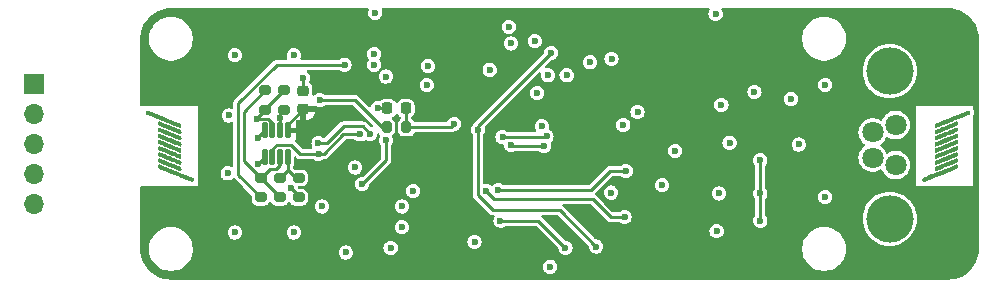
<source format=gbl>
G04 #@! TF.GenerationSoftware,KiCad,Pcbnew,8.0.2-1.fc40*
G04 #@! TF.CreationDate,2024-05-13T13:54:59+02:00*
G04 #@! TF.ProjectId,FT24-SLS,46543234-2d53-44c5-932e-6b696361645f,rev?*
G04 #@! TF.SameCoordinates,Original*
G04 #@! TF.FileFunction,Copper,L4,Bot*
G04 #@! TF.FilePolarity,Positive*
%FSLAX46Y46*%
G04 Gerber Fmt 4.6, Leading zero omitted, Abs format (unit mm)*
G04 Created by KiCad (PCBNEW 8.0.2-1.fc40) date 2024-05-13 13:54:59*
%MOMM*%
%LPD*%
G01*
G04 APERTURE LIST*
G04 Aperture macros list*
%AMRoundRect*
0 Rectangle with rounded corners*
0 $1 Rounding radius*
0 $2 $3 $4 $5 $6 $7 $8 $9 X,Y pos of 4 corners*
0 Add a 4 corners polygon primitive as box body*
4,1,4,$2,$3,$4,$5,$6,$7,$8,$9,$2,$3,0*
0 Add four circle primitives for the rounded corners*
1,1,$1+$1,$2,$3*
1,1,$1+$1,$4,$5*
1,1,$1+$1,$6,$7*
1,1,$1+$1,$8,$9*
0 Add four rect primitives between the rounded corners*
20,1,$1+$1,$2,$3,$4,$5,0*
20,1,$1+$1,$4,$5,$6,$7,0*
20,1,$1+$1,$6,$7,$8,$9,0*
20,1,$1+$1,$8,$9,$2,$3,0*%
G04 Aperture macros list end*
G04 #@! TA.AperFunction,EtchedComponent*
%ADD10C,0.000000*%
G04 #@! TD*
G04 #@! TA.AperFunction,ComponentPad*
%ADD11C,4.000000*%
G04 #@! TD*
G04 #@! TA.AperFunction,ComponentPad*
%ADD12C,1.800000*%
G04 #@! TD*
G04 #@! TA.AperFunction,SMDPad,CuDef*
%ADD13RoundRect,0.200000X-0.275000X0.200000X-0.275000X-0.200000X0.275000X-0.200000X0.275000X0.200000X0*%
G04 #@! TD*
G04 #@! TA.AperFunction,SMDPad,CuDef*
%ADD14RoundRect,0.225000X0.250000X-0.225000X0.250000X0.225000X-0.250000X0.225000X-0.250000X-0.225000X0*%
G04 #@! TD*
G04 #@! TA.AperFunction,SMDPad,CuDef*
%ADD15RoundRect,0.200000X-0.200000X-0.275000X0.200000X-0.275000X0.200000X0.275000X-0.200000X0.275000X0*%
G04 #@! TD*
G04 #@! TA.AperFunction,SMDPad,CuDef*
%ADD16RoundRect,0.225000X0.225000X0.250000X-0.225000X0.250000X-0.225000X-0.250000X0.225000X-0.250000X0*%
G04 #@! TD*
G04 #@! TA.AperFunction,SMDPad,CuDef*
%ADD17RoundRect,0.200000X0.275000X-0.200000X0.275000X0.200000X-0.275000X0.200000X-0.275000X-0.200000X0*%
G04 #@! TD*
G04 #@! TA.AperFunction,ComponentPad*
%ADD18R,1.700000X1.700000*%
G04 #@! TD*
G04 #@! TA.AperFunction,ComponentPad*
%ADD19O,1.700000X1.700000*%
G04 #@! TD*
G04 #@! TA.AperFunction,SMDPad,CuDef*
%ADD20RoundRect,0.112500X0.112500X-0.550000X0.112500X0.550000X-0.112500X0.550000X-0.112500X-0.550000X0*%
G04 #@! TD*
G04 #@! TA.AperFunction,ViaPad*
%ADD21C,0.600000*%
G04 #@! TD*
G04 #@! TA.AperFunction,Conductor*
%ADD22C,0.250000*%
G04 #@! TD*
G04 APERTURE END LIST*
D10*
G04 #@! TA.AperFunction,EtchedComponent*
G36*
X116109702Y-94692865D02*
G01*
X116135810Y-94701104D01*
X116170676Y-94713501D01*
X116211157Y-94728961D01*
X116233060Y-94737717D01*
X116348522Y-94784583D01*
X116473595Y-94835342D01*
X116605654Y-94888931D01*
X116742076Y-94944284D01*
X116880235Y-95000337D01*
X117017508Y-95056024D01*
X117151270Y-95110282D01*
X117278896Y-95162046D01*
X117397762Y-95210250D01*
X117505244Y-95253831D01*
X117547027Y-95270770D01*
X117636540Y-95307075D01*
X117712176Y-95337927D01*
X117775182Y-95364034D01*
X117826804Y-95386105D01*
X117868287Y-95404850D01*
X117900877Y-95420978D01*
X117925819Y-95435197D01*
X117944360Y-95448216D01*
X117957744Y-95460745D01*
X117967218Y-95473492D01*
X117974028Y-95487167D01*
X117979418Y-95502478D01*
X117984534Y-95519785D01*
X117993430Y-95565819D01*
X117994977Y-95613767D01*
X117989986Y-95660936D01*
X117979272Y-95704633D01*
X117963649Y-95742166D01*
X117943929Y-95770841D01*
X117920926Y-95787966D01*
X117902411Y-95791623D01*
X117891656Y-95788523D01*
X117867376Y-95779830D01*
X117831148Y-95766158D01*
X117784549Y-95748124D01*
X117729157Y-95726343D01*
X117666549Y-95701429D01*
X117598302Y-95673997D01*
X117534780Y-95648243D01*
X117352403Y-95574018D01*
X117184156Y-95505572D01*
X117029057Y-95442508D01*
X116886120Y-95384426D01*
X116754364Y-95330927D01*
X116632803Y-95281610D01*
X116520454Y-95236078D01*
X116416332Y-95193931D01*
X116319455Y-95154769D01*
X116228839Y-95118194D01*
X116195790Y-95104869D01*
X116152774Y-95086965D01*
X116113995Y-95069769D01*
X116082523Y-95054723D01*
X116061431Y-95043271D01*
X116055156Y-95038836D01*
X116031360Y-95006190D01*
X116015827Y-94959615D01*
X116008611Y-94899296D01*
X116008060Y-94873578D01*
X116009290Y-94836370D01*
X116012516Y-94801680D01*
X116017123Y-94775449D01*
X116018804Y-94769767D01*
X116033795Y-94739475D01*
X116054337Y-94713511D01*
X116076737Y-94695721D01*
X116095497Y-94689875D01*
X116109702Y-94692865D01*
G37*
G04 #@! TD.AperFunction*
G04 #@! TA.AperFunction,EtchedComponent*
G36*
X116107762Y-94170334D02*
G01*
X116131390Y-94178867D01*
X116166759Y-94192271D01*
X116212188Y-94209880D01*
X116265996Y-94231027D01*
X116326500Y-94255043D01*
X116392021Y-94281262D01*
X116460876Y-94309016D01*
X116531385Y-94337637D01*
X116601867Y-94366459D01*
X116670639Y-94394813D01*
X116673417Y-94395964D01*
X116701613Y-94407564D01*
X116743992Y-94424883D01*
X116799593Y-94447530D01*
X116867457Y-94475116D01*
X116946623Y-94507251D01*
X117036129Y-94543547D01*
X117135016Y-94583614D01*
X117242323Y-94627062D01*
X117357089Y-94673502D01*
X117478354Y-94722544D01*
X117605157Y-94773798D01*
X117653167Y-94793198D01*
X117716847Y-94819182D01*
X117776280Y-94843924D01*
X117829620Y-94866616D01*
X117875022Y-94886453D01*
X117910638Y-94902630D01*
X117934624Y-94914340D01*
X117944845Y-94920489D01*
X117967930Y-94951523D01*
X117983127Y-94995079D01*
X117990658Y-95051968D01*
X117991611Y-95089939D01*
X117990661Y-95130521D01*
X117987716Y-95159977D01*
X117981916Y-95183471D01*
X117972402Y-95206168D01*
X117972225Y-95206533D01*
X117950552Y-95242087D01*
X117926988Y-95262482D01*
X117900155Y-95268882D01*
X117898328Y-95268843D01*
X117885526Y-95265628D01*
X117859843Y-95256921D01*
X117823458Y-95243544D01*
X117778549Y-95226317D01*
X117727296Y-95206061D01*
X117671878Y-95183597D01*
X117669496Y-95182619D01*
X117613156Y-95159513D01*
X117550073Y-95133704D01*
X117479525Y-95104899D01*
X117400788Y-95072804D01*
X117313138Y-95037126D01*
X117215853Y-94997569D01*
X117108208Y-94953842D01*
X116989481Y-94905648D01*
X116858948Y-94852695D01*
X116715886Y-94794689D01*
X116559572Y-94731336D01*
X116389282Y-94662342D01*
X116278001Y-94617266D01*
X116222958Y-94594607D01*
X116172147Y-94572999D01*
X116127782Y-94553439D01*
X116092076Y-94536922D01*
X116067242Y-94524444D01*
X116055722Y-94517226D01*
X116034597Y-94487799D01*
X116019101Y-94446935D01*
X116009639Y-94398666D01*
X116006619Y-94347026D01*
X116010445Y-94296049D01*
X116021523Y-94249767D01*
X116027339Y-94235090D01*
X116047773Y-94199798D01*
X116071159Y-94176566D01*
X116095410Y-94167407D01*
X116097555Y-94167342D01*
X116107762Y-94170334D01*
G37*
G04 #@! TD.AperFunction*
G04 #@! TA.AperFunction,EtchedComponent*
G36*
X116112702Y-95215437D02*
G01*
X116140408Y-95223786D01*
X116176579Y-95236348D01*
X116217944Y-95252016D01*
X116240233Y-95260947D01*
X116300601Y-95285579D01*
X116373134Y-95315136D01*
X116455831Y-95348806D01*
X116546695Y-95385776D01*
X116643725Y-95425235D01*
X116744924Y-95466371D01*
X116848291Y-95508372D01*
X116951828Y-95550426D01*
X117053536Y-95591720D01*
X117151415Y-95631442D01*
X117243466Y-95668782D01*
X117327691Y-95702926D01*
X117402090Y-95733062D01*
X117464664Y-95758379D01*
X117498040Y-95771862D01*
X117598738Y-95812549D01*
X117684809Y-95847411D01*
X117756792Y-95876672D01*
X117815228Y-95900551D01*
X117860658Y-95919272D01*
X117893623Y-95933054D01*
X117914663Y-95942119D01*
X117920367Y-95944711D01*
X117946402Y-95965289D01*
X117967663Y-95998428D01*
X117983371Y-96040857D01*
X117992747Y-96089306D01*
X117995013Y-96140501D01*
X117989390Y-96191172D01*
X117984160Y-96212648D01*
X117971627Y-96244076D01*
X117954085Y-96273493D01*
X117934402Y-96297220D01*
X117915447Y-96311577D01*
X117905044Y-96314149D01*
X117892471Y-96311031D01*
X117869489Y-96303246D01*
X117840769Y-96292391D01*
X117836870Y-96290842D01*
X117812339Y-96280986D01*
X117775804Y-96266231D01*
X117730380Y-96247840D01*
X117679185Y-96227075D01*
X117625336Y-96205198D01*
X117604179Y-96196593D01*
X117497777Y-96153315D01*
X117401497Y-96114184D01*
X117310983Y-96077434D01*
X117221877Y-96041297D01*
X117129822Y-96004006D01*
X117030461Y-95963794D01*
X116942848Y-95928360D01*
X116857712Y-95893915D01*
X116770289Y-95858510D01*
X116682141Y-95822779D01*
X116594828Y-95787357D01*
X116509912Y-95752879D01*
X116428954Y-95719978D01*
X116353514Y-95689291D01*
X116285154Y-95661452D01*
X116225435Y-95637095D01*
X116175917Y-95616855D01*
X116138162Y-95601366D01*
X116113731Y-95591265D01*
X116111136Y-95590180D01*
X116074801Y-95572138D01*
X116050421Y-95552652D01*
X116040011Y-95539397D01*
X116021269Y-95501485D01*
X116009749Y-95457735D01*
X116004989Y-95410820D01*
X116006524Y-95363415D01*
X116013890Y-95318191D01*
X116026625Y-95277824D01*
X116044263Y-95244987D01*
X116066342Y-95222353D01*
X116092397Y-95212596D01*
X116096735Y-95212408D01*
X116112702Y-95215437D01*
G37*
G04 #@! TD.AperFunction*
G04 #@! TA.AperFunction,EtchedComponent*
G36*
X116112745Y-93130555D02*
G01*
X116138617Y-93138452D01*
X116175497Y-93152416D01*
X116189803Y-93158172D01*
X116212439Y-93167364D01*
X116248692Y-93182081D01*
X116297046Y-93201707D01*
X116355986Y-93225629D01*
X116423997Y-93253231D01*
X116499565Y-93283899D01*
X116581175Y-93317017D01*
X116667311Y-93351971D01*
X116756459Y-93388147D01*
X116795886Y-93404146D01*
X116971380Y-93475359D01*
X117131746Y-93540438D01*
X117276988Y-93599382D01*
X117407110Y-93652194D01*
X117522117Y-93698876D01*
X117622011Y-93739429D01*
X117706797Y-93773855D01*
X117776479Y-93802155D01*
X117831062Y-93824331D01*
X117870548Y-93840384D01*
X117894943Y-93850317D01*
X117897273Y-93851268D01*
X117933831Y-93871440D01*
X117960316Y-93899393D01*
X117979050Y-93938177D01*
X117988139Y-93970493D01*
X117994077Y-94017173D01*
X117993244Y-94069680D01*
X117986147Y-94120585D01*
X117975387Y-94157497D01*
X117961697Y-94182651D01*
X117942921Y-94206220D01*
X117922998Y-94224098D01*
X117905867Y-94232183D01*
X117903601Y-94232292D01*
X117893359Y-94229227D01*
X117870510Y-94220910D01*
X117837548Y-94208297D01*
X117796969Y-94192343D01*
X117751267Y-94174004D01*
X117747059Y-94172298D01*
X117713742Y-94158776D01*
X117667029Y-94139809D01*
X117608649Y-94116099D01*
X117540334Y-94088351D01*
X117463815Y-94057268D01*
X117380822Y-94023552D01*
X117293086Y-93987906D01*
X117202338Y-93951034D01*
X117110308Y-93913639D01*
X117081646Y-93901991D01*
X116986050Y-93863153D01*
X116888474Y-93823526D01*
X116791030Y-93783967D01*
X116695825Y-93745331D01*
X116604969Y-93708474D01*
X116520571Y-93674251D01*
X116444741Y-93643519D01*
X116379587Y-93617132D01*
X116327219Y-93595947D01*
X116322340Y-93593975D01*
X116262667Y-93569733D01*
X116207292Y-93546997D01*
X116158191Y-93526597D01*
X116117341Y-93509361D01*
X116086717Y-93496122D01*
X116068294Y-93487707D01*
X116064287Y-93485576D01*
X116044332Y-93464628D01*
X116027120Y-93431048D01*
X116014053Y-93388479D01*
X116006533Y-93340563D01*
X116006053Y-93334371D01*
X116006501Y-93278137D01*
X116015137Y-93227070D01*
X116030986Y-93183772D01*
X116053071Y-93150847D01*
X116080417Y-93130898D01*
X116082694Y-93129981D01*
X116095048Y-93127980D01*
X116112745Y-93130555D01*
G37*
G04 #@! TD.AperFunction*
G04 #@! TA.AperFunction,EtchedComponent*
G36*
X116119674Y-93654064D02*
G01*
X116155334Y-93665474D01*
X116202612Y-93683846D01*
X116222470Y-93691928D01*
X116248721Y-93702642D01*
X116288760Y-93718946D01*
X116341245Y-93740296D01*
X116404830Y-93766144D01*
X116478174Y-93795947D01*
X116559931Y-93829158D01*
X116648759Y-93865231D01*
X116743312Y-93903623D01*
X116842249Y-93943786D01*
X116944224Y-93985176D01*
X117047894Y-94027248D01*
X117151916Y-94069455D01*
X117254946Y-94111252D01*
X117355639Y-94152094D01*
X117452653Y-94191436D01*
X117544643Y-94228731D01*
X117630265Y-94263435D01*
X117708177Y-94295002D01*
X117713969Y-94297349D01*
X117769033Y-94319831D01*
X117819925Y-94340947D01*
X117864428Y-94359750D01*
X117900325Y-94375294D01*
X117925400Y-94386632D01*
X117937218Y-94392672D01*
X117952162Y-94407669D01*
X117967748Y-94431079D01*
X117974128Y-94443585D01*
X117984946Y-94479279D01*
X117991114Y-94524932D01*
X117992547Y-94574827D01*
X117989161Y-94623245D01*
X117980872Y-94664468D01*
X117977503Y-94674357D01*
X117959190Y-94709910D01*
X117936641Y-94735466D01*
X117912286Y-94748961D01*
X117889939Y-94748808D01*
X117880338Y-94745092D01*
X117856816Y-94735725D01*
X117820582Y-94721196D01*
X117772846Y-94701994D01*
X117714818Y-94678608D01*
X117647708Y-94651526D01*
X117572725Y-94621238D01*
X117491078Y-94588233D01*
X117403977Y-94552999D01*
X117312632Y-94516027D01*
X117218253Y-94477804D01*
X117122049Y-94438820D01*
X117025230Y-94399563D01*
X116929005Y-94360524D01*
X116834584Y-94322190D01*
X116824462Y-94318079D01*
X116765668Y-94294213D01*
X116695703Y-94265835D01*
X116618535Y-94234555D01*
X116538133Y-94201979D01*
X116458465Y-94169716D01*
X116383498Y-94139375D01*
X116367246Y-94132800D01*
X116304391Y-94107240D01*
X116245202Y-94082918D01*
X116191685Y-94060677D01*
X116145843Y-94041360D01*
X116109680Y-94025809D01*
X116085202Y-94014868D01*
X116075835Y-94010261D01*
X116046628Y-93986510D01*
X116025946Y-93952019D01*
X116013311Y-93905529D01*
X116008243Y-93845783D01*
X116008096Y-93832594D01*
X116008627Y-93793683D01*
X116010991Y-93765637D01*
X116016177Y-93743017D01*
X116025178Y-93720382D01*
X116030602Y-93709015D01*
X116044621Y-93682370D01*
X116058108Y-93663769D01*
X116073492Y-93652995D01*
X116093204Y-93649832D01*
X116119674Y-93654064D01*
G37*
G04 #@! TD.AperFunction*
G04 #@! TA.AperFunction,EtchedComponent*
G36*
X116106612Y-92610920D02*
G01*
X116131123Y-92619650D01*
X116168398Y-92633635D01*
X116217263Y-92652415D01*
X116276541Y-92675526D01*
X116345059Y-92702509D01*
X116421639Y-92732901D01*
X116505108Y-92766240D01*
X116594289Y-92802065D01*
X116688008Y-92839915D01*
X116727561Y-92855947D01*
X116828962Y-92897088D01*
X116930801Y-92938396D01*
X117031354Y-92979172D01*
X117128894Y-93018717D01*
X117221698Y-93056332D01*
X117308041Y-93091318D01*
X117386196Y-93122976D01*
X117454440Y-93150607D01*
X117511047Y-93173511D01*
X117554293Y-93190990D01*
X117555192Y-93191353D01*
X117641839Y-93226318D01*
X117714650Y-93255727D01*
X117774899Y-93280216D01*
X117823861Y-93300417D01*
X117862811Y-93316965D01*
X117893024Y-93330493D01*
X117915774Y-93341635D01*
X117932336Y-93351025D01*
X117943985Y-93359296D01*
X117951995Y-93367082D01*
X117957641Y-93375017D01*
X117962198Y-93383735D01*
X117966941Y-93393869D01*
X117968331Y-93396751D01*
X117985507Y-93444843D01*
X117993944Y-93498009D01*
X117993960Y-93552353D01*
X117985876Y-93603978D01*
X117970010Y-93648989D01*
X117946682Y-93683489D01*
X117944665Y-93685520D01*
X117925183Y-93700784D01*
X117907101Y-93709009D01*
X117902677Y-93709498D01*
X117890865Y-93706327D01*
X117866134Y-93697709D01*
X117830642Y-93684465D01*
X117786548Y-93667416D01*
X117736010Y-93647383D01*
X117681743Y-93625416D01*
X117643311Y-93609732D01*
X117591245Y-93588527D01*
X117527045Y-93562413D01*
X117452211Y-93531997D01*
X117368245Y-93497889D01*
X117276647Y-93460699D01*
X117178917Y-93421036D01*
X117076556Y-93379508D01*
X116971064Y-93336726D01*
X116863943Y-93293298D01*
X116775475Y-93257444D01*
X116673289Y-93215942D01*
X116575185Y-93175912D01*
X116482252Y-93137810D01*
X116395581Y-93102090D01*
X116316261Y-93069208D01*
X116245382Y-93039620D01*
X116184035Y-93013779D01*
X116133308Y-92992143D01*
X116094292Y-92975165D01*
X116068076Y-92963302D01*
X116055752Y-92957007D01*
X116055156Y-92956561D01*
X116031591Y-92924654D01*
X116016078Y-92878808D01*
X116008708Y-92819338D01*
X116008060Y-92791611D01*
X116009290Y-92754403D01*
X116012516Y-92719713D01*
X116017123Y-92693481D01*
X116018804Y-92687799D01*
X116034028Y-92657061D01*
X116054837Y-92630991D01*
X116077560Y-92613386D01*
X116096041Y-92607908D01*
X116106612Y-92610920D01*
G37*
G04 #@! TD.AperFunction*
G04 #@! TA.AperFunction,EtchedComponent*
G36*
X116134144Y-92096248D02*
G01*
X116166265Y-92108177D01*
X116185972Y-92116149D01*
X116219103Y-92129563D01*
X116263949Y-92147728D01*
X116318801Y-92169951D01*
X116381951Y-92195539D01*
X116451690Y-92223800D01*
X116526308Y-92254042D01*
X116604097Y-92285573D01*
X116624430Y-92293815D01*
X116763141Y-92350041D01*
X116887976Y-92400639D01*
X117000192Y-92446116D01*
X117101044Y-92486982D01*
X117191788Y-92523745D01*
X117273680Y-92556913D01*
X117347977Y-92586995D01*
X117415934Y-92614500D01*
X117478807Y-92639936D01*
X117537853Y-92663811D01*
X117594328Y-92686635D01*
X117649487Y-92708916D01*
X117702154Y-92730180D01*
X117772793Y-92758976D01*
X117829488Y-92782762D01*
X117873617Y-92802180D01*
X117906558Y-92817867D01*
X117929688Y-92830466D01*
X117944385Y-92840615D01*
X117948850Y-92844806D01*
X117970088Y-92876339D01*
X117984528Y-92915574D01*
X117992531Y-92959847D01*
X117994458Y-93006492D01*
X117990670Y-93052846D01*
X117981530Y-93096244D01*
X117967398Y-93134022D01*
X117948636Y-93163515D01*
X117925605Y-93182058D01*
X117902411Y-93187211D01*
X117885046Y-93184016D01*
X117860404Y-93176390D01*
X117849116Y-93172144D01*
X117831796Y-93165171D01*
X117801213Y-93152804D01*
X117759229Y-93135799D01*
X117707708Y-93114912D01*
X117648512Y-93090899D01*
X117583506Y-93064517D01*
X117514552Y-93036520D01*
X117443512Y-93007666D01*
X117372252Y-92978711D01*
X117302633Y-92950410D01*
X117269431Y-92936908D01*
X117243210Y-92926256D01*
X117203396Y-92910100D01*
X117151530Y-92889064D01*
X117089156Y-92863775D01*
X117017815Y-92834857D01*
X116939050Y-92802934D01*
X116854402Y-92768633D01*
X116765414Y-92732578D01*
X116673627Y-92695394D01*
X116616265Y-92672159D01*
X116507564Y-92628050D01*
X116413122Y-92589539D01*
X116332012Y-92556228D01*
X116263306Y-92527715D01*
X116206078Y-92503601D01*
X116159398Y-92483485D01*
X116122340Y-92466966D01*
X116093976Y-92453645D01*
X116073379Y-92443122D01*
X116059621Y-92434995D01*
X116051773Y-92428866D01*
X116051285Y-92428354D01*
X116028027Y-92392430D01*
X116012602Y-92346197D01*
X116005146Y-92293747D01*
X116005797Y-92239175D01*
X116014693Y-92186574D01*
X116031970Y-92140036D01*
X116041079Y-92124308D01*
X116058728Y-92102291D01*
X116077956Y-92090555D01*
X116102012Y-92088680D01*
X116134144Y-92096248D01*
G37*
G04 #@! TD.AperFunction*
G04 #@! TA.AperFunction,EtchedComponent*
G36*
X115130361Y-91180736D02*
G01*
X115154803Y-91184337D01*
X115184701Y-91191869D01*
X115221682Y-91203735D01*
X115267368Y-91220338D01*
X115323385Y-91242081D01*
X115391357Y-91269367D01*
X115465060Y-91299391D01*
X115633784Y-91368338D01*
X115796453Y-91434787D01*
X115952237Y-91498400D01*
X116100304Y-91558839D01*
X116239823Y-91615764D01*
X116369962Y-91668836D01*
X116489890Y-91717717D01*
X116598776Y-91762067D01*
X116695789Y-91801547D01*
X116780097Y-91835820D01*
X116850870Y-91864545D01*
X116902025Y-91885261D01*
X116971973Y-91913574D01*
X117049815Y-91945131D01*
X117130490Y-91977878D01*
X117208935Y-92009758D01*
X117280089Y-92038716D01*
X117314337Y-92052676D01*
X117380736Y-92079702D01*
X117456953Y-92110627D01*
X117537640Y-92143288D01*
X117617452Y-92175523D01*
X117691044Y-92205169D01*
X117718483Y-92216195D01*
X117774128Y-92238865D01*
X117825503Y-92260417D01*
X117870429Y-92279887D01*
X117906728Y-92296314D01*
X117932223Y-92308734D01*
X117944737Y-92316184D01*
X117944845Y-92316280D01*
X117964456Y-92343297D01*
X117979379Y-92382105D01*
X117989152Y-92428725D01*
X117993313Y-92479175D01*
X117991397Y-92529473D01*
X117982944Y-92575640D01*
X117977067Y-92593532D01*
X117957192Y-92631871D01*
X117932397Y-92654931D01*
X117901521Y-92663181D01*
X117863402Y-92657091D01*
X117840952Y-92648682D01*
X117825734Y-92642311D01*
X117797135Y-92630528D01*
X117756910Y-92614049D01*
X117706812Y-92593589D01*
X117648596Y-92569864D01*
X117584016Y-92543591D01*
X117514828Y-92515484D01*
X117469464Y-92497078D01*
X117388775Y-92464347D01*
X117303555Y-92429762D01*
X117217004Y-92394624D01*
X117132328Y-92360235D01*
X117052727Y-92327895D01*
X116981405Y-92298904D01*
X116921565Y-92274564D01*
X116914272Y-92271596D01*
X116839163Y-92241145D01*
X116756430Y-92207838D01*
X116665364Y-92171394D01*
X116565254Y-92131534D01*
X116455391Y-92087977D01*
X116335066Y-92040444D01*
X116203569Y-91988654D01*
X116060190Y-91932327D01*
X115904220Y-91871184D01*
X115734949Y-91804945D01*
X115551667Y-91733328D01*
X115407908Y-91677216D01*
X115336122Y-91649061D01*
X115267925Y-91622034D01*
X115205065Y-91596847D01*
X115149292Y-91574214D01*
X115102354Y-91554849D01*
X115066001Y-91539463D01*
X115041982Y-91528772D01*
X115033745Y-91524638D01*
X114993742Y-91493134D01*
X114965916Y-91453673D01*
X114950092Y-91408980D01*
X114946096Y-91361780D01*
X114953754Y-91314797D01*
X114972891Y-91270756D01*
X115003333Y-91232381D01*
X115044906Y-91202398D01*
X115054679Y-91197584D01*
X115073536Y-91189490D01*
X115091352Y-91183716D01*
X115109753Y-91180663D01*
X115130361Y-91180736D01*
G37*
G04 #@! TD.AperFunction*
G04 #@! TA.AperFunction,EtchedComponent*
G36*
X116106405Y-95730771D02*
G01*
X116127607Y-95737717D01*
X116148263Y-95745421D01*
X116173192Y-95755052D01*
X116209870Y-95769545D01*
X116254939Y-95787558D01*
X116305045Y-95807750D01*
X116356832Y-95828778D01*
X116363163Y-95831360D01*
X116406858Y-95849186D01*
X116451114Y-95867228D01*
X116497487Y-95886119D01*
X116547535Y-95906493D01*
X116602815Y-95928982D01*
X116664884Y-95954220D01*
X116735299Y-95982839D01*
X116815617Y-96015474D01*
X116907396Y-96052758D01*
X117012191Y-96095323D01*
X117053070Y-96111925D01*
X117136170Y-96145650D01*
X117232400Y-96184658D01*
X117339742Y-96228133D01*
X117456181Y-96275261D01*
X117579698Y-96325223D01*
X117708276Y-96377206D01*
X117839899Y-96430392D01*
X117972549Y-96483965D01*
X118049149Y-96514889D01*
X118129035Y-96547143D01*
X118219279Y-96583597D01*
X118315104Y-96622318D01*
X118411732Y-96661376D01*
X118504387Y-96698841D01*
X118588291Y-96732782D01*
X118608422Y-96740928D01*
X118673714Y-96767307D01*
X118735450Y-96792166D01*
X118791700Y-96814736D01*
X118840534Y-96834243D01*
X118880022Y-96849918D01*
X118908235Y-96860990D01*
X118923216Y-96866678D01*
X118973256Y-96892342D01*
X119012369Y-96928925D01*
X119039100Y-96974429D01*
X119052001Y-97026856D01*
X119052975Y-97045356D01*
X119045827Y-97097599D01*
X119024138Y-97142944D01*
X118988625Y-97180304D01*
X118947252Y-97205368D01*
X118917041Y-97214846D01*
X118881431Y-97219633D01*
X118847892Y-97219122D01*
X118828866Y-97215000D01*
X118818979Y-97211061D01*
X118795599Y-97201637D01*
X118760361Y-97187392D01*
X118714900Y-97168989D01*
X118660851Y-97147092D01*
X118599847Y-97122363D01*
X118533525Y-97095466D01*
X118463519Y-97067064D01*
X118391463Y-97037821D01*
X118318993Y-97008400D01*
X118247743Y-96979464D01*
X118179348Y-96951676D01*
X118115443Y-96925701D01*
X118057663Y-96902200D01*
X118007642Y-96881838D01*
X117983832Y-96872136D01*
X117662273Y-96741182D01*
X117336910Y-96608956D01*
X117236773Y-96568313D01*
X117126747Y-96523672D01*
X117013851Y-96477869D01*
X116900139Y-96431738D01*
X116787667Y-96386114D01*
X116678491Y-96341829D01*
X116574666Y-96299717D01*
X116478249Y-96260613D01*
X116391294Y-96225350D01*
X116315858Y-96194763D01*
X116267651Y-96175219D01*
X116205523Y-96150023D01*
X116156681Y-96130004D01*
X116119305Y-96114140D01*
X116091573Y-96101409D01*
X116071665Y-96090790D01*
X116057760Y-96081261D01*
X116048036Y-96071801D01*
X116040674Y-96061389D01*
X116033851Y-96049002D01*
X116030213Y-96042015D01*
X116019901Y-96020473D01*
X116013418Y-96000463D01*
X116009890Y-95977078D01*
X116008441Y-95945411D01*
X116008200Y-95918644D01*
X116008631Y-95878712D01*
X116010690Y-95850207D01*
X116015186Y-95828245D01*
X116022928Y-95807944D01*
X116028416Y-95796600D01*
X116044176Y-95770436D01*
X116061794Y-95748402D01*
X116070700Y-95740328D01*
X116082506Y-95732375D01*
X116092889Y-95729090D01*
X116106405Y-95730771D01*
G37*
G04 #@! TD.AperFunction*
G04 #@! TA.AperFunction,EtchedComponent*
G36*
X183661987Y-92612329D02*
G01*
X183684990Y-92629454D01*
X183704710Y-92658129D01*
X183720333Y-92695662D01*
X183731047Y-92739359D01*
X183736038Y-92786528D01*
X183734491Y-92834476D01*
X183725595Y-92880510D01*
X183720479Y-92897817D01*
X183715089Y-92913128D01*
X183708279Y-92926803D01*
X183698805Y-92939550D01*
X183685421Y-92952079D01*
X183666880Y-92965098D01*
X183641938Y-92979317D01*
X183609348Y-92995445D01*
X183567865Y-93014190D01*
X183516243Y-93036261D01*
X183453237Y-93062368D01*
X183377601Y-93093220D01*
X183288088Y-93129525D01*
X183246305Y-93146464D01*
X183138823Y-93190045D01*
X183019957Y-93238249D01*
X182892331Y-93290013D01*
X182758569Y-93344271D01*
X182621296Y-93399958D01*
X182483137Y-93456011D01*
X182346715Y-93511364D01*
X182214656Y-93564953D01*
X182089583Y-93615712D01*
X181974121Y-93662578D01*
X181952218Y-93671334D01*
X181911737Y-93686794D01*
X181876871Y-93699191D01*
X181850763Y-93707430D01*
X181836558Y-93710420D01*
X181817798Y-93704574D01*
X181795398Y-93686784D01*
X181774856Y-93660820D01*
X181759865Y-93630528D01*
X181758184Y-93624846D01*
X181753577Y-93598615D01*
X181750351Y-93563925D01*
X181749121Y-93526717D01*
X181749672Y-93500999D01*
X181756888Y-93440680D01*
X181772421Y-93394105D01*
X181796217Y-93361459D01*
X181802492Y-93357024D01*
X181823584Y-93345572D01*
X181855056Y-93330526D01*
X181893835Y-93313330D01*
X181936851Y-93295426D01*
X181969900Y-93282101D01*
X182060516Y-93245526D01*
X182157393Y-93206364D01*
X182261515Y-93164217D01*
X182373864Y-93118685D01*
X182495425Y-93069368D01*
X182627181Y-93015869D01*
X182770118Y-92957787D01*
X182925217Y-92894723D01*
X183093464Y-92826277D01*
X183275841Y-92752052D01*
X183339363Y-92726298D01*
X183407610Y-92698866D01*
X183470218Y-92673952D01*
X183525610Y-92652171D01*
X183572209Y-92634137D01*
X183608437Y-92620465D01*
X183632717Y-92611772D01*
X183643472Y-92608672D01*
X183661987Y-92612329D01*
G37*
G04 #@! TD.AperFunction*
G04 #@! TA.AperFunction,EtchedComponent*
G36*
X183668049Y-93137813D02*
G01*
X183691613Y-93158208D01*
X183713286Y-93193762D01*
X183713463Y-93194127D01*
X183722977Y-93216824D01*
X183728777Y-93240318D01*
X183731722Y-93269774D01*
X183732672Y-93310356D01*
X183731719Y-93348327D01*
X183724188Y-93405216D01*
X183708991Y-93448772D01*
X183685906Y-93479806D01*
X183675685Y-93485955D01*
X183651699Y-93497665D01*
X183616083Y-93513842D01*
X183570681Y-93533679D01*
X183517341Y-93556371D01*
X183457908Y-93581113D01*
X183394228Y-93607097D01*
X183346218Y-93626497D01*
X183219415Y-93677751D01*
X183098150Y-93726793D01*
X182983384Y-93773233D01*
X182876077Y-93816681D01*
X182777190Y-93856748D01*
X182687684Y-93893044D01*
X182608518Y-93925179D01*
X182540654Y-93952765D01*
X182485053Y-93975412D01*
X182442674Y-93992731D01*
X182414478Y-94004331D01*
X182411700Y-94005482D01*
X182342928Y-94033836D01*
X182272446Y-94062658D01*
X182201937Y-94091279D01*
X182133082Y-94119033D01*
X182067561Y-94145252D01*
X182007057Y-94169268D01*
X181953249Y-94190415D01*
X181907820Y-94208024D01*
X181872451Y-94221428D01*
X181848823Y-94229961D01*
X181838616Y-94232953D01*
X181836471Y-94232888D01*
X181812220Y-94223729D01*
X181788834Y-94200497D01*
X181768400Y-94165205D01*
X181762584Y-94150528D01*
X181751506Y-94104246D01*
X181747680Y-94053269D01*
X181750700Y-94001629D01*
X181760162Y-93953360D01*
X181775658Y-93912496D01*
X181796783Y-93883069D01*
X181808303Y-93875851D01*
X181833137Y-93863373D01*
X181868843Y-93846856D01*
X181913208Y-93827296D01*
X181964019Y-93805688D01*
X182019062Y-93783029D01*
X182130343Y-93737953D01*
X182300633Y-93668959D01*
X182456947Y-93605606D01*
X182600009Y-93547600D01*
X182730542Y-93494647D01*
X182849269Y-93446453D01*
X182956914Y-93402726D01*
X183054199Y-93363169D01*
X183141849Y-93327491D01*
X183220586Y-93295396D01*
X183291134Y-93266591D01*
X183354217Y-93240782D01*
X183410557Y-93217676D01*
X183412939Y-93216698D01*
X183468357Y-93194234D01*
X183519610Y-93173978D01*
X183564519Y-93156751D01*
X183600904Y-93143374D01*
X183626587Y-93134667D01*
X183639389Y-93131452D01*
X183641216Y-93131413D01*
X183668049Y-93137813D01*
G37*
G04 #@! TD.AperFunction*
G04 #@! TA.AperFunction,EtchedComponent*
G36*
X183656508Y-92088718D02*
G01*
X183675463Y-92103075D01*
X183695146Y-92126802D01*
X183712688Y-92156219D01*
X183725221Y-92187647D01*
X183730451Y-92209123D01*
X183736074Y-92259794D01*
X183733808Y-92310989D01*
X183724432Y-92359438D01*
X183708724Y-92401867D01*
X183687463Y-92435006D01*
X183661428Y-92455584D01*
X183655724Y-92458176D01*
X183634684Y-92467241D01*
X183601719Y-92481023D01*
X183556289Y-92499744D01*
X183497853Y-92523623D01*
X183425870Y-92552884D01*
X183339799Y-92587746D01*
X183239101Y-92628433D01*
X183205725Y-92641916D01*
X183143151Y-92667233D01*
X183068752Y-92697369D01*
X182984527Y-92731513D01*
X182892476Y-92768853D01*
X182794597Y-92808575D01*
X182692889Y-92849869D01*
X182589352Y-92891923D01*
X182485985Y-92933924D01*
X182384786Y-92975060D01*
X182287756Y-93014519D01*
X182196892Y-93051489D01*
X182114195Y-93085159D01*
X182041662Y-93114716D01*
X181981294Y-93139348D01*
X181959005Y-93148279D01*
X181917640Y-93163947D01*
X181881469Y-93176509D01*
X181853763Y-93184858D01*
X181837796Y-93187887D01*
X181833458Y-93187699D01*
X181807403Y-93177942D01*
X181785324Y-93155308D01*
X181767686Y-93122471D01*
X181754951Y-93082104D01*
X181747585Y-93036880D01*
X181746050Y-92989475D01*
X181750810Y-92942560D01*
X181762330Y-92898810D01*
X181781072Y-92860898D01*
X181791482Y-92847643D01*
X181815862Y-92828157D01*
X181852197Y-92810115D01*
X181854792Y-92809030D01*
X181879223Y-92798929D01*
X181916978Y-92783440D01*
X181966496Y-92763200D01*
X182026215Y-92738843D01*
X182094575Y-92711004D01*
X182170015Y-92680317D01*
X182250973Y-92647416D01*
X182335889Y-92612938D01*
X182423202Y-92577516D01*
X182511350Y-92541785D01*
X182598773Y-92506380D01*
X182683909Y-92471935D01*
X182771522Y-92436501D01*
X182870883Y-92396289D01*
X182962938Y-92358998D01*
X183052044Y-92322861D01*
X183142558Y-92286111D01*
X183238838Y-92246980D01*
X183345240Y-92203702D01*
X183366397Y-92195097D01*
X183420246Y-92173220D01*
X183471441Y-92152455D01*
X183516865Y-92134064D01*
X183553400Y-92119309D01*
X183577931Y-92109453D01*
X183581830Y-92107904D01*
X183610550Y-92097049D01*
X183633532Y-92089264D01*
X183646105Y-92086146D01*
X183656508Y-92088718D01*
G37*
G04 #@! TD.AperFunction*
G04 #@! TA.AperFunction,EtchedComponent*
G36*
X183646928Y-94168112D02*
G01*
X183664059Y-94176197D01*
X183683982Y-94194075D01*
X183702758Y-94217644D01*
X183716448Y-94242798D01*
X183727208Y-94279710D01*
X183734305Y-94330615D01*
X183735138Y-94383122D01*
X183729200Y-94429802D01*
X183720111Y-94462118D01*
X183701377Y-94500902D01*
X183674892Y-94528855D01*
X183638334Y-94549027D01*
X183636004Y-94549978D01*
X183611609Y-94559911D01*
X183572123Y-94575964D01*
X183517540Y-94598140D01*
X183447858Y-94626440D01*
X183363072Y-94660866D01*
X183263178Y-94701419D01*
X183148171Y-94748101D01*
X183018049Y-94800913D01*
X182872807Y-94859857D01*
X182712441Y-94924936D01*
X182536947Y-94996149D01*
X182497520Y-95012148D01*
X182408372Y-95048324D01*
X182322236Y-95083278D01*
X182240626Y-95116396D01*
X182165058Y-95147064D01*
X182097047Y-95174666D01*
X182038107Y-95198588D01*
X181989753Y-95218214D01*
X181953500Y-95232931D01*
X181930864Y-95242123D01*
X181916558Y-95247879D01*
X181879678Y-95261843D01*
X181853806Y-95269740D01*
X181836109Y-95272315D01*
X181823755Y-95270314D01*
X181821478Y-95269397D01*
X181794132Y-95249448D01*
X181772047Y-95216523D01*
X181756198Y-95173225D01*
X181747562Y-95122158D01*
X181747114Y-95065924D01*
X181747594Y-95059732D01*
X181755114Y-95011816D01*
X181768181Y-94969247D01*
X181785393Y-94935667D01*
X181805348Y-94914719D01*
X181809355Y-94912588D01*
X181827778Y-94904173D01*
X181858402Y-94890934D01*
X181899252Y-94873698D01*
X181948353Y-94853298D01*
X182003728Y-94830562D01*
X182063401Y-94806320D01*
X182068280Y-94804348D01*
X182120648Y-94783163D01*
X182185802Y-94756776D01*
X182261632Y-94726044D01*
X182346030Y-94691821D01*
X182436886Y-94654964D01*
X182532091Y-94616328D01*
X182629535Y-94576769D01*
X182727111Y-94537142D01*
X182822707Y-94498304D01*
X182851369Y-94486656D01*
X182943399Y-94449261D01*
X183034147Y-94412389D01*
X183121883Y-94376743D01*
X183204876Y-94343027D01*
X183281395Y-94311944D01*
X183349710Y-94284196D01*
X183408090Y-94260486D01*
X183454803Y-94241519D01*
X183488120Y-94227997D01*
X183492328Y-94226291D01*
X183538030Y-94207952D01*
X183578609Y-94191998D01*
X183611571Y-94179385D01*
X183634420Y-94171068D01*
X183644662Y-94168003D01*
X183646928Y-94168112D01*
G37*
G04 #@! TD.AperFunction*
G04 #@! TA.AperFunction,EtchedComponent*
G36*
X183677702Y-93664829D02*
G01*
X183700251Y-93690385D01*
X183718564Y-93725938D01*
X183721933Y-93735827D01*
X183730222Y-93777050D01*
X183733608Y-93825468D01*
X183732175Y-93875363D01*
X183726007Y-93921016D01*
X183715189Y-93956710D01*
X183708809Y-93969216D01*
X183693223Y-93992626D01*
X183678279Y-94007623D01*
X183666461Y-94013663D01*
X183641386Y-94025001D01*
X183605489Y-94040545D01*
X183560986Y-94059348D01*
X183510094Y-94080464D01*
X183455030Y-94102946D01*
X183449238Y-94105293D01*
X183371326Y-94136860D01*
X183285704Y-94171564D01*
X183193714Y-94208859D01*
X183096700Y-94248201D01*
X182996007Y-94289043D01*
X182892977Y-94330840D01*
X182788955Y-94373047D01*
X182685285Y-94415119D01*
X182583310Y-94456509D01*
X182484373Y-94496672D01*
X182389820Y-94535064D01*
X182300992Y-94571137D01*
X182219235Y-94604348D01*
X182145891Y-94634151D01*
X182082306Y-94659999D01*
X182029821Y-94681349D01*
X181989782Y-94697653D01*
X181963531Y-94708367D01*
X181943673Y-94716449D01*
X181896395Y-94734821D01*
X181860735Y-94746231D01*
X181834265Y-94750463D01*
X181814553Y-94747300D01*
X181799169Y-94736526D01*
X181785682Y-94717925D01*
X181771663Y-94691280D01*
X181766239Y-94679913D01*
X181757238Y-94657278D01*
X181752052Y-94634658D01*
X181749688Y-94606612D01*
X181749157Y-94567701D01*
X181749304Y-94554512D01*
X181754372Y-94494766D01*
X181767007Y-94448276D01*
X181787689Y-94413785D01*
X181816896Y-94390034D01*
X181826263Y-94385427D01*
X181850741Y-94374486D01*
X181886904Y-94358935D01*
X181932746Y-94339618D01*
X181986263Y-94317377D01*
X182045452Y-94293055D01*
X182108307Y-94267495D01*
X182124559Y-94260920D01*
X182199526Y-94230579D01*
X182279194Y-94198316D01*
X182359596Y-94165740D01*
X182436764Y-94134460D01*
X182506729Y-94106082D01*
X182565523Y-94082216D01*
X182575645Y-94078105D01*
X182670066Y-94039771D01*
X182766291Y-94000732D01*
X182863110Y-93961475D01*
X182959314Y-93922491D01*
X183053693Y-93884268D01*
X183145038Y-93847296D01*
X183232139Y-93812062D01*
X183313786Y-93779057D01*
X183388769Y-93748769D01*
X183455879Y-93721687D01*
X183513907Y-93698301D01*
X183561643Y-93679099D01*
X183597877Y-93664570D01*
X183621399Y-93655203D01*
X183631000Y-93651487D01*
X183653347Y-93651334D01*
X183677702Y-93664829D01*
G37*
G04 #@! TD.AperFunction*
G04 #@! TA.AperFunction,EtchedComponent*
G36*
X183648162Y-94691286D02*
G01*
X183666244Y-94699511D01*
X183685726Y-94714775D01*
X183687743Y-94716806D01*
X183711071Y-94751306D01*
X183726937Y-94796317D01*
X183735021Y-94847942D01*
X183735005Y-94902286D01*
X183726568Y-94955452D01*
X183709392Y-95003544D01*
X183708002Y-95006426D01*
X183703259Y-95016560D01*
X183698702Y-95025278D01*
X183693056Y-95033213D01*
X183685046Y-95040999D01*
X183673397Y-95049270D01*
X183656835Y-95058660D01*
X183634085Y-95069802D01*
X183603872Y-95083330D01*
X183564922Y-95099878D01*
X183515960Y-95120079D01*
X183455711Y-95144568D01*
X183382900Y-95173977D01*
X183296253Y-95208942D01*
X183295354Y-95209305D01*
X183252108Y-95226784D01*
X183195501Y-95249688D01*
X183127257Y-95277319D01*
X183049102Y-95308977D01*
X182962759Y-95343963D01*
X182869955Y-95381578D01*
X182772415Y-95421123D01*
X182671862Y-95461899D01*
X182570023Y-95503207D01*
X182468622Y-95544348D01*
X182429069Y-95560380D01*
X182335350Y-95598230D01*
X182246169Y-95634055D01*
X182162700Y-95667394D01*
X182086120Y-95697786D01*
X182017602Y-95724769D01*
X181958324Y-95747880D01*
X181909459Y-95766660D01*
X181872184Y-95780645D01*
X181847673Y-95789375D01*
X181837102Y-95792387D01*
X181818621Y-95786909D01*
X181795898Y-95769304D01*
X181775089Y-95743234D01*
X181759865Y-95712496D01*
X181758184Y-95706814D01*
X181753577Y-95680582D01*
X181750351Y-95645892D01*
X181749121Y-95608684D01*
X181749769Y-95580957D01*
X181757139Y-95521487D01*
X181772652Y-95475641D01*
X181796217Y-95443734D01*
X181796813Y-95443288D01*
X181809137Y-95436993D01*
X181835353Y-95425130D01*
X181874369Y-95408152D01*
X181925096Y-95386516D01*
X181986443Y-95360675D01*
X182057322Y-95331087D01*
X182136642Y-95298205D01*
X182223313Y-95262485D01*
X182316246Y-95224383D01*
X182414350Y-95184353D01*
X182516536Y-95142851D01*
X182605004Y-95106997D01*
X182712125Y-95063569D01*
X182817617Y-95020787D01*
X182919978Y-94979259D01*
X183017708Y-94939596D01*
X183109306Y-94902406D01*
X183193272Y-94868298D01*
X183268106Y-94837882D01*
X183332306Y-94811768D01*
X183384372Y-94790563D01*
X183422804Y-94774879D01*
X183477071Y-94752912D01*
X183527609Y-94732879D01*
X183571703Y-94715830D01*
X183607195Y-94702586D01*
X183631926Y-94693968D01*
X183643738Y-94690797D01*
X183648162Y-94691286D01*
G37*
G04 #@! TD.AperFunction*
G04 #@! TA.AperFunction,EtchedComponent*
G36*
X183666666Y-95218237D02*
G01*
X183689697Y-95236780D01*
X183708459Y-95266273D01*
X183722591Y-95304051D01*
X183731731Y-95347449D01*
X183735519Y-95393803D01*
X183733592Y-95440448D01*
X183725589Y-95484721D01*
X183711149Y-95523956D01*
X183689911Y-95555489D01*
X183685446Y-95559680D01*
X183670749Y-95569829D01*
X183647619Y-95582428D01*
X183614678Y-95598115D01*
X183570549Y-95617533D01*
X183513854Y-95641319D01*
X183443215Y-95670115D01*
X183390548Y-95691379D01*
X183335389Y-95713660D01*
X183278914Y-95736484D01*
X183219868Y-95760359D01*
X183156995Y-95785795D01*
X183089038Y-95813300D01*
X183014741Y-95843382D01*
X182932849Y-95876550D01*
X182842105Y-95913313D01*
X182741253Y-95954179D01*
X182629037Y-95999656D01*
X182504202Y-96050254D01*
X182365491Y-96106480D01*
X182345158Y-96114722D01*
X182267369Y-96146253D01*
X182192751Y-96176495D01*
X182123012Y-96204756D01*
X182059862Y-96230344D01*
X182005010Y-96252567D01*
X181960164Y-96270732D01*
X181927033Y-96284146D01*
X181907326Y-96292118D01*
X181875205Y-96304047D01*
X181843073Y-96311615D01*
X181819017Y-96309740D01*
X181799789Y-96298004D01*
X181782140Y-96275987D01*
X181773031Y-96260259D01*
X181755754Y-96213721D01*
X181746858Y-96161120D01*
X181746207Y-96106548D01*
X181753663Y-96054098D01*
X181769088Y-96007865D01*
X181792346Y-95971941D01*
X181792834Y-95971429D01*
X181800682Y-95965300D01*
X181814440Y-95957173D01*
X181835037Y-95946650D01*
X181863401Y-95933329D01*
X181900459Y-95916810D01*
X181947139Y-95896694D01*
X182004367Y-95872580D01*
X182073073Y-95844067D01*
X182154183Y-95810756D01*
X182248625Y-95772245D01*
X182357326Y-95728136D01*
X182414688Y-95704901D01*
X182506475Y-95667717D01*
X182595463Y-95631662D01*
X182680111Y-95597361D01*
X182758876Y-95565438D01*
X182830217Y-95536520D01*
X182892591Y-95511231D01*
X182944457Y-95490195D01*
X182984271Y-95474039D01*
X183010492Y-95463387D01*
X183043694Y-95449885D01*
X183113313Y-95421584D01*
X183184573Y-95392629D01*
X183255613Y-95363775D01*
X183324567Y-95335778D01*
X183389573Y-95309396D01*
X183448769Y-95285383D01*
X183500290Y-95264496D01*
X183542274Y-95247491D01*
X183572857Y-95235124D01*
X183590177Y-95228151D01*
X183601465Y-95223905D01*
X183626107Y-95216279D01*
X183643472Y-95213084D01*
X183666666Y-95218237D01*
G37*
G04 #@! TD.AperFunction*
G04 #@! TA.AperFunction,EtchedComponent*
G36*
X183673458Y-95745364D02*
G01*
X183698253Y-95768424D01*
X183718128Y-95806763D01*
X183724005Y-95824655D01*
X183732458Y-95870822D01*
X183734374Y-95921120D01*
X183730213Y-95971570D01*
X183720440Y-96018190D01*
X183705517Y-96056998D01*
X183685906Y-96084015D01*
X183685798Y-96084111D01*
X183673284Y-96091561D01*
X183647789Y-96103981D01*
X183611490Y-96120408D01*
X183566564Y-96139878D01*
X183515189Y-96161430D01*
X183459544Y-96184100D01*
X183432105Y-96195126D01*
X183358513Y-96224772D01*
X183278701Y-96257007D01*
X183198014Y-96289668D01*
X183121797Y-96320593D01*
X183055398Y-96347619D01*
X183021150Y-96361579D01*
X182949996Y-96390537D01*
X182871551Y-96422417D01*
X182790876Y-96455164D01*
X182713034Y-96486721D01*
X182643086Y-96515034D01*
X182591931Y-96535750D01*
X182521158Y-96564475D01*
X182436850Y-96598748D01*
X182339837Y-96638228D01*
X182230951Y-96682578D01*
X182111023Y-96731459D01*
X181980884Y-96784531D01*
X181841365Y-96841456D01*
X181693298Y-96901895D01*
X181537514Y-96965508D01*
X181374845Y-97031957D01*
X181206121Y-97100904D01*
X181132418Y-97130928D01*
X181064446Y-97158214D01*
X181008429Y-97179957D01*
X180962743Y-97196560D01*
X180925762Y-97208426D01*
X180895864Y-97215958D01*
X180871422Y-97219559D01*
X180850814Y-97219632D01*
X180832413Y-97216579D01*
X180814597Y-97210805D01*
X180795740Y-97202711D01*
X180785967Y-97197897D01*
X180744394Y-97167914D01*
X180713952Y-97129539D01*
X180694815Y-97085498D01*
X180687157Y-97038515D01*
X180691153Y-96991315D01*
X180706977Y-96946622D01*
X180734803Y-96907161D01*
X180774806Y-96875657D01*
X180783043Y-96871523D01*
X180807062Y-96860832D01*
X180843415Y-96845446D01*
X180890353Y-96826081D01*
X180946126Y-96803448D01*
X181008986Y-96778261D01*
X181077183Y-96751234D01*
X181148969Y-96723079D01*
X181292728Y-96666967D01*
X181476010Y-96595350D01*
X181645281Y-96529111D01*
X181801251Y-96467968D01*
X181944630Y-96411641D01*
X182076127Y-96359851D01*
X182196452Y-96312318D01*
X182306315Y-96268761D01*
X182406425Y-96228901D01*
X182497491Y-96192457D01*
X182580224Y-96159150D01*
X182655333Y-96128699D01*
X182662626Y-96125731D01*
X182722466Y-96101391D01*
X182793788Y-96072400D01*
X182873389Y-96040060D01*
X182958065Y-96005671D01*
X183044616Y-95970533D01*
X183129836Y-95935948D01*
X183210525Y-95903217D01*
X183255889Y-95884811D01*
X183325077Y-95856704D01*
X183389657Y-95830431D01*
X183447873Y-95806706D01*
X183497971Y-95786246D01*
X183538196Y-95769767D01*
X183566795Y-95757984D01*
X183582013Y-95751613D01*
X183604463Y-95743204D01*
X183642582Y-95737114D01*
X183673458Y-95745364D01*
G37*
G04 #@! TD.AperFunction*
G04 #@! TA.AperFunction,EtchedComponent*
G36*
X184658102Y-91185449D02*
G01*
X184688313Y-91194927D01*
X184729686Y-91219991D01*
X184765199Y-91257351D01*
X184786888Y-91302696D01*
X184794036Y-91354939D01*
X184793062Y-91373439D01*
X184780161Y-91425866D01*
X184753430Y-91471370D01*
X184714317Y-91507953D01*
X184664277Y-91533617D01*
X184649296Y-91539305D01*
X184621083Y-91550377D01*
X184581595Y-91566052D01*
X184532761Y-91585559D01*
X184476511Y-91608129D01*
X184414775Y-91632988D01*
X184349483Y-91659367D01*
X184329352Y-91667513D01*
X184245448Y-91701454D01*
X184152793Y-91738919D01*
X184056165Y-91777977D01*
X183960340Y-91816698D01*
X183870096Y-91853152D01*
X183790210Y-91885406D01*
X183713610Y-91916330D01*
X183580960Y-91969903D01*
X183449337Y-92023089D01*
X183320759Y-92075072D01*
X183197242Y-92125034D01*
X183080803Y-92172162D01*
X182973461Y-92215637D01*
X182877231Y-92254645D01*
X182794131Y-92288370D01*
X182753252Y-92304972D01*
X182648457Y-92347537D01*
X182556678Y-92384821D01*
X182476360Y-92417456D01*
X182405945Y-92446075D01*
X182343876Y-92471313D01*
X182288596Y-92493802D01*
X182238548Y-92514176D01*
X182192175Y-92533067D01*
X182147919Y-92551109D01*
X182104224Y-92568935D01*
X182097893Y-92571517D01*
X182046106Y-92592545D01*
X181996000Y-92612737D01*
X181950931Y-92630750D01*
X181914253Y-92645243D01*
X181889324Y-92654874D01*
X181868668Y-92662578D01*
X181847466Y-92669524D01*
X181833950Y-92671205D01*
X181823567Y-92667920D01*
X181811761Y-92659967D01*
X181802855Y-92651893D01*
X181785237Y-92629859D01*
X181769477Y-92603695D01*
X181763989Y-92592351D01*
X181756247Y-92572050D01*
X181751751Y-92550088D01*
X181749692Y-92521583D01*
X181749261Y-92481651D01*
X181749502Y-92454884D01*
X181750951Y-92423217D01*
X181754479Y-92399832D01*
X181760962Y-92379822D01*
X181771274Y-92358280D01*
X181774912Y-92351293D01*
X181781735Y-92338906D01*
X181789097Y-92328494D01*
X181798821Y-92319034D01*
X181812726Y-92309505D01*
X181832634Y-92298886D01*
X181860366Y-92286155D01*
X181897742Y-92270291D01*
X181946584Y-92250272D01*
X182008712Y-92225076D01*
X182056919Y-92205532D01*
X182132355Y-92174945D01*
X182219310Y-92139682D01*
X182315727Y-92100578D01*
X182419552Y-92058466D01*
X182528728Y-92014181D01*
X182641200Y-91968557D01*
X182754912Y-91922426D01*
X182867808Y-91876623D01*
X182977834Y-91831982D01*
X183077971Y-91791339D01*
X183403334Y-91659113D01*
X183724893Y-91528159D01*
X183748703Y-91518457D01*
X183798724Y-91498095D01*
X183856504Y-91474594D01*
X183920409Y-91448619D01*
X183988804Y-91420831D01*
X184060054Y-91391895D01*
X184132524Y-91362474D01*
X184204580Y-91333231D01*
X184274586Y-91304829D01*
X184340908Y-91277932D01*
X184401912Y-91253203D01*
X184455961Y-91231306D01*
X184501422Y-91212903D01*
X184536660Y-91198658D01*
X184560040Y-91189234D01*
X184569927Y-91185295D01*
X184588953Y-91181173D01*
X184622492Y-91180662D01*
X184658102Y-91185449D01*
G37*
G04 #@! TD.AperFunction*
D11*
X177962500Y-100350000D03*
X177962500Y-87850000D03*
D12*
X178462500Y-92400000D03*
X176512500Y-93025000D03*
X178462500Y-95800000D03*
X176512500Y-95175000D03*
D13*
X126700000Y-89475000D03*
X126700000Y-91125000D03*
D14*
X128300000Y-91050000D03*
X128300000Y-89500000D03*
D13*
X125100000Y-89475000D03*
X125100000Y-91125000D03*
D15*
X135375000Y-92600000D03*
X137025000Y-92600000D03*
D16*
X136975000Y-91000000D03*
X135425000Y-91000000D03*
D17*
X124700000Y-98525000D03*
X124700000Y-96875000D03*
D18*
X105500000Y-88920000D03*
D19*
X105500000Y-91460000D03*
X105500000Y-94000000D03*
X105500000Y-96540000D03*
X105500000Y-99080000D03*
D20*
X126975000Y-95137500D03*
X126325000Y-95137500D03*
X125675000Y-95137500D03*
X125025000Y-95137500D03*
X125025000Y-92862500D03*
X125675000Y-92862500D03*
X126325000Y-92862500D03*
X126975000Y-92862500D03*
D17*
X126300000Y-98525000D03*
X126300000Y-96875000D03*
D13*
X127900000Y-96875000D03*
X127900000Y-98525000D03*
D21*
X134600000Y-97300000D03*
X163212500Y-82987500D03*
X138861396Y-87400000D03*
X155400000Y-92400000D03*
X159800000Y-94600000D03*
X164400000Y-93900000D03*
X134300000Y-86400000D03*
X131900000Y-103200000D03*
X169598959Y-90200000D03*
X150600000Y-88200010D03*
X127500000Y-101500000D03*
X172500000Y-98500000D03*
X148500000Y-92500000D03*
X127500000Y-86500000D03*
X163700000Y-90700000D03*
X152600000Y-87100000D03*
X135300000Y-88300000D03*
X149000000Y-88200000D03*
X137600000Y-97999998D03*
X145700000Y-84100000D03*
X136675000Y-99300000D03*
X122500000Y-86500000D03*
X154400000Y-86800000D03*
X122500000Y-101500000D03*
X134400000Y-82900000D03*
X147900000Y-85300000D03*
X121900000Y-96500000D03*
X132700000Y-96000000D03*
X134600004Y-91000000D03*
X136637509Y-101062499D03*
X134300000Y-87300000D03*
X156600000Y-91300000D03*
X144083974Y-87722649D03*
X158700000Y-97500000D03*
X163300000Y-101400000D03*
X135700000Y-102800000D03*
X170254595Y-94054597D03*
X142800000Y-102300000D03*
X166500000Y-89599996D03*
X145900000Y-85500000D03*
X149200000Y-104400000D03*
X138761396Y-89000000D03*
X128300000Y-88400000D03*
X129900000Y-99300000D03*
X122000000Y-91600000D03*
X148100010Y-89700000D03*
X124489798Y-95710202D03*
X172499998Y-89000000D03*
X154369810Y-98132084D03*
X163500000Y-98200000D03*
X155500000Y-88400000D03*
X144400000Y-102400000D03*
X141900000Y-95000000D03*
X130000000Y-104000000D03*
X144600000Y-92600000D03*
X155000000Y-84000000D03*
X163400000Y-88400000D03*
X120000000Y-99000000D03*
X151700000Y-102700000D03*
X120000000Y-94000000D03*
X120000000Y-84000000D03*
X144300000Y-96500000D03*
X146500000Y-91025000D03*
X161000000Y-88400000D03*
X147300000Y-101600000D03*
X135700000Y-100900000D03*
X131400000Y-100800000D03*
X145811126Y-92650000D03*
X140000000Y-84000000D03*
X140000000Y-101700000D03*
X153200000Y-86200000D03*
X159000000Y-91200000D03*
X162200000Y-88400000D03*
X140400000Y-97700000D03*
X142000000Y-92600000D03*
X141900000Y-96500000D03*
X131000000Y-86600000D03*
X153200000Y-101800000D03*
X131700000Y-85400000D03*
X150000000Y-84000000D03*
X135500000Y-84500000D03*
X120000000Y-104000000D03*
X144300000Y-95000000D03*
X159000000Y-98800000D03*
X138600000Y-103100000D03*
X141500000Y-104400000D03*
X125000000Y-104000000D03*
X129600000Y-88500000D03*
X120000000Y-89000000D03*
X159100000Y-85700000D03*
X133800000Y-90100000D03*
X125000000Y-84000000D03*
X130000000Y-84000000D03*
X132800000Y-91700000D03*
X129800000Y-92600000D03*
X154400000Y-89400000D03*
X141400000Y-86100000D03*
X143100000Y-92800000D03*
X149300000Y-86300000D03*
X153100000Y-102700000D03*
X133300000Y-97400000D03*
X135300000Y-93700000D03*
X141075000Y-92299994D03*
X145000000Y-100500000D03*
X150499982Y-102800000D03*
X155500000Y-100200000D03*
X143800000Y-98000000D03*
X144800002Y-97899998D03*
X155600000Y-96300000D03*
X131800000Y-87300000D03*
X145900000Y-94099996D03*
X148700004Y-94200004D03*
X145171542Y-93425000D03*
X148900000Y-93375000D03*
X167000000Y-98200000D03*
X167000000Y-95399996D03*
X166999996Y-100500000D03*
X124447134Y-93528346D03*
X129585054Y-93960345D03*
X133962383Y-93170097D03*
X127225000Y-97699996D03*
X124400000Y-91900000D03*
X126300000Y-91800000D03*
X129700000Y-90300000D03*
X129599913Y-94850002D03*
X133100000Y-93200000D03*
D22*
X124489798Y-95672702D02*
X124489798Y-95710202D01*
X135425000Y-91000000D02*
X134600004Y-91000000D01*
X125025000Y-95137500D02*
X124489798Y-95672702D01*
X128300000Y-89500000D02*
X128300000Y-88400000D01*
X126975000Y-92862500D02*
X126975000Y-92375000D01*
X126975000Y-92375000D02*
X128300000Y-91050000D01*
X143100000Y-92800000D02*
X143100000Y-92500000D01*
X153100000Y-102700000D02*
X150000000Y-99600000D01*
X143100000Y-98300000D02*
X143100000Y-92800000D01*
X144400000Y-99600000D02*
X143100000Y-98300000D01*
X143100000Y-92500000D02*
X149300000Y-86300000D01*
X150000000Y-99600000D02*
X144400000Y-99600000D01*
X133300000Y-97400000D02*
X135300000Y-95400000D01*
X135300000Y-95400000D02*
X135300000Y-93700000D01*
X136975000Y-92550000D02*
X137025000Y-92600000D01*
X137025000Y-92600000D02*
X140774994Y-92600000D01*
X136975000Y-91000000D02*
X136975000Y-92550000D01*
X140774994Y-92600000D02*
X141075000Y-92299994D01*
X145000000Y-100500000D02*
X148200000Y-100500000D01*
X150499982Y-102799982D02*
X150499982Y-102800000D01*
X148200000Y-100500000D02*
X150499982Y-102799982D01*
X154325000Y-100200000D02*
X155500000Y-100200000D01*
X144475000Y-98675000D02*
X152800000Y-98675000D01*
X143800000Y-98000000D02*
X144475000Y-98675000D01*
X152800000Y-98675000D02*
X154325000Y-100200000D01*
X152700002Y-97899998D02*
X154300000Y-96300000D01*
X154300000Y-96300000D02*
X155600000Y-96300000D01*
X144800002Y-97899998D02*
X152700002Y-97899998D01*
X124700000Y-98525000D02*
X122800000Y-96625000D01*
X126051996Y-87300000D02*
X131800000Y-87300000D01*
X122800000Y-96625000D02*
X122800000Y-90551996D01*
X122800000Y-90551996D02*
X126051996Y-87300000D01*
X148700004Y-94200004D02*
X146000008Y-94200004D01*
X146000008Y-94200004D02*
X145900000Y-94099996D01*
X148850000Y-93425000D02*
X145171542Y-93425000D01*
X148900000Y-93375000D02*
X148850000Y-93425000D01*
X166999996Y-100500000D02*
X167000000Y-100499996D01*
X167000000Y-95399996D02*
X167000000Y-98200000D01*
X167000000Y-100499996D02*
X167000000Y-98200000D01*
X127900000Y-96875000D02*
X127650000Y-96875000D01*
X126975000Y-96200000D02*
X126300000Y-96875000D01*
X127650000Y-96875000D02*
X126975000Y-96200000D01*
X126975000Y-95137500D02*
X126975000Y-96200000D01*
X125025000Y-92862500D02*
X124447134Y-93440366D01*
X131709052Y-92525000D02*
X130273707Y-93960345D01*
X133317286Y-92525000D02*
X131709052Y-92525000D01*
X124447134Y-93440366D02*
X124447134Y-93528346D01*
X130273707Y-93960345D02*
X129585054Y-93960345D01*
X133962383Y-93170097D02*
X133317286Y-92525000D01*
X124400000Y-91900000D02*
X124400000Y-91825000D01*
X124400000Y-91825000D02*
X125100000Y-91125000D01*
X125100000Y-91125000D02*
X125100000Y-91075000D01*
X125100000Y-91075000D02*
X126700000Y-89475000D01*
X125349999Y-91875000D02*
X124425000Y-91875000D01*
X127900000Y-98525000D02*
X127900000Y-98374996D01*
X125675000Y-92862500D02*
X125675000Y-92200001D01*
X125675000Y-92200001D02*
X125349999Y-91875000D01*
X127900000Y-98374996D02*
X127225000Y-97699996D01*
X124425000Y-91875000D02*
X124400000Y-91900000D01*
X126325000Y-91500000D02*
X126325000Y-91775000D01*
X135000000Y-92600000D02*
X135375000Y-92600000D01*
X126325000Y-91775000D02*
X126300000Y-91800000D01*
X126300000Y-91800000D02*
X126325000Y-91825000D01*
X132700000Y-90300000D02*
X135000000Y-92600000D01*
X126325000Y-91825000D02*
X126325000Y-92862500D01*
X129700000Y-90300000D02*
X132700000Y-90300000D01*
X126700000Y-91125000D02*
X126325000Y-91500000D01*
X127300000Y-94100000D02*
X128050002Y-94850002D01*
X125675000Y-95137500D02*
X125675000Y-94475001D01*
X125675000Y-94475001D02*
X126050001Y-94100000D01*
X131700000Y-93200000D02*
X130049998Y-94850002D01*
X128050002Y-94850002D02*
X129599913Y-94850002D01*
X130049998Y-94850002D02*
X129599913Y-94850002D01*
X126050001Y-94100000D02*
X127300000Y-94100000D01*
X133100000Y-93200000D02*
X131700000Y-93200000D01*
X126325000Y-95137500D02*
X126325000Y-95799999D01*
X124700000Y-96925000D02*
X126300000Y-98525000D01*
X125100000Y-89475000D02*
X123300000Y-91275000D01*
X124700000Y-96875000D02*
X124700000Y-96925000D01*
X126325000Y-95799999D02*
X125999999Y-96125000D01*
X123300000Y-95475000D02*
X124700000Y-96875000D01*
X123300000Y-91275000D02*
X123300000Y-95475000D01*
X125999999Y-96125000D02*
X125450000Y-96125000D01*
X125450000Y-96125000D02*
X124700000Y-96875000D01*
G04 #@! TA.AperFunction,Conductor*
G36*
X132540935Y-90744407D02*
G01*
X132552748Y-90754496D01*
X134218736Y-92420484D01*
X134246513Y-92475001D01*
X134236942Y-92535433D01*
X134193677Y-92578698D01*
X134133245Y-92588269D01*
X134123115Y-92586116D01*
X134119149Y-92585053D01*
X133991172Y-92568205D01*
X133935947Y-92541864D01*
X133934091Y-92540056D01*
X133578548Y-92184514D01*
X133481526Y-92128498D01*
X133481528Y-92128498D01*
X133428994Y-92114422D01*
X133373304Y-92099500D01*
X131765070Y-92099500D01*
X131653033Y-92099500D01*
X131585834Y-92117506D01*
X131585833Y-92117505D01*
X131544815Y-92128496D01*
X131544811Y-92128498D01*
X131447789Y-92184514D01*
X131368566Y-92263736D01*
X131368567Y-92263737D01*
X130126455Y-93505849D01*
X130071938Y-93533626D01*
X130056451Y-93534845D01*
X130050568Y-93534845D01*
X129992377Y-93515938D01*
X129990301Y-93514387D01*
X129887892Y-93435807D01*
X129741820Y-93375302D01*
X129741812Y-93375300D01*
X129585055Y-93354663D01*
X129585053Y-93354663D01*
X129428295Y-93375300D01*
X129428287Y-93375302D01*
X129282215Y-93435807D01*
X129282214Y-93435807D01*
X129156777Y-93532058D01*
X129156767Y-93532068D01*
X129060516Y-93657505D01*
X129060516Y-93657506D01*
X129000011Y-93803578D01*
X129000009Y-93803586D01*
X128979372Y-93960344D01*
X128979372Y-93960345D01*
X129000009Y-94117103D01*
X129000011Y-94117111D01*
X129060516Y-94263183D01*
X129060518Y-94263187D01*
X129062092Y-94265238D01*
X129062709Y-94266981D01*
X129063760Y-94268801D01*
X129063422Y-94268995D01*
X129082514Y-94322914D01*
X129065134Y-94381579D01*
X129016591Y-94418825D01*
X128983548Y-94424502D01*
X128267258Y-94424502D01*
X128209067Y-94405595D01*
X128197254Y-94395506D01*
X127636052Y-93834304D01*
X127608275Y-93779787D01*
X127617846Y-93719355D01*
X127620844Y-93713903D01*
X127654091Y-93657688D01*
X127697266Y-93509077D01*
X127700000Y-93474347D01*
X127700000Y-93087501D01*
X127699999Y-93087500D01*
X126949500Y-93087500D01*
X126891309Y-93068593D01*
X126855345Y-93019093D01*
X126850500Y-92988500D01*
X126850499Y-92736500D01*
X126869406Y-92678310D01*
X126918906Y-92642346D01*
X126949499Y-92637500D01*
X127699998Y-92637500D01*
X127699999Y-92637499D01*
X127699999Y-92250652D01*
X127697266Y-92215924D01*
X127655274Y-92071386D01*
X127657196Y-92010230D01*
X127694696Y-91961884D01*
X127753452Y-91944814D01*
X127781483Y-91949790D01*
X127902396Y-91989856D01*
X128001677Y-91999999D01*
X128050000Y-91999998D01*
X128050000Y-91300001D01*
X128550000Y-91300001D01*
X128550000Y-91999998D01*
X128550001Y-91999999D01*
X128598322Y-91999999D01*
X128697597Y-91989857D01*
X128697609Y-91989854D01*
X128858487Y-91936545D01*
X129002729Y-91847574D01*
X129122574Y-91727729D01*
X129211545Y-91583487D01*
X129264856Y-91422603D01*
X129275000Y-91323323D01*
X129275000Y-91300001D01*
X129274999Y-91300000D01*
X128550001Y-91300000D01*
X128550000Y-91300001D01*
X128050000Y-91300001D01*
X128050000Y-90899000D01*
X128068907Y-90840809D01*
X128118407Y-90804845D01*
X128149000Y-90800000D01*
X129296399Y-90800000D01*
X129307272Y-90794459D01*
X129367705Y-90804026D01*
X129383031Y-90813695D01*
X129397159Y-90824536D01*
X129397160Y-90824536D01*
X129397161Y-90824537D01*
X129524127Y-90877128D01*
X129543238Y-90885044D01*
X129649245Y-90899000D01*
X129699999Y-90905682D01*
X129700000Y-90905682D01*
X129700001Y-90905682D01*
X129733680Y-90901248D01*
X129856762Y-90885044D01*
X130002841Y-90824536D01*
X130066796Y-90775462D01*
X130105247Y-90745958D01*
X130162923Y-90725534D01*
X130165514Y-90725500D01*
X132482744Y-90725500D01*
X132540935Y-90744407D01*
G37*
G04 #@! TD.AperFunction*
G04 #@! TA.AperFunction,Conductor*
G36*
X182902764Y-82492686D02*
G01*
X183185499Y-82508564D01*
X183196526Y-82509806D01*
X183472967Y-82556776D01*
X183483761Y-82559239D01*
X183753217Y-82636868D01*
X183763688Y-82640532D01*
X183870223Y-82684661D01*
X184022738Y-82747835D01*
X184032740Y-82752652D01*
X184278141Y-82888281D01*
X184287540Y-82894187D01*
X184516219Y-83056445D01*
X184524893Y-83063363D01*
X184733964Y-83250201D01*
X184741815Y-83258051D01*
X184928651Y-83467123D01*
X184935573Y-83475803D01*
X185097824Y-83704478D01*
X185103730Y-83713878D01*
X185239360Y-83959286D01*
X185244177Y-83969289D01*
X185351473Y-84228329D01*
X185355140Y-84238808D01*
X185432761Y-84508245D01*
X185435231Y-84519069D01*
X185482195Y-84795493D01*
X185483438Y-84806525D01*
X185499343Y-85089802D01*
X185499499Y-85095352D01*
X185499499Y-85165890D01*
X185499500Y-85165903D01*
X185499500Y-102897226D01*
X185499344Y-102902777D01*
X185483466Y-103185500D01*
X185482223Y-103196532D01*
X185435257Y-103472957D01*
X185432787Y-103483781D01*
X185355163Y-103753219D01*
X185351496Y-103763698D01*
X185244195Y-104022746D01*
X185239378Y-104032748D01*
X185103750Y-104278148D01*
X185097844Y-104287548D01*
X184935584Y-104516232D01*
X184928662Y-104524912D01*
X184741829Y-104733978D01*
X184733978Y-104741829D01*
X184524912Y-104928662D01*
X184516232Y-104935584D01*
X184287548Y-105097844D01*
X184278148Y-105103750D01*
X184032748Y-105239378D01*
X184022746Y-105244195D01*
X183763698Y-105351496D01*
X183753219Y-105355163D01*
X183483781Y-105432787D01*
X183472957Y-105435257D01*
X183196533Y-105482223D01*
X183185501Y-105483466D01*
X182902750Y-105499344D01*
X182897199Y-105499500D01*
X117102773Y-105499500D01*
X117097222Y-105499344D01*
X116814499Y-105483466D01*
X116803467Y-105482223D01*
X116527042Y-105435257D01*
X116516218Y-105432787D01*
X116246780Y-105355163D01*
X116236301Y-105351496D01*
X115977253Y-105244195D01*
X115967251Y-105239378D01*
X115721851Y-105103750D01*
X115712451Y-105097844D01*
X115483767Y-104935584D01*
X115475092Y-104928666D01*
X115266013Y-104741821D01*
X115258178Y-104733986D01*
X115071331Y-104524904D01*
X115064415Y-104516232D01*
X114902155Y-104287548D01*
X114896249Y-104278148D01*
X114760621Y-104032748D01*
X114755804Y-104022746D01*
X114734668Y-103971718D01*
X114648501Y-103763694D01*
X114644836Y-103753219D01*
X114635325Y-103720204D01*
X114567208Y-103483766D01*
X114564745Y-103472972D01*
X114517775Y-103196528D01*
X114516533Y-103185501D01*
X114513319Y-103128276D01*
X114506275Y-103002838D01*
X114500657Y-102902790D01*
X114500501Y-102897162D01*
X114500501Y-102897159D01*
X114500550Y-102834499D01*
X114500549Y-102834496D01*
X114500551Y-102832261D01*
X114500000Y-102823837D01*
X114500000Y-102778710D01*
X115249500Y-102778710D01*
X115249500Y-103021289D01*
X115281161Y-103261781D01*
X115281161Y-103261786D01*
X115343944Y-103496092D01*
X115343948Y-103496105D01*
X115436772Y-103720204D01*
X115436774Y-103720208D01*
X115436776Y-103720212D01*
X115526410Y-103875462D01*
X115558066Y-103930292D01*
X115705729Y-104122731D01*
X115705731Y-104122733D01*
X115705735Y-104122738D01*
X115877262Y-104294265D01*
X115877266Y-104294268D01*
X115877268Y-104294270D01*
X116015059Y-104400000D01*
X116069711Y-104441936D01*
X116279788Y-104563224D01*
X116503900Y-104656054D01*
X116738211Y-104718838D01*
X116978712Y-104750500D01*
X116978713Y-104750500D01*
X117221287Y-104750500D01*
X117221288Y-104750500D01*
X117461789Y-104718838D01*
X117696100Y-104656054D01*
X117920212Y-104563224D01*
X118130289Y-104441936D01*
X118184942Y-104399999D01*
X148594318Y-104399999D01*
X148594318Y-104400000D01*
X148614955Y-104556758D01*
X148614957Y-104556766D01*
X148675462Y-104702838D01*
X148675462Y-104702839D01*
X148714151Y-104753259D01*
X148771718Y-104828282D01*
X148897159Y-104924536D01*
X149043238Y-104985044D01*
X149160809Y-105000522D01*
X149199999Y-105005682D01*
X149200000Y-105005682D01*
X149200001Y-105005682D01*
X149231352Y-105001554D01*
X149356762Y-104985044D01*
X149502841Y-104924536D01*
X149628282Y-104828282D01*
X149724536Y-104702841D01*
X149785044Y-104556762D01*
X149805682Y-104400000D01*
X149785044Y-104243238D01*
X149724537Y-104097161D01*
X149724537Y-104097160D01*
X149628286Y-103971723D01*
X149628285Y-103971722D01*
X149628282Y-103971718D01*
X149628277Y-103971714D01*
X149628276Y-103971713D01*
X149502838Y-103875462D01*
X149356766Y-103814957D01*
X149356758Y-103814955D01*
X149200001Y-103794318D01*
X149199999Y-103794318D01*
X149043241Y-103814955D01*
X149043233Y-103814957D01*
X148897161Y-103875462D01*
X148897160Y-103875462D01*
X148771723Y-103971713D01*
X148771713Y-103971723D01*
X148675462Y-104097160D01*
X148675462Y-104097161D01*
X148614957Y-104243233D01*
X148614955Y-104243241D01*
X148594318Y-104399999D01*
X118184942Y-104399999D01*
X118322738Y-104294265D01*
X118494265Y-104122738D01*
X118641936Y-103930289D01*
X118763224Y-103720212D01*
X118856054Y-103496100D01*
X118918838Y-103261789D01*
X118926973Y-103199999D01*
X131294318Y-103199999D01*
X131294318Y-103200000D01*
X131314955Y-103356758D01*
X131314957Y-103356766D01*
X131375462Y-103502838D01*
X131375462Y-103502839D01*
X131375464Y-103502841D01*
X131471718Y-103628282D01*
X131597159Y-103724536D01*
X131597160Y-103724536D01*
X131597161Y-103724537D01*
X131743233Y-103785042D01*
X131743238Y-103785044D01*
X131860809Y-103800522D01*
X131899999Y-103805682D01*
X131900000Y-103805682D01*
X131900001Y-103805682D01*
X131931352Y-103801554D01*
X132056762Y-103785044D01*
X132202841Y-103724536D01*
X132328282Y-103628282D01*
X132424536Y-103502841D01*
X132485044Y-103356762D01*
X132505682Y-103200000D01*
X132505225Y-103196532D01*
X132492891Y-103102841D01*
X132485044Y-103043238D01*
X132468310Y-103002838D01*
X132424537Y-102897161D01*
X132424537Y-102897160D01*
X132349983Y-102799999D01*
X135094318Y-102799999D01*
X135094318Y-102800000D01*
X135114955Y-102956758D01*
X135114957Y-102956766D01*
X135175462Y-103102838D01*
X135175462Y-103102839D01*
X135268844Y-103224537D01*
X135271718Y-103228282D01*
X135397159Y-103324536D01*
X135397160Y-103324536D01*
X135397161Y-103324537D01*
X135474959Y-103356762D01*
X135543238Y-103385044D01*
X135657851Y-103400133D01*
X135699999Y-103405682D01*
X135700000Y-103405682D01*
X135700001Y-103405682D01*
X135742149Y-103400133D01*
X135856762Y-103385044D01*
X136002841Y-103324536D01*
X136128282Y-103228282D01*
X136224536Y-103102841D01*
X136285044Y-102956762D01*
X136305682Y-102800000D01*
X136285044Y-102643238D01*
X136224537Y-102497161D01*
X136224537Y-102497160D01*
X136128286Y-102371723D01*
X136128285Y-102371722D01*
X136128282Y-102371718D01*
X136128277Y-102371714D01*
X136128276Y-102371713D01*
X136039909Y-102303907D01*
X136034816Y-102299999D01*
X142194318Y-102299999D01*
X142194318Y-102300000D01*
X142214955Y-102456758D01*
X142214957Y-102456766D01*
X142275462Y-102602838D01*
X142275462Y-102602839D01*
X142371713Y-102728276D01*
X142371718Y-102728282D01*
X142497159Y-102824536D01*
X142497160Y-102824536D01*
X142497161Y-102824537D01*
X142574959Y-102856762D01*
X142643238Y-102885044D01*
X142756841Y-102900000D01*
X142799999Y-102905682D01*
X142800000Y-102905682D01*
X142800001Y-102905682D01*
X142843159Y-102900000D01*
X142956762Y-102885044D01*
X143102841Y-102824536D01*
X143228282Y-102728282D01*
X143324536Y-102602841D01*
X143385044Y-102456762D01*
X143405682Y-102300000D01*
X143385044Y-102143238D01*
X143341263Y-102037542D01*
X143324537Y-101997161D01*
X143324537Y-101997160D01*
X143228286Y-101871723D01*
X143228285Y-101871722D01*
X143228282Y-101871718D01*
X143228277Y-101871714D01*
X143228276Y-101871713D01*
X143138517Y-101802839D01*
X143102841Y-101775464D01*
X143102840Y-101775463D01*
X143102838Y-101775462D01*
X142956766Y-101714957D01*
X142956758Y-101714955D01*
X142800001Y-101694318D01*
X142799999Y-101694318D01*
X142643241Y-101714955D01*
X142643233Y-101714957D01*
X142497161Y-101775462D01*
X142497160Y-101775462D01*
X142371723Y-101871713D01*
X142371713Y-101871723D01*
X142275462Y-101997160D01*
X142275462Y-101997161D01*
X142214957Y-102143233D01*
X142214955Y-102143241D01*
X142194318Y-102299999D01*
X136034816Y-102299999D01*
X136002841Y-102275464D01*
X136002840Y-102275463D01*
X136002838Y-102275462D01*
X135856766Y-102214957D01*
X135856758Y-102214955D01*
X135700001Y-102194318D01*
X135699999Y-102194318D01*
X135543241Y-102214955D01*
X135543233Y-102214957D01*
X135397161Y-102275462D01*
X135397160Y-102275462D01*
X135271723Y-102371713D01*
X135271713Y-102371723D01*
X135175462Y-102497160D01*
X135175462Y-102497161D01*
X135114957Y-102643233D01*
X135114955Y-102643241D01*
X135094318Y-102799999D01*
X132349983Y-102799999D01*
X132328286Y-102771723D01*
X132328285Y-102771722D01*
X132328282Y-102771718D01*
X132328277Y-102771714D01*
X132328276Y-102771713D01*
X132202838Y-102675462D01*
X132056766Y-102614957D01*
X132056758Y-102614955D01*
X131900001Y-102594318D01*
X131899999Y-102594318D01*
X131743241Y-102614955D01*
X131743233Y-102614957D01*
X131597161Y-102675462D01*
X131597160Y-102675462D01*
X131471723Y-102771713D01*
X131471713Y-102771723D01*
X131375462Y-102897160D01*
X131375462Y-102897161D01*
X131314957Y-103043233D01*
X131314955Y-103043241D01*
X131294318Y-103199999D01*
X118926973Y-103199999D01*
X118950500Y-103021288D01*
X118950500Y-102778712D01*
X118918838Y-102538211D01*
X118856054Y-102303900D01*
X118763224Y-102079788D01*
X118641936Y-101869711D01*
X118610150Y-101828286D01*
X118494270Y-101677268D01*
X118494268Y-101677266D01*
X118494265Y-101677262D01*
X118322738Y-101505735D01*
X118322733Y-101505731D01*
X118322731Y-101505729D01*
X118315263Y-101499999D01*
X121894318Y-101499999D01*
X121894318Y-101500000D01*
X121914955Y-101656758D01*
X121914957Y-101656766D01*
X121975462Y-101802838D01*
X121975462Y-101802839D01*
X122068844Y-101924537D01*
X122071718Y-101928282D01*
X122071722Y-101928285D01*
X122071723Y-101928286D01*
X122101082Y-101950813D01*
X122197159Y-102024536D01*
X122197160Y-102024536D01*
X122197161Y-102024537D01*
X122330549Y-102079788D01*
X122343238Y-102085044D01*
X122460809Y-102100522D01*
X122499999Y-102105682D01*
X122500000Y-102105682D01*
X122500001Y-102105682D01*
X122531352Y-102101554D01*
X122656762Y-102085044D01*
X122802841Y-102024536D01*
X122928282Y-101928282D01*
X123024536Y-101802841D01*
X123085044Y-101656762D01*
X123105682Y-101500000D01*
X123105682Y-101499999D01*
X126894318Y-101499999D01*
X126894318Y-101500000D01*
X126914955Y-101656758D01*
X126914957Y-101656766D01*
X126975462Y-101802838D01*
X126975462Y-101802839D01*
X127068844Y-101924537D01*
X127071718Y-101928282D01*
X127071722Y-101928285D01*
X127071723Y-101928286D01*
X127101082Y-101950813D01*
X127197159Y-102024536D01*
X127197160Y-102024536D01*
X127197161Y-102024537D01*
X127330549Y-102079788D01*
X127343238Y-102085044D01*
X127460809Y-102100522D01*
X127499999Y-102105682D01*
X127500000Y-102105682D01*
X127500001Y-102105682D01*
X127531352Y-102101554D01*
X127656762Y-102085044D01*
X127802841Y-102024536D01*
X127928282Y-101928282D01*
X128024536Y-101802841D01*
X128085044Y-101656762D01*
X128105682Y-101500000D01*
X128085044Y-101343238D01*
X128024537Y-101197161D01*
X128024537Y-101197160D01*
X127928286Y-101071723D01*
X127928285Y-101071722D01*
X127928282Y-101071718D01*
X127928277Y-101071714D01*
X127928276Y-101071713D01*
X127916267Y-101062498D01*
X136031827Y-101062498D01*
X136031827Y-101062499D01*
X136052464Y-101219257D01*
X136052466Y-101219265D01*
X136112971Y-101365337D01*
X136112971Y-101365338D01*
X136139568Y-101400000D01*
X136209227Y-101490781D01*
X136334668Y-101587035D01*
X136480747Y-101647543D01*
X136598318Y-101663021D01*
X136637508Y-101668181D01*
X136637509Y-101668181D01*
X136637510Y-101668181D01*
X136668861Y-101664053D01*
X136794271Y-101647543D01*
X136940350Y-101587035D01*
X137065791Y-101490781D01*
X137162045Y-101365340D01*
X137222553Y-101219261D01*
X137243191Y-101062499D01*
X137222553Y-100905737D01*
X137217823Y-100894318D01*
X137162046Y-100759660D01*
X137162046Y-100759659D01*
X137065795Y-100634222D01*
X137065794Y-100634221D01*
X137065791Y-100634217D01*
X137065786Y-100634213D01*
X137065785Y-100634212D01*
X136943638Y-100540486D01*
X136940350Y-100537963D01*
X136940349Y-100537962D01*
X136940347Y-100537961D01*
X136794275Y-100477456D01*
X136794267Y-100477454D01*
X136637510Y-100456817D01*
X136637508Y-100456817D01*
X136480750Y-100477454D01*
X136480742Y-100477456D01*
X136334670Y-100537961D01*
X136334669Y-100537961D01*
X136209232Y-100634212D01*
X136209222Y-100634222D01*
X136112971Y-100759659D01*
X136112971Y-100759660D01*
X136052466Y-100905732D01*
X136052464Y-100905740D01*
X136031827Y-101062498D01*
X127916267Y-101062498D01*
X127802838Y-100975462D01*
X127656766Y-100914957D01*
X127656758Y-100914955D01*
X127500001Y-100894318D01*
X127499999Y-100894318D01*
X127343241Y-100914955D01*
X127343233Y-100914957D01*
X127197161Y-100975462D01*
X127197160Y-100975462D01*
X127071723Y-101071713D01*
X127071713Y-101071723D01*
X126975462Y-101197160D01*
X126975462Y-101197161D01*
X126914957Y-101343233D01*
X126914955Y-101343241D01*
X126894318Y-101499999D01*
X123105682Y-101499999D01*
X123085044Y-101343238D01*
X123024537Y-101197161D01*
X123024537Y-101197160D01*
X122928286Y-101071723D01*
X122928285Y-101071722D01*
X122928282Y-101071718D01*
X122928277Y-101071714D01*
X122928276Y-101071713D01*
X122802838Y-100975462D01*
X122656766Y-100914957D01*
X122656758Y-100914955D01*
X122500001Y-100894318D01*
X122499999Y-100894318D01*
X122343241Y-100914955D01*
X122343233Y-100914957D01*
X122197161Y-100975462D01*
X122197160Y-100975462D01*
X122071723Y-101071713D01*
X122071713Y-101071723D01*
X121975462Y-101197160D01*
X121975462Y-101197161D01*
X121914957Y-101343233D01*
X121914955Y-101343241D01*
X121894318Y-101499999D01*
X118315263Y-101499999D01*
X118130292Y-101358066D01*
X118130289Y-101358064D01*
X117920212Y-101236776D01*
X117920208Y-101236774D01*
X117920204Y-101236772D01*
X117696105Y-101143948D01*
X117696104Y-101143947D01*
X117696100Y-101143946D01*
X117461789Y-101081162D01*
X117461786Y-101081161D01*
X117461784Y-101081161D01*
X117221289Y-101049500D01*
X117221288Y-101049500D01*
X116978712Y-101049500D01*
X116978710Y-101049500D01*
X116738218Y-101081161D01*
X116738213Y-101081161D01*
X116503907Y-101143944D01*
X116503894Y-101143948D01*
X116279795Y-101236772D01*
X116279788Y-101236775D01*
X116279788Y-101236776D01*
X116268590Y-101243241D01*
X116069707Y-101358066D01*
X115877268Y-101505729D01*
X115705729Y-101677268D01*
X115558066Y-101869707D01*
X115436772Y-102079795D01*
X115343948Y-102303894D01*
X115343944Y-102303907D01*
X115281161Y-102538213D01*
X115281161Y-102538218D01*
X115249500Y-102778710D01*
X114500000Y-102778710D01*
X114500000Y-99299999D01*
X129294318Y-99299999D01*
X129294318Y-99300000D01*
X129314955Y-99456758D01*
X129314957Y-99456766D01*
X129375462Y-99602838D01*
X129375462Y-99602839D01*
X129471713Y-99728276D01*
X129471718Y-99728282D01*
X129597159Y-99824536D01*
X129597160Y-99824536D01*
X129597161Y-99824537D01*
X129743233Y-99885042D01*
X129743238Y-99885044D01*
X129860809Y-99900522D01*
X129899999Y-99905682D01*
X129900000Y-99905682D01*
X129900001Y-99905682D01*
X129931352Y-99901554D01*
X130056762Y-99885044D01*
X130202841Y-99824536D01*
X130328282Y-99728282D01*
X130424536Y-99602841D01*
X130485044Y-99456762D01*
X130505682Y-99300000D01*
X130505682Y-99299999D01*
X136069318Y-99299999D01*
X136069318Y-99300000D01*
X136089955Y-99456758D01*
X136089957Y-99456766D01*
X136150462Y-99602838D01*
X136150462Y-99602839D01*
X136246713Y-99728276D01*
X136246718Y-99728282D01*
X136372159Y-99824536D01*
X136372160Y-99824536D01*
X136372161Y-99824537D01*
X136518233Y-99885042D01*
X136518238Y-99885044D01*
X136635809Y-99900522D01*
X136674999Y-99905682D01*
X136675000Y-99905682D01*
X136675001Y-99905682D01*
X136706352Y-99901554D01*
X136831762Y-99885044D01*
X136977841Y-99824536D01*
X137103282Y-99728282D01*
X137199536Y-99602841D01*
X137260044Y-99456762D01*
X137280682Y-99300000D01*
X137260044Y-99143238D01*
X137234905Y-99082546D01*
X137199537Y-98997161D01*
X137199537Y-98997160D01*
X137103286Y-98871723D01*
X137103285Y-98871722D01*
X137103282Y-98871718D01*
X137103277Y-98871714D01*
X137103276Y-98871713D01*
X137013517Y-98802839D01*
X136977841Y-98775464D01*
X136977840Y-98775463D01*
X136977838Y-98775462D01*
X136831766Y-98714957D01*
X136831758Y-98714955D01*
X136675001Y-98694318D01*
X136674999Y-98694318D01*
X136518241Y-98714955D01*
X136518233Y-98714957D01*
X136372161Y-98775462D01*
X136372160Y-98775462D01*
X136246723Y-98871713D01*
X136246713Y-98871723D01*
X136150462Y-98997160D01*
X136150462Y-98997161D01*
X136089957Y-99143233D01*
X136089955Y-99143241D01*
X136069318Y-99299999D01*
X130505682Y-99299999D01*
X130485044Y-99143238D01*
X130459905Y-99082546D01*
X130424537Y-98997161D01*
X130424537Y-98997160D01*
X130328286Y-98871723D01*
X130328285Y-98871722D01*
X130328282Y-98871718D01*
X130328277Y-98871714D01*
X130328276Y-98871713D01*
X130238517Y-98802839D01*
X130202841Y-98775464D01*
X130202840Y-98775463D01*
X130202838Y-98775462D01*
X130056766Y-98714957D01*
X130056758Y-98714955D01*
X129900001Y-98694318D01*
X129899999Y-98694318D01*
X129743241Y-98714955D01*
X129743233Y-98714957D01*
X129597161Y-98775462D01*
X129597160Y-98775462D01*
X129471723Y-98871713D01*
X129471713Y-98871723D01*
X129375462Y-98997160D01*
X129375462Y-98997161D01*
X129314957Y-99143233D01*
X129314955Y-99143241D01*
X129294318Y-99299999D01*
X114500000Y-99299999D01*
X114500000Y-97699000D01*
X114518907Y-97640809D01*
X114568407Y-97604845D01*
X114599000Y-97600000D01*
X119399999Y-97600000D01*
X119400000Y-97600000D01*
X119400000Y-96499999D01*
X121294318Y-96499999D01*
X121294318Y-96500000D01*
X121314955Y-96656758D01*
X121314957Y-96656766D01*
X121375462Y-96802838D01*
X121375462Y-96802839D01*
X121461493Y-96914957D01*
X121471718Y-96928282D01*
X121471722Y-96928285D01*
X121471723Y-96928286D01*
X121501082Y-96950813D01*
X121597159Y-97024536D01*
X121597160Y-97024536D01*
X121597161Y-97024537D01*
X121711054Y-97071713D01*
X121743238Y-97085044D01*
X121847354Y-97098751D01*
X121899999Y-97105682D01*
X121900000Y-97105682D01*
X121900001Y-97105682D01*
X121952646Y-97098751D01*
X122056762Y-97085044D01*
X122202841Y-97024536D01*
X122328282Y-96928282D01*
X122334779Y-96919813D01*
X122385200Y-96885156D01*
X122446365Y-96886755D01*
X122483324Y-96910072D01*
X123193822Y-97620570D01*
X123895504Y-98322252D01*
X123923281Y-98376769D01*
X123924500Y-98392256D01*
X123924500Y-98772866D01*
X123924500Y-98772869D01*
X123924501Y-98772872D01*
X123924780Y-98775464D01*
X123930908Y-98832480D01*
X123930909Y-98832485D01*
X123981202Y-98967329D01*
X124024028Y-99024537D01*
X124067454Y-99082546D01*
X124067457Y-99082548D01*
X124067458Y-99082549D01*
X124182670Y-99168797D01*
X124317511Y-99219089D01*
X124317512Y-99219089D01*
X124317517Y-99219091D01*
X124377127Y-99225500D01*
X125022872Y-99225499D01*
X125082483Y-99219091D01*
X125202038Y-99174500D01*
X125217329Y-99168797D01*
X125217329Y-99168796D01*
X125217331Y-99168796D01*
X125332546Y-99082546D01*
X125418796Y-98967331D01*
X125418795Y-98967331D01*
X125420747Y-98964725D01*
X125470756Y-98929472D01*
X125531935Y-98930346D01*
X125579253Y-98964725D01*
X125624027Y-99024536D01*
X125667454Y-99082546D01*
X125667457Y-99082548D01*
X125667458Y-99082549D01*
X125782670Y-99168797D01*
X125917511Y-99219089D01*
X125917512Y-99219089D01*
X125917517Y-99219091D01*
X125977127Y-99225500D01*
X126622872Y-99225499D01*
X126682483Y-99219091D01*
X126802038Y-99174500D01*
X126817329Y-99168797D01*
X126817329Y-99168796D01*
X126817331Y-99168796D01*
X126932546Y-99082546D01*
X127018796Y-98967331D01*
X127018795Y-98967331D01*
X127020747Y-98964725D01*
X127070756Y-98929472D01*
X127131935Y-98930346D01*
X127179253Y-98964725D01*
X127224027Y-99024536D01*
X127267454Y-99082546D01*
X127267457Y-99082548D01*
X127267458Y-99082549D01*
X127382670Y-99168797D01*
X127517511Y-99219089D01*
X127517512Y-99219089D01*
X127517517Y-99219091D01*
X127577127Y-99225500D01*
X128222872Y-99225499D01*
X128282483Y-99219091D01*
X128402038Y-99174500D01*
X128417329Y-99168797D01*
X128417329Y-99168796D01*
X128417331Y-99168796D01*
X128532546Y-99082546D01*
X128618796Y-98967331D01*
X128632591Y-98930346D01*
X128669089Y-98832488D01*
X128669090Y-98832485D01*
X128669091Y-98832483D01*
X128675500Y-98772873D01*
X128675499Y-98277128D01*
X128669091Y-98217517D01*
X128661499Y-98197161D01*
X128618797Y-98082670D01*
X128532549Y-97967458D01*
X128532548Y-97967457D01*
X128532546Y-97967454D01*
X128525871Y-97962457D01*
X128417329Y-97881202D01*
X128282488Y-97830910D01*
X128282483Y-97830909D01*
X128282481Y-97830908D01*
X128282477Y-97830908D01*
X128251249Y-97827550D01*
X128222873Y-97824500D01*
X128222870Y-97824500D01*
X127992260Y-97824500D01*
X127934069Y-97805593D01*
X127922256Y-97795504D01*
X127871255Y-97744503D01*
X127843478Y-97689986D01*
X127853049Y-97629554D01*
X127896314Y-97586289D01*
X127941259Y-97575499D01*
X128222867Y-97575499D01*
X128222872Y-97575499D01*
X128282483Y-97569091D01*
X128350651Y-97543666D01*
X128417329Y-97518797D01*
X128417329Y-97518796D01*
X128417331Y-97518796D01*
X128532546Y-97432546D01*
X128618796Y-97317331D01*
X128669091Y-97182483D01*
X128675500Y-97122873D01*
X128675499Y-96627128D01*
X128669091Y-96567517D01*
X128643909Y-96500000D01*
X128618797Y-96432670D01*
X128532549Y-96317458D01*
X128532548Y-96317457D01*
X128532546Y-96317454D01*
X128513022Y-96302838D01*
X128417329Y-96231202D01*
X128282488Y-96180910D01*
X128282483Y-96180909D01*
X128282481Y-96180908D01*
X128282477Y-96180908D01*
X128246237Y-96177012D01*
X128222873Y-96174500D01*
X128222870Y-96174500D01*
X127592256Y-96174500D01*
X127534065Y-96155593D01*
X127522252Y-96145504D01*
X127436864Y-96060116D01*
X127409087Y-96005599D01*
X127409974Y-95999999D01*
X132094318Y-95999999D01*
X132094318Y-96000000D01*
X132114955Y-96156758D01*
X132114957Y-96156766D01*
X132175462Y-96302838D01*
X132175462Y-96302839D01*
X132267842Y-96423231D01*
X132271718Y-96428282D01*
X132271722Y-96428285D01*
X132271723Y-96428286D01*
X132280057Y-96434681D01*
X132397159Y-96524536D01*
X132543238Y-96585044D01*
X132660809Y-96600522D01*
X132699999Y-96605682D01*
X132700000Y-96605682D01*
X132700001Y-96605682D01*
X132731352Y-96601554D01*
X132856762Y-96585044D01*
X133002841Y-96524536D01*
X133128282Y-96428282D01*
X133224536Y-96302841D01*
X133285044Y-96156762D01*
X133305682Y-96000000D01*
X133285044Y-95843238D01*
X133271144Y-95809681D01*
X133224537Y-95697161D01*
X133224537Y-95697160D01*
X133128286Y-95571723D01*
X133128285Y-95571722D01*
X133128282Y-95571718D01*
X133128277Y-95571714D01*
X133128276Y-95571713D01*
X133002838Y-95475462D01*
X132856766Y-95414957D01*
X132856758Y-95414955D01*
X132700001Y-95394318D01*
X132699999Y-95394318D01*
X132543241Y-95414955D01*
X132543233Y-95414957D01*
X132397161Y-95475462D01*
X132397160Y-95475462D01*
X132271723Y-95571713D01*
X132271713Y-95571723D01*
X132175462Y-95697160D01*
X132175462Y-95697161D01*
X132114957Y-95843233D01*
X132114955Y-95843241D01*
X132094318Y-95999999D01*
X127409974Y-95999999D01*
X127418658Y-95945167D01*
X127425023Y-95934781D01*
X127425785Y-95933284D01*
X127425789Y-95933281D01*
X127485182Y-95816715D01*
X127500500Y-95720003D01*
X127500499Y-95141254D01*
X127519406Y-95083064D01*
X127568906Y-95047100D01*
X127630092Y-95047100D01*
X127669503Y-95071251D01*
X127709517Y-95111265D01*
X127709516Y-95111265D01*
X127788739Y-95190487D01*
X127885761Y-95246503D01*
X127885759Y-95246503D01*
X127885763Y-95246504D01*
X127885765Y-95246505D01*
X127993984Y-95275502D01*
X129134399Y-95275502D01*
X129192590Y-95294409D01*
X129194666Y-95295960D01*
X129198305Y-95298752D01*
X129297072Y-95374538D01*
X129297073Y-95374538D01*
X129297074Y-95374539D01*
X129394652Y-95414957D01*
X129443151Y-95435046D01*
X129560722Y-95450524D01*
X129599912Y-95455684D01*
X129599913Y-95455684D01*
X129599914Y-95455684D01*
X129631265Y-95451556D01*
X129756675Y-95435046D01*
X129902754Y-95374538D01*
X130001521Y-95298752D01*
X130005160Y-95295960D01*
X130062836Y-95275536D01*
X130065427Y-95275502D01*
X130106014Y-95275502D01*
X130106016Y-95275502D01*
X130214235Y-95246505D01*
X130214237Y-95246503D01*
X130214239Y-95246503D01*
X130284942Y-95205682D01*
X130311261Y-95190487D01*
X131847251Y-93654495D01*
X131901768Y-93626719D01*
X131917255Y-93625500D01*
X132634486Y-93625500D01*
X132692677Y-93644407D01*
X132694753Y-93645958D01*
X132745775Y-93685108D01*
X132797159Y-93724536D01*
X132797160Y-93724536D01*
X132797161Y-93724537D01*
X132901477Y-93767746D01*
X132943238Y-93785044D01*
X133060809Y-93800522D01*
X133099999Y-93805682D01*
X133100000Y-93805682D01*
X133100001Y-93805682D01*
X133131352Y-93801554D01*
X133256762Y-93785044D01*
X133402841Y-93724536D01*
X133490410Y-93657341D01*
X133548086Y-93636918D01*
X133606751Y-93654296D01*
X133610912Y-93657318D01*
X133659542Y-93694633D01*
X133659545Y-93694634D01*
X133659546Y-93694635D01*
X133776892Y-93743241D01*
X133805621Y-93755141D01*
X133923192Y-93770619D01*
X133962382Y-93775779D01*
X133962383Y-93775779D01*
X133962384Y-93775779D01*
X133993735Y-93771651D01*
X134119145Y-93755141D01*
X134265224Y-93694633D01*
X134390665Y-93598379D01*
X134486919Y-93472938D01*
X134547427Y-93326859D01*
X134566643Y-93180896D01*
X134592984Y-93125672D01*
X134646755Y-93096477D01*
X134707416Y-93104463D01*
X134744049Y-93134490D01*
X134814127Y-93228102D01*
X134833864Y-93286017D01*
X134815790Y-93344472D01*
X134813427Y-93347683D01*
X134789483Y-93378889D01*
X134775461Y-93397163D01*
X134714957Y-93543233D01*
X134714955Y-93543241D01*
X134694318Y-93699999D01*
X134694318Y-93700000D01*
X134714955Y-93856758D01*
X134714957Y-93856766D01*
X134775462Y-94002838D01*
X134775462Y-94002839D01*
X134816836Y-94056758D01*
X134850013Y-94099996D01*
X134854042Y-94105246D01*
X134874466Y-94162922D01*
X134874500Y-94165513D01*
X134874500Y-95182743D01*
X134855593Y-95240934D01*
X134845504Y-95252747D01*
X133328291Y-96769959D01*
X133273774Y-96797736D01*
X133271209Y-96798108D01*
X133143241Y-96814955D01*
X133143233Y-96814957D01*
X132997161Y-96875462D01*
X132997160Y-96875462D01*
X132871723Y-96971713D01*
X132871713Y-96971723D01*
X132775462Y-97097160D01*
X132775462Y-97097161D01*
X132714957Y-97243233D01*
X132714955Y-97243241D01*
X132694318Y-97399999D01*
X132694318Y-97400000D01*
X132714955Y-97556758D01*
X132714957Y-97556766D01*
X132775462Y-97702838D01*
X132775462Y-97702839D01*
X132868816Y-97824500D01*
X132871718Y-97828282D01*
X132871722Y-97828285D01*
X132871723Y-97828286D01*
X132875143Y-97830910D01*
X132997159Y-97924536D01*
X132997160Y-97924536D01*
X132997161Y-97924537D01*
X133119755Y-97975317D01*
X133143238Y-97985044D01*
X133256818Y-97999997D01*
X133299999Y-98005682D01*
X133300000Y-98005682D01*
X133300001Y-98005682D01*
X133343182Y-97999997D01*
X136994318Y-97999997D01*
X136994318Y-97999998D01*
X137014955Y-98156756D01*
X137014957Y-98156764D01*
X137075462Y-98302836D01*
X137075462Y-98302837D01*
X137171713Y-98428274D01*
X137171718Y-98428280D01*
X137297159Y-98524534D01*
X137297160Y-98524534D01*
X137297161Y-98524535D01*
X137443233Y-98585040D01*
X137443238Y-98585042D01*
X137560809Y-98600520D01*
X137599999Y-98605680D01*
X137600000Y-98605680D01*
X137600001Y-98605680D01*
X137631352Y-98601552D01*
X137756762Y-98585042D01*
X137902841Y-98524534D01*
X138028282Y-98428280D01*
X138124536Y-98302839D01*
X138185044Y-98156760D01*
X138205682Y-97999998D01*
X138185044Y-97843236D01*
X138179248Y-97829243D01*
X138124537Y-97697159D01*
X138124537Y-97697158D01*
X138028286Y-97571721D01*
X138028285Y-97571720D01*
X138028282Y-97571716D01*
X138028277Y-97571712D01*
X138028276Y-97571711D01*
X137957104Y-97517099D01*
X137902841Y-97475462D01*
X137902840Y-97475461D01*
X137902838Y-97475460D01*
X137756766Y-97414955D01*
X137756758Y-97414953D01*
X137600001Y-97394316D01*
X137599999Y-97394316D01*
X137443241Y-97414953D01*
X137443233Y-97414955D01*
X137297161Y-97475460D01*
X137297160Y-97475460D01*
X137171723Y-97571711D01*
X137171713Y-97571721D01*
X137075462Y-97697158D01*
X137075462Y-97697159D01*
X137014957Y-97843231D01*
X137014955Y-97843239D01*
X136994318Y-97999997D01*
X133343182Y-97999997D01*
X133456762Y-97985044D01*
X133602841Y-97924536D01*
X133728282Y-97828282D01*
X133824536Y-97702841D01*
X133885044Y-97556762D01*
X133901892Y-97428786D01*
X133928231Y-97373563D01*
X133930001Y-97371745D01*
X135640485Y-95661263D01*
X135696503Y-95564237D01*
X135725500Y-95456019D01*
X135725500Y-95343982D01*
X135725500Y-94165513D01*
X135744407Y-94107322D01*
X135745958Y-94105246D01*
X135749983Y-94100000D01*
X135824536Y-94002841D01*
X135885044Y-93856762D01*
X135905682Y-93700000D01*
X135904975Y-93694633D01*
X135895981Y-93626315D01*
X135885044Y-93543238D01*
X135827483Y-93404275D01*
X135822683Y-93343280D01*
X135854653Y-93291111D01*
X135859592Y-93287159D01*
X135932546Y-93232546D01*
X136018796Y-93117331D01*
X136023596Y-93104463D01*
X136060438Y-93005682D01*
X136069091Y-92982483D01*
X136075500Y-92922873D01*
X136075499Y-92277128D01*
X136069091Y-92217517D01*
X136061499Y-92197161D01*
X136018797Y-92082670D01*
X135932549Y-91967458D01*
X135932548Y-91967457D01*
X135932546Y-91967454D01*
X135932541Y-91967450D01*
X135843553Y-91900833D01*
X135808300Y-91850824D01*
X135809174Y-91789645D01*
X135845842Y-91740664D01*
X135866555Y-91729486D01*
X135909975Y-91712364D01*
X136025078Y-91625078D01*
X136112364Y-91509975D01*
X136112367Y-91509966D01*
X136113705Y-91507590D01*
X136115253Y-91506163D01*
X136116455Y-91504579D01*
X136116739Y-91504794D01*
X136158704Y-91466133D01*
X136219478Y-91459044D01*
X136272811Y-91489030D01*
X136286295Y-91507590D01*
X136287633Y-91509969D01*
X136287634Y-91509970D01*
X136287636Y-91509975D01*
X136374922Y-91625078D01*
X136490025Y-91712364D01*
X136490026Y-91712364D01*
X136490027Y-91712365D01*
X136495927Y-91715682D01*
X136494799Y-91717687D01*
X136534005Y-91750018D01*
X136549500Y-91803196D01*
X136549500Y-91856478D01*
X136530593Y-91914669D01*
X136509830Y-91935730D01*
X136467459Y-91967449D01*
X136467450Y-91967458D01*
X136381202Y-92082670D01*
X136330910Y-92217511D01*
X136330908Y-92217522D01*
X136324500Y-92277129D01*
X136324500Y-92922866D01*
X136324501Y-92922870D01*
X136330908Y-92982480D01*
X136330909Y-92982485D01*
X136381202Y-93117329D01*
X136464127Y-93228102D01*
X136467454Y-93232546D01*
X136467457Y-93232548D01*
X136467458Y-93232549D01*
X136582670Y-93318797D01*
X136717511Y-93369089D01*
X136717512Y-93369089D01*
X136717517Y-93369091D01*
X136777127Y-93375500D01*
X137272872Y-93375499D01*
X137332483Y-93369091D01*
X137426184Y-93334143D01*
X137467329Y-93318797D01*
X137467329Y-93318796D01*
X137467331Y-93318796D01*
X137582546Y-93232546D01*
X137668796Y-93117331D01*
X137679026Y-93089904D01*
X137717076Y-93041989D01*
X137771784Y-93025500D01*
X140831010Y-93025500D01*
X140831012Y-93025500D01*
X140939231Y-92996503D01*
X140939233Y-92996501D01*
X140939235Y-92996501D01*
X141036253Y-92940488D01*
X141036253Y-92940486D01*
X141036257Y-92940485D01*
X141046705Y-92930036D01*
X141101220Y-92902257D01*
X141103722Y-92901894D01*
X141231762Y-92885038D01*
X141377841Y-92824530D01*
X141409811Y-92799999D01*
X142494318Y-92799999D01*
X142494318Y-92800000D01*
X142514955Y-92956758D01*
X142514957Y-92956766D01*
X142575462Y-93102838D01*
X142575462Y-93102839D01*
X142654042Y-93205246D01*
X142674466Y-93262922D01*
X142674500Y-93265513D01*
X142674500Y-98243982D01*
X142674500Y-98356018D01*
X142695642Y-98434922D01*
X142703498Y-98464241D01*
X142758997Y-98560366D01*
X142759515Y-98561263D01*
X144059515Y-99861263D01*
X144059514Y-99861263D01*
X144138737Y-99940485D01*
X144235759Y-99996501D01*
X144235757Y-99996501D01*
X144235761Y-99996502D01*
X144235763Y-99996503D01*
X144343982Y-100025500D01*
X144406431Y-100025500D01*
X144464622Y-100044407D01*
X144500586Y-100093907D01*
X144500586Y-100155093D01*
X144484975Y-100184763D01*
X144475464Y-100197159D01*
X144475461Y-100197163D01*
X144414957Y-100343233D01*
X144414955Y-100343241D01*
X144394318Y-100499999D01*
X144394318Y-100500000D01*
X144414955Y-100656758D01*
X144414957Y-100656766D01*
X144475462Y-100802838D01*
X144475462Y-100802839D01*
X144561493Y-100914957D01*
X144571718Y-100928282D01*
X144571722Y-100928285D01*
X144571723Y-100928286D01*
X144592733Y-100944407D01*
X144697159Y-101024536D01*
X144697160Y-101024536D01*
X144697161Y-101024537D01*
X144833866Y-101081162D01*
X144843238Y-101085044D01*
X144960809Y-101100522D01*
X144999999Y-101105682D01*
X145000000Y-101105682D01*
X145000001Y-101105682D01*
X145031352Y-101101554D01*
X145156762Y-101085044D01*
X145302841Y-101024536D01*
X145366796Y-100975462D01*
X145405247Y-100945958D01*
X145462923Y-100925534D01*
X145465514Y-100925500D01*
X147982744Y-100925500D01*
X148040935Y-100944407D01*
X148052748Y-100954496D01*
X149869938Y-102771686D01*
X149897715Y-102826203D01*
X149898087Y-102828768D01*
X149914937Y-102956758D01*
X149914939Y-102956766D01*
X149975444Y-103102838D01*
X149975444Y-103102839D01*
X150068826Y-103224537D01*
X150071700Y-103228282D01*
X150197141Y-103324536D01*
X150197142Y-103324536D01*
X150197143Y-103324537D01*
X150274941Y-103356762D01*
X150343220Y-103385044D01*
X150457833Y-103400133D01*
X150499981Y-103405682D01*
X150499982Y-103405682D01*
X150499983Y-103405682D01*
X150542131Y-103400133D01*
X150656744Y-103385044D01*
X150802823Y-103324536D01*
X150928264Y-103228282D01*
X151024518Y-103102841D01*
X151085026Y-102956762D01*
X151105664Y-102800000D01*
X151085026Y-102643238D01*
X151024519Y-102497161D01*
X151024519Y-102497160D01*
X150928268Y-102371723D01*
X150928267Y-102371722D01*
X150928264Y-102371718D01*
X150928259Y-102371714D01*
X150928258Y-102371713D01*
X150839891Y-102303907D01*
X150802823Y-102275464D01*
X150802822Y-102275463D01*
X150802820Y-102275462D01*
X150656748Y-102214957D01*
X150656740Y-102214955D01*
X150553191Y-102201323D01*
X150528791Y-102198110D01*
X150473567Y-102171770D01*
X150471710Y-102169962D01*
X149498907Y-101197159D01*
X148496249Y-100194501D01*
X148468474Y-100139987D01*
X148478045Y-100079555D01*
X148521310Y-100036290D01*
X148566255Y-100025500D01*
X149782744Y-100025500D01*
X149840935Y-100044407D01*
X149852748Y-100054496D01*
X152469959Y-102671707D01*
X152497736Y-102726224D01*
X152498108Y-102728789D01*
X152514955Y-102856758D01*
X152514957Y-102856766D01*
X152575462Y-103002838D01*
X152575462Y-103002839D01*
X152652194Y-103102838D01*
X152671718Y-103128282D01*
X152797159Y-103224536D01*
X152797160Y-103224536D01*
X152797161Y-103224537D01*
X152943233Y-103285042D01*
X152943238Y-103285044D01*
X153060809Y-103300522D01*
X153099999Y-103305682D01*
X153100000Y-103305682D01*
X153100001Y-103305682D01*
X153131352Y-103301554D01*
X153256762Y-103285044D01*
X153402841Y-103224536D01*
X153528282Y-103128282D01*
X153624536Y-103002841D01*
X153685044Y-102856762D01*
X153695320Y-102778710D01*
X170549500Y-102778710D01*
X170549500Y-103021289D01*
X170581161Y-103261781D01*
X170581161Y-103261786D01*
X170643944Y-103496092D01*
X170643948Y-103496105D01*
X170736772Y-103720204D01*
X170736774Y-103720208D01*
X170736776Y-103720212D01*
X170826410Y-103875462D01*
X170858066Y-103930292D01*
X171005729Y-104122731D01*
X171005731Y-104122733D01*
X171005735Y-104122738D01*
X171177262Y-104294265D01*
X171177266Y-104294268D01*
X171177268Y-104294270D01*
X171315059Y-104400000D01*
X171369711Y-104441936D01*
X171579788Y-104563224D01*
X171803900Y-104656054D01*
X172038211Y-104718838D01*
X172278712Y-104750500D01*
X172278713Y-104750500D01*
X172521287Y-104750500D01*
X172521288Y-104750500D01*
X172761789Y-104718838D01*
X172996100Y-104656054D01*
X173220212Y-104563224D01*
X173430289Y-104441936D01*
X173622738Y-104294265D01*
X173794265Y-104122738D01*
X173941936Y-103930289D01*
X174063224Y-103720212D01*
X174156054Y-103496100D01*
X174218838Y-103261789D01*
X174250500Y-103021288D01*
X174250500Y-102778712D01*
X174218838Y-102538211D01*
X174156054Y-102303900D01*
X174063224Y-102079788D01*
X173941936Y-101869711D01*
X173910150Y-101828286D01*
X173794270Y-101677268D01*
X173794268Y-101677266D01*
X173794265Y-101677262D01*
X173622738Y-101505735D01*
X173622733Y-101505731D01*
X173622731Y-101505729D01*
X173430292Y-101358066D01*
X173430289Y-101358064D01*
X173220212Y-101236776D01*
X173220208Y-101236774D01*
X173220204Y-101236772D01*
X172996105Y-101143948D01*
X172996104Y-101143947D01*
X172996100Y-101143946D01*
X172761789Y-101081162D01*
X172761786Y-101081161D01*
X172761784Y-101081161D01*
X172521289Y-101049500D01*
X172521288Y-101049500D01*
X172278712Y-101049500D01*
X172278710Y-101049500D01*
X172038218Y-101081161D01*
X172038213Y-101081161D01*
X171803907Y-101143944D01*
X171803894Y-101143948D01*
X171579795Y-101236772D01*
X171579788Y-101236775D01*
X171579788Y-101236776D01*
X171568590Y-101243241D01*
X171369707Y-101358066D01*
X171177268Y-101505729D01*
X171005729Y-101677268D01*
X170858066Y-101869707D01*
X170736772Y-102079795D01*
X170643948Y-102303894D01*
X170643944Y-102303907D01*
X170581161Y-102538213D01*
X170581161Y-102538218D01*
X170549500Y-102778710D01*
X153695320Y-102778710D01*
X153705682Y-102700000D01*
X153685044Y-102543238D01*
X153665958Y-102497160D01*
X153624537Y-102397161D01*
X153624537Y-102397160D01*
X153528286Y-102271723D01*
X153528285Y-102271722D01*
X153528282Y-102271718D01*
X153528277Y-102271714D01*
X153528276Y-102271713D01*
X153407491Y-102179032D01*
X153402841Y-102175464D01*
X153402840Y-102175463D01*
X153402838Y-102175462D01*
X153256766Y-102114957D01*
X153256758Y-102114955D01*
X153128789Y-102098108D01*
X153073564Y-102071767D01*
X153071707Y-102069959D01*
X152401747Y-101399999D01*
X162694318Y-101399999D01*
X162694318Y-101400000D01*
X162714955Y-101556758D01*
X162714957Y-101556766D01*
X162775462Y-101702838D01*
X162775462Y-101702839D01*
X162831189Y-101775464D01*
X162871718Y-101828282D01*
X162997159Y-101924536D01*
X162997160Y-101924536D01*
X162997161Y-101924537D01*
X163006212Y-101928286D01*
X163143238Y-101985044D01*
X163256841Y-102000000D01*
X163299999Y-102005682D01*
X163300000Y-102005682D01*
X163300001Y-102005682D01*
X163343159Y-102000000D01*
X163456762Y-101985044D01*
X163602841Y-101924536D01*
X163728282Y-101828282D01*
X163824536Y-101702841D01*
X163885044Y-101556762D01*
X163905682Y-101400000D01*
X163885044Y-101243238D01*
X163880496Y-101232258D01*
X163824537Y-101097161D01*
X163824537Y-101097160D01*
X163728286Y-100971723D01*
X163728285Y-100971722D01*
X163728282Y-100971718D01*
X163728277Y-100971714D01*
X163728276Y-100971713D01*
X163654307Y-100914955D01*
X163602841Y-100875464D01*
X163602840Y-100875463D01*
X163602838Y-100875462D01*
X163456766Y-100814957D01*
X163456758Y-100814955D01*
X163300001Y-100794318D01*
X163299999Y-100794318D01*
X163143241Y-100814955D01*
X163143233Y-100814957D01*
X162997161Y-100875462D01*
X162997160Y-100875462D01*
X162871723Y-100971713D01*
X162871713Y-100971723D01*
X162775462Y-101097160D01*
X162775462Y-101097161D01*
X162714957Y-101243233D01*
X162714955Y-101243241D01*
X162694318Y-101399999D01*
X152401747Y-101399999D01*
X151714233Y-100712485D01*
X150271249Y-99269501D01*
X150243474Y-99214987D01*
X150253045Y-99154555D01*
X150296310Y-99111290D01*
X150341255Y-99100500D01*
X152582744Y-99100500D01*
X152640935Y-99119407D01*
X152652748Y-99129496D01*
X154063737Y-100540485D01*
X154063739Y-100540486D01*
X154160759Y-100596501D01*
X154160757Y-100596501D01*
X154160761Y-100596502D01*
X154160763Y-100596503D01*
X154268982Y-100625500D01*
X154381019Y-100625500D01*
X155034486Y-100625500D01*
X155092677Y-100644407D01*
X155094753Y-100645958D01*
X155108839Y-100656766D01*
X155197159Y-100724536D01*
X155197160Y-100724536D01*
X155197161Y-100724537D01*
X155343233Y-100785042D01*
X155343238Y-100785044D01*
X155460809Y-100800522D01*
X155499999Y-100805682D01*
X155500000Y-100805682D01*
X155500001Y-100805682D01*
X155531352Y-100801554D01*
X155656762Y-100785044D01*
X155802841Y-100724536D01*
X155928282Y-100628282D01*
X156024536Y-100502841D01*
X156025713Y-100499999D01*
X166394314Y-100499999D01*
X166394314Y-100500000D01*
X166414951Y-100656758D01*
X166414953Y-100656766D01*
X166475458Y-100802838D01*
X166475458Y-100802839D01*
X166561489Y-100914957D01*
X166571714Y-100928282D01*
X166571718Y-100928285D01*
X166571719Y-100928286D01*
X166592729Y-100944407D01*
X166697155Y-101024536D01*
X166697156Y-101024536D01*
X166697157Y-101024537D01*
X166833862Y-101081162D01*
X166843234Y-101085044D01*
X166960805Y-101100522D01*
X166999995Y-101105682D01*
X166999996Y-101105682D01*
X166999997Y-101105682D01*
X167031348Y-101101554D01*
X167156758Y-101085044D01*
X167302837Y-101024536D01*
X167428278Y-100928282D01*
X167524532Y-100802841D01*
X167585040Y-100656762D01*
X167605678Y-100500000D01*
X167585930Y-100349999D01*
X175657064Y-100349999D01*
X175657064Y-100350000D01*
X175676786Y-100650917D01*
X175735621Y-100946697D01*
X175832557Y-101232258D01*
X175965934Y-101502719D01*
X175965938Y-101502725D01*
X176133467Y-101753450D01*
X176133471Y-101753455D01*
X176133475Y-101753461D01*
X176133481Y-101753468D01*
X176133482Y-101753469D01*
X176286789Y-101928282D01*
X176332311Y-101980189D01*
X176559039Y-102179025D01*
X176559046Y-102179029D01*
X176559049Y-102179032D01*
X176809774Y-102346561D01*
X176809780Y-102346565D01*
X177080241Y-102479942D01*
X177080243Y-102479942D01*
X177080248Y-102479945D01*
X177251894Y-102538211D01*
X177365802Y-102576878D01*
X177365804Y-102576878D01*
X177365809Y-102576880D01*
X177661580Y-102635713D01*
X177862193Y-102648861D01*
X177962499Y-102655436D01*
X177962500Y-102655436D01*
X177962501Y-102655436D01*
X178037730Y-102650505D01*
X178263420Y-102635713D01*
X178559191Y-102576880D01*
X178844752Y-102479945D01*
X179115218Y-102346566D01*
X179365961Y-102179025D01*
X179592689Y-101980189D01*
X179791525Y-101753461D01*
X179959066Y-101502718D01*
X180092445Y-101232252D01*
X180189380Y-100946691D01*
X180248213Y-100650920D01*
X180267936Y-100350000D01*
X180267492Y-100343233D01*
X180257919Y-100197161D01*
X180248213Y-100049080D01*
X180189380Y-99753309D01*
X180180884Y-99728282D01*
X180127995Y-99572475D01*
X180092445Y-99467748D01*
X180087029Y-99456766D01*
X179959065Y-99197280D01*
X179959061Y-99197274D01*
X179791532Y-98946549D01*
X179791529Y-98946546D01*
X179791525Y-98946539D01*
X179639223Y-98772873D01*
X179592697Y-98719820D01*
X179592696Y-98719819D01*
X179592689Y-98719811D01*
X179589627Y-98717126D01*
X179365969Y-98520982D01*
X179365968Y-98520981D01*
X179365961Y-98520975D01*
X179365955Y-98520971D01*
X179365950Y-98520967D01*
X179115225Y-98353438D01*
X179115219Y-98353434D01*
X178844758Y-98220057D01*
X178559197Y-98123121D01*
X178263417Y-98064286D01*
X177962501Y-98044564D01*
X177962499Y-98044564D01*
X177661582Y-98064286D01*
X177365802Y-98123121D01*
X177080241Y-98220057D01*
X176809780Y-98353434D01*
X176809774Y-98353438D01*
X176559049Y-98520967D01*
X176559030Y-98520982D01*
X176332320Y-98719802D01*
X176332302Y-98719820D01*
X176133482Y-98946530D01*
X176133467Y-98946549D01*
X175965938Y-99197274D01*
X175965934Y-99197280D01*
X175832557Y-99467741D01*
X175735621Y-99753302D01*
X175676786Y-100049082D01*
X175657064Y-100349999D01*
X167585930Y-100349999D01*
X167585040Y-100343238D01*
X167525709Y-100200000D01*
X167524533Y-100197161D01*
X167524533Y-100197160D01*
X167445958Y-100094758D01*
X167425534Y-100037082D01*
X167425500Y-100034491D01*
X167425500Y-98665513D01*
X167444407Y-98607322D01*
X167445958Y-98605246D01*
X167461461Y-98585042D01*
X167524536Y-98502841D01*
X167525713Y-98499999D01*
X171894318Y-98499999D01*
X171894318Y-98500000D01*
X171914955Y-98656758D01*
X171914957Y-98656766D01*
X171975462Y-98802838D01*
X171975462Y-98802839D01*
X172071713Y-98928276D01*
X172071718Y-98928282D01*
X172071722Y-98928285D01*
X172071723Y-98928286D01*
X172095499Y-98946530D01*
X172197159Y-99024536D01*
X172197160Y-99024536D01*
X172197161Y-99024537D01*
X172343233Y-99085042D01*
X172343238Y-99085044D01*
X172460639Y-99100500D01*
X172499999Y-99105682D01*
X172500000Y-99105682D01*
X172500001Y-99105682D01*
X172539361Y-99100500D01*
X172656762Y-99085044D01*
X172802841Y-99024536D01*
X172928282Y-98928282D01*
X173024536Y-98802841D01*
X173085044Y-98656762D01*
X173105682Y-98500000D01*
X173085044Y-98343238D01*
X173062514Y-98288846D01*
X173024537Y-98197161D01*
X173024537Y-98197160D01*
X172928286Y-98071723D01*
X172928285Y-98071722D01*
X172928282Y-98071718D01*
X172928277Y-98071714D01*
X172928276Y-98071713D01*
X172802838Y-97975462D01*
X172656766Y-97914957D01*
X172656758Y-97914955D01*
X172500001Y-97894318D01*
X172499999Y-97894318D01*
X172343241Y-97914955D01*
X172343233Y-97914957D01*
X172197161Y-97975462D01*
X172197160Y-97975462D01*
X172071723Y-98071713D01*
X172071713Y-98071723D01*
X171975462Y-98197160D01*
X171975462Y-98197161D01*
X171914957Y-98343233D01*
X171914955Y-98343241D01*
X171894318Y-98499999D01*
X167525713Y-98499999D01*
X167585044Y-98356762D01*
X167605682Y-98200000D01*
X167585044Y-98043238D01*
X167556970Y-97975462D01*
X167524537Y-97897161D01*
X167524537Y-97897160D01*
X167445958Y-97794753D01*
X167425534Y-97737077D01*
X167425500Y-97734486D01*
X167425500Y-97600000D01*
X180200000Y-97600000D01*
X180200001Y-97600000D01*
X184999999Y-97600000D01*
X185000000Y-97600000D01*
X185000000Y-91681357D01*
X185016046Y-91629773D01*
X185015038Y-91629181D01*
X185032180Y-91600000D01*
X185043573Y-91580606D01*
X185076811Y-91498864D01*
X185089712Y-91446437D01*
X185098139Y-91389501D01*
X185099113Y-91371001D01*
X185096716Y-91313526D01*
X185096716Y-91313521D01*
X185089569Y-91261287D01*
X185083307Y-91240382D01*
X185062485Y-91170875D01*
X185040796Y-91125530D01*
X185017466Y-91091654D01*
X185000000Y-91035501D01*
X185000000Y-90800001D01*
X185000000Y-90800000D01*
X180200000Y-90800000D01*
X180200000Y-97600000D01*
X167425500Y-97600000D01*
X167425500Y-95865509D01*
X167444407Y-95807318D01*
X167445958Y-95805242D01*
X167515236Y-95714957D01*
X167524536Y-95702837D01*
X167585044Y-95556758D01*
X167605682Y-95399996D01*
X167605226Y-95396536D01*
X167591781Y-95294409D01*
X167585044Y-95243234D01*
X167576974Y-95223752D01*
X167524537Y-95097157D01*
X167524537Y-95097156D01*
X167428286Y-94971719D01*
X167428285Y-94971718D01*
X167428282Y-94971714D01*
X167428277Y-94971710D01*
X167428276Y-94971709D01*
X167338521Y-94902838D01*
X167302841Y-94875460D01*
X167302840Y-94875459D01*
X167302838Y-94875458D01*
X167156766Y-94814953D01*
X167156758Y-94814951D01*
X167000001Y-94794314D01*
X166999999Y-94794314D01*
X166843241Y-94814951D01*
X166843233Y-94814953D01*
X166697161Y-94875458D01*
X166697160Y-94875458D01*
X166571723Y-94971709D01*
X166571713Y-94971719D01*
X166475462Y-95097156D01*
X166475462Y-95097157D01*
X166414957Y-95243229D01*
X166414955Y-95243237D01*
X166394318Y-95399995D01*
X166394318Y-95399996D01*
X166414955Y-95556754D01*
X166414957Y-95556762D01*
X166475462Y-95702834D01*
X166475462Y-95702835D01*
X166554042Y-95805242D01*
X166574466Y-95862918D01*
X166574500Y-95865509D01*
X166574500Y-97734486D01*
X166555593Y-97792677D01*
X166554042Y-97794753D01*
X166475462Y-97897160D01*
X166475462Y-97897161D01*
X166414957Y-98043233D01*
X166414955Y-98043241D01*
X166394318Y-98199999D01*
X166394318Y-98200000D01*
X166414955Y-98356758D01*
X166414957Y-98356766D01*
X166475462Y-98502838D01*
X166475462Y-98502839D01*
X166554042Y-98605246D01*
X166574466Y-98662922D01*
X166574500Y-98665513D01*
X166574500Y-100034481D01*
X166555593Y-100092672D01*
X166554042Y-100094748D01*
X166475458Y-100197160D01*
X166475458Y-100197161D01*
X166414953Y-100343233D01*
X166414951Y-100343241D01*
X166394314Y-100499999D01*
X156025713Y-100499999D01*
X156085044Y-100356762D01*
X156105682Y-100200000D01*
X156104958Y-100194504D01*
X156092977Y-100103497D01*
X156085044Y-100043238D01*
X156042482Y-99940485D01*
X156024537Y-99897161D01*
X156024537Y-99897160D01*
X155928286Y-99771723D01*
X155928285Y-99771722D01*
X155928282Y-99771718D01*
X155928277Y-99771714D01*
X155928276Y-99771713D01*
X155802838Y-99675462D01*
X155656766Y-99614957D01*
X155656758Y-99614955D01*
X155500001Y-99594318D01*
X155499999Y-99594318D01*
X155343241Y-99614955D01*
X155343233Y-99614957D01*
X155197161Y-99675462D01*
X155197160Y-99675462D01*
X155094753Y-99754042D01*
X155037077Y-99774466D01*
X155034486Y-99774500D01*
X154542256Y-99774500D01*
X154484065Y-99755593D01*
X154472252Y-99745504D01*
X153786239Y-99059491D01*
X153061263Y-98334515D01*
X153049986Y-98328004D01*
X153009045Y-98282535D01*
X153002649Y-98221684D01*
X153029479Y-98172268D01*
X153069664Y-98132083D01*
X153764128Y-98132083D01*
X153764128Y-98132084D01*
X153784765Y-98288842D01*
X153784767Y-98288850D01*
X153845272Y-98434922D01*
X153845272Y-98434923D01*
X153914033Y-98524534D01*
X153941528Y-98560366D01*
X154066969Y-98656620D01*
X154066970Y-98656620D01*
X154066971Y-98656621D01*
X154157980Y-98694318D01*
X154213048Y-98717128D01*
X154330619Y-98732606D01*
X154369809Y-98737766D01*
X154369810Y-98737766D01*
X154369811Y-98737766D01*
X154401162Y-98733638D01*
X154526572Y-98717128D01*
X154672651Y-98656620D01*
X154798092Y-98560366D01*
X154894346Y-98434925D01*
X154954854Y-98288846D01*
X154966551Y-98199999D01*
X162894318Y-98199999D01*
X162894318Y-98200000D01*
X162914955Y-98356758D01*
X162914957Y-98356766D01*
X162975462Y-98502838D01*
X162975462Y-98502839D01*
X163071713Y-98628276D01*
X163071718Y-98628282D01*
X163197159Y-98724536D01*
X163197160Y-98724536D01*
X163197161Y-98724537D01*
X163320105Y-98775462D01*
X163343238Y-98785044D01*
X163460809Y-98800522D01*
X163499999Y-98805682D01*
X163500000Y-98805682D01*
X163500001Y-98805682D01*
X163531352Y-98801554D01*
X163656762Y-98785044D01*
X163802841Y-98724536D01*
X163928282Y-98628282D01*
X164024536Y-98502841D01*
X164085044Y-98356762D01*
X164105682Y-98200000D01*
X164085044Y-98043238D01*
X164056970Y-97975462D01*
X164024537Y-97897161D01*
X164024537Y-97897160D01*
X163928286Y-97771723D01*
X163928285Y-97771722D01*
X163928282Y-97771718D01*
X163928277Y-97771714D01*
X163928276Y-97771713D01*
X163838517Y-97702839D01*
X163802841Y-97675464D01*
X163802840Y-97675463D01*
X163802838Y-97675462D01*
X163656766Y-97614957D01*
X163656758Y-97614955D01*
X163500001Y-97594318D01*
X163499999Y-97594318D01*
X163343241Y-97614955D01*
X163343233Y-97614957D01*
X163197161Y-97675462D01*
X163197160Y-97675462D01*
X163071723Y-97771713D01*
X163071713Y-97771723D01*
X162975462Y-97897160D01*
X162975462Y-97897161D01*
X162914957Y-98043233D01*
X162914955Y-98043241D01*
X162894318Y-98199999D01*
X154966551Y-98199999D01*
X154975492Y-98132084D01*
X154954854Y-97975322D01*
X154915868Y-97881202D01*
X154894347Y-97829245D01*
X154894347Y-97829244D01*
X154798096Y-97703807D01*
X154798095Y-97703806D01*
X154798092Y-97703802D01*
X154798087Y-97703798D01*
X154798086Y-97703797D01*
X154701330Y-97629554D01*
X154672651Y-97607548D01*
X154672650Y-97607547D01*
X154672648Y-97607546D01*
X154526576Y-97547041D01*
X154526568Y-97547039D01*
X154369811Y-97526402D01*
X154369809Y-97526402D01*
X154213051Y-97547039D01*
X154213043Y-97547041D01*
X154066971Y-97607546D01*
X154066970Y-97607546D01*
X153941533Y-97703797D01*
X153941523Y-97703807D01*
X153845272Y-97829244D01*
X153845272Y-97829245D01*
X153784767Y-97975317D01*
X153784765Y-97975325D01*
X153764128Y-98132083D01*
X153069664Y-98132083D01*
X153701748Y-97499999D01*
X158094318Y-97499999D01*
X158094318Y-97500000D01*
X158114955Y-97656758D01*
X158114957Y-97656766D01*
X158175462Y-97802838D01*
X158175462Y-97802839D01*
X158268844Y-97924537D01*
X158271718Y-97928282D01*
X158271722Y-97928285D01*
X158271723Y-97928286D01*
X158301082Y-97950813D01*
X158397159Y-98024536D01*
X158397160Y-98024536D01*
X158397161Y-98024537D01*
X158543233Y-98085042D01*
X158543238Y-98085044D01*
X158660809Y-98100522D01*
X158699999Y-98105682D01*
X158700000Y-98105682D01*
X158700001Y-98105682D01*
X158731352Y-98101554D01*
X158856762Y-98085044D01*
X159002841Y-98024536D01*
X159128282Y-97928282D01*
X159224536Y-97802841D01*
X159285044Y-97656762D01*
X159305682Y-97500000D01*
X159285044Y-97343238D01*
X159224537Y-97197161D01*
X159224537Y-97197160D01*
X159128286Y-97071723D01*
X159128285Y-97071722D01*
X159128282Y-97071718D01*
X159128277Y-97071714D01*
X159128276Y-97071713D01*
X159038595Y-97002899D01*
X159002841Y-96975464D01*
X159002840Y-96975463D01*
X159002838Y-96975462D01*
X158856766Y-96914957D01*
X158856758Y-96914955D01*
X158700001Y-96894318D01*
X158699999Y-96894318D01*
X158543241Y-96914955D01*
X158543233Y-96914957D01*
X158397161Y-96975462D01*
X158397160Y-96975462D01*
X158271723Y-97071713D01*
X158271713Y-97071723D01*
X158175462Y-97197160D01*
X158175462Y-97197161D01*
X158114957Y-97343233D01*
X158114955Y-97343241D01*
X158094318Y-97499999D01*
X153701748Y-97499999D01*
X154447252Y-96754496D01*
X154501769Y-96726719D01*
X154517256Y-96725500D01*
X155134486Y-96725500D01*
X155192677Y-96744407D01*
X155194753Y-96745958D01*
X155251764Y-96789703D01*
X155297159Y-96824536D01*
X155443238Y-96885044D01*
X155560809Y-96900522D01*
X155599999Y-96905682D01*
X155600000Y-96905682D01*
X155600001Y-96905682D01*
X155631352Y-96901554D01*
X155756762Y-96885044D01*
X155902841Y-96824536D01*
X156028282Y-96728282D01*
X156124536Y-96602841D01*
X156185044Y-96456762D01*
X156205682Y-96300000D01*
X156185044Y-96143238D01*
X156185042Y-96143233D01*
X156124537Y-95997161D01*
X156124537Y-95997160D01*
X156028286Y-95871723D01*
X156028285Y-95871722D01*
X156028282Y-95871718D01*
X156028277Y-95871714D01*
X156028276Y-95871713D01*
X155944354Y-95807318D01*
X155902841Y-95775464D01*
X155902840Y-95775463D01*
X155902838Y-95775462D01*
X155756766Y-95714957D01*
X155756758Y-95714955D01*
X155600001Y-95694318D01*
X155599999Y-95694318D01*
X155443241Y-95714955D01*
X155443233Y-95714957D01*
X155297161Y-95775462D01*
X155297160Y-95775462D01*
X155194753Y-95854042D01*
X155137077Y-95874466D01*
X155134486Y-95874500D01*
X154356019Y-95874500D01*
X154243982Y-95874500D01*
X154177748Y-95892247D01*
X154135758Y-95903498D01*
X154038739Y-95959513D01*
X152552750Y-97445502D01*
X152498233Y-97473279D01*
X152482746Y-97474498D01*
X145265516Y-97474498D01*
X145207325Y-97455591D01*
X145205249Y-97454040D01*
X145102840Y-97375460D01*
X144956768Y-97314955D01*
X144956760Y-97314953D01*
X144800003Y-97294316D01*
X144800001Y-97294316D01*
X144643243Y-97314953D01*
X144643235Y-97314955D01*
X144497163Y-97375460D01*
X144497162Y-97375460D01*
X144371725Y-97471711D01*
X144371718Y-97471718D01*
X144330533Y-97525392D01*
X144280108Y-97560047D01*
X144218944Y-97558445D01*
X144191724Y-97543666D01*
X144159314Y-97518797D01*
X144102841Y-97475464D01*
X144102840Y-97475463D01*
X144102838Y-97475462D01*
X143956766Y-97414957D01*
X143956758Y-97414955D01*
X143800001Y-97394318D01*
X143799999Y-97394318D01*
X143637422Y-97415721D01*
X143577261Y-97404571D01*
X143535144Y-97360188D01*
X143525500Y-97317568D01*
X143525500Y-93424999D01*
X144565860Y-93424999D01*
X144565860Y-93425000D01*
X144586497Y-93581758D01*
X144586499Y-93581766D01*
X144647004Y-93727838D01*
X144647004Y-93727839D01*
X144740157Y-93849238D01*
X144743260Y-93853282D01*
X144868701Y-93949536D01*
X144868702Y-93949536D01*
X144868703Y-93949537D01*
X144997390Y-94002841D01*
X145014780Y-94010044D01*
X145171542Y-94030682D01*
X145185102Y-94028896D01*
X145245261Y-94040044D01*
X145287379Y-94084425D01*
X145296178Y-94114127D01*
X145314955Y-94256754D01*
X145314957Y-94256762D01*
X145375462Y-94402834D01*
X145375462Y-94402835D01*
X145471713Y-94528272D01*
X145471718Y-94528278D01*
X145597159Y-94624532D01*
X145597160Y-94624532D01*
X145597161Y-94624533D01*
X145743233Y-94685038D01*
X145743238Y-94685040D01*
X145860809Y-94700518D01*
X145899999Y-94705678D01*
X145900000Y-94705678D01*
X145900001Y-94705678D01*
X145931352Y-94701550D01*
X146056762Y-94685040D01*
X146182301Y-94633040D01*
X146220187Y-94625504D01*
X148234490Y-94625504D01*
X148292681Y-94644411D01*
X148294757Y-94645962D01*
X148313416Y-94660279D01*
X148397163Y-94724540D01*
X148397164Y-94724540D01*
X148397165Y-94724541D01*
X148474963Y-94756766D01*
X148543242Y-94785048D01*
X148660813Y-94800526D01*
X148700003Y-94805686D01*
X148700004Y-94805686D01*
X148700005Y-94805686D01*
X148731356Y-94801558D01*
X148856766Y-94785048D01*
X149002845Y-94724540D01*
X149128286Y-94628286D01*
X149149991Y-94599999D01*
X159194318Y-94599999D01*
X159194318Y-94600000D01*
X159214955Y-94756758D01*
X159214957Y-94756766D01*
X159275462Y-94902838D01*
X159275462Y-94902839D01*
X159371713Y-95028276D01*
X159371718Y-95028282D01*
X159497159Y-95124536D01*
X159497160Y-95124536D01*
X159497161Y-95124537D01*
X159637683Y-95182743D01*
X159643238Y-95185044D01*
X159760809Y-95200522D01*
X159799999Y-95205682D01*
X159800000Y-95205682D01*
X159800001Y-95205682D01*
X159831352Y-95201554D01*
X159956762Y-95185044D01*
X160102841Y-95124536D01*
X160228282Y-95028282D01*
X160324536Y-94902841D01*
X160385044Y-94756762D01*
X160405682Y-94600000D01*
X160385044Y-94443238D01*
X160385042Y-94443233D01*
X160324537Y-94297161D01*
X160324537Y-94297160D01*
X160228286Y-94171723D01*
X160228285Y-94171722D01*
X160228282Y-94171718D01*
X160228277Y-94171714D01*
X160228276Y-94171713D01*
X160144359Y-94107322D01*
X160102841Y-94075464D01*
X160102840Y-94075463D01*
X160102838Y-94075462D01*
X159956766Y-94014957D01*
X159956758Y-94014955D01*
X159800001Y-93994318D01*
X159799999Y-93994318D01*
X159643241Y-94014955D01*
X159643233Y-94014957D01*
X159497161Y-94075462D01*
X159497160Y-94075462D01*
X159371723Y-94171713D01*
X159371713Y-94171723D01*
X159275462Y-94297160D01*
X159275462Y-94297161D01*
X159214957Y-94443233D01*
X159214955Y-94443241D01*
X159194318Y-94599999D01*
X149149991Y-94599999D01*
X149224540Y-94502845D01*
X149285048Y-94356766D01*
X149305686Y-94200004D01*
X149302328Y-94174501D01*
X149297452Y-94137463D01*
X149285048Y-94043242D01*
X149249122Y-93956511D01*
X149244675Y-93899999D01*
X163794318Y-93899999D01*
X163794318Y-93900000D01*
X163814955Y-94056758D01*
X163814957Y-94056766D01*
X163875462Y-94202838D01*
X163875462Y-94202839D01*
X163947837Y-94297160D01*
X163971718Y-94328282D01*
X164097159Y-94424536D01*
X164097160Y-94424536D01*
X164097161Y-94424537D01*
X164178636Y-94458285D01*
X164243238Y-94485044D01*
X164360809Y-94500522D01*
X164399999Y-94505682D01*
X164400000Y-94505682D01*
X164400001Y-94505682D01*
X164431352Y-94501554D01*
X164556762Y-94485044D01*
X164702841Y-94424536D01*
X164828282Y-94328282D01*
X164924536Y-94202841D01*
X164985044Y-94056762D01*
X164985329Y-94054596D01*
X169648913Y-94054596D01*
X169648913Y-94054597D01*
X169669550Y-94211355D01*
X169669552Y-94211363D01*
X169730057Y-94357435D01*
X169730057Y-94357436D01*
X169807441Y-94458285D01*
X169826313Y-94482879D01*
X169951754Y-94579133D01*
X169951755Y-94579133D01*
X169951756Y-94579134D01*
X170070429Y-94628290D01*
X170097833Y-94639641D01*
X170215404Y-94655119D01*
X170254594Y-94660279D01*
X170254595Y-94660279D01*
X170254596Y-94660279D01*
X170285947Y-94656151D01*
X170411357Y-94639641D01*
X170557436Y-94579133D01*
X170682877Y-94482879D01*
X170779131Y-94357438D01*
X170839639Y-94211359D01*
X170860277Y-94054597D01*
X170858782Y-94043245D01*
X170854802Y-94013010D01*
X170839639Y-93897835D01*
X170821091Y-93853057D01*
X170779132Y-93751758D01*
X170779132Y-93751757D01*
X170682881Y-93626320D01*
X170682880Y-93626319D01*
X170682877Y-93626315D01*
X170682872Y-93626311D01*
X170682871Y-93626310D01*
X170611699Y-93571698D01*
X170557436Y-93530061D01*
X170557435Y-93530060D01*
X170557433Y-93530059D01*
X170411361Y-93469554D01*
X170411353Y-93469552D01*
X170254596Y-93448915D01*
X170254594Y-93448915D01*
X170097836Y-93469552D01*
X170097828Y-93469554D01*
X169951756Y-93530059D01*
X169951755Y-93530059D01*
X169826318Y-93626310D01*
X169826308Y-93626320D01*
X169730057Y-93751757D01*
X169730057Y-93751758D01*
X169669552Y-93897830D01*
X169669550Y-93897838D01*
X169648913Y-94054596D01*
X164985329Y-94054596D01*
X165005682Y-93900000D01*
X164985044Y-93743238D01*
X164957955Y-93677839D01*
X164924537Y-93597161D01*
X164924537Y-93597160D01*
X164828286Y-93471723D01*
X164828285Y-93471722D01*
X164828282Y-93471718D01*
X164828277Y-93471714D01*
X164828276Y-93471713D01*
X164731120Y-93397163D01*
X164702841Y-93375464D01*
X164702840Y-93375463D01*
X164702838Y-93375462D01*
X164556766Y-93314957D01*
X164556758Y-93314955D01*
X164400001Y-93294318D01*
X164399999Y-93294318D01*
X164243241Y-93314955D01*
X164243233Y-93314957D01*
X164097161Y-93375462D01*
X164097160Y-93375462D01*
X163971723Y-93471713D01*
X163971713Y-93471723D01*
X163875462Y-93597160D01*
X163875462Y-93597161D01*
X163814957Y-93743233D01*
X163814955Y-93743241D01*
X163794318Y-93899999D01*
X149244675Y-93899999D01*
X149244322Y-93895515D01*
X149276292Y-93843346D01*
X149280299Y-93840099D01*
X149328282Y-93803282D01*
X149424536Y-93677841D01*
X149485044Y-93531762D01*
X149505682Y-93375000D01*
X149485044Y-93218238D01*
X149482558Y-93212236D01*
X149424537Y-93072161D01*
X149424537Y-93072160D01*
X149388350Y-93025000D01*
X175306857Y-93025000D01*
X175327385Y-93246536D01*
X175388271Y-93460528D01*
X175487442Y-93659689D01*
X175621519Y-93837236D01*
X175785938Y-93987124D01*
X175789364Y-93989245D01*
X175832297Y-94015829D01*
X175871818Y-94062538D01*
X175876337Y-94123556D01*
X175844126Y-94175577D01*
X175832297Y-94184171D01*
X175785942Y-94212873D01*
X175785940Y-94212874D01*
X175785938Y-94212876D01*
X175644606Y-94341717D01*
X175627364Y-94357436D01*
X175621519Y-94362764D01*
X175591260Y-94402834D01*
X175487443Y-94540309D01*
X175487438Y-94540318D01*
X175388272Y-94739469D01*
X175388271Y-94739472D01*
X175327385Y-94953464D01*
X175306857Y-95175000D01*
X175327385Y-95396536D01*
X175388271Y-95610528D01*
X175487442Y-95809689D01*
X175621519Y-95987236D01*
X175785938Y-96137124D01*
X175975099Y-96254247D01*
X176182560Y-96334618D01*
X176401257Y-96375500D01*
X176623743Y-96375500D01*
X176842440Y-96334618D01*
X177049901Y-96254247D01*
X177188145Y-96168649D01*
X177247573Y-96154091D01*
X177304209Y-96177245D01*
X177335482Y-96225727D01*
X177337040Y-96231204D01*
X177338271Y-96235528D01*
X177437442Y-96434689D01*
X177571519Y-96612236D01*
X177735938Y-96762124D01*
X177925099Y-96879247D01*
X178132560Y-96959618D01*
X178351257Y-97000500D01*
X178573743Y-97000500D01*
X178792440Y-96959618D01*
X178999901Y-96879247D01*
X179189062Y-96762124D01*
X179353481Y-96612236D01*
X179487558Y-96434689D01*
X179586729Y-96235528D01*
X179647615Y-96021536D01*
X179668143Y-95800000D01*
X179647615Y-95578464D01*
X179586729Y-95364472D01*
X179487558Y-95165311D01*
X179353481Y-94987764D01*
X179189062Y-94837876D01*
X178999901Y-94720753D01*
X178792440Y-94640382D01*
X178792439Y-94640381D01*
X178792437Y-94640381D01*
X178573743Y-94599500D01*
X178351257Y-94599500D01*
X178132562Y-94640381D01*
X177925098Y-94720753D01*
X177925096Y-94720754D01*
X177786853Y-94806350D01*
X177727425Y-94820908D01*
X177670790Y-94797754D01*
X177639516Y-94749269D01*
X177636729Y-94739472D01*
X177537558Y-94540311D01*
X177403481Y-94362764D01*
X177239062Y-94212876D01*
X177192700Y-94184170D01*
X177153181Y-94137463D01*
X177148662Y-94076445D01*
X177180872Y-94024424D01*
X177192695Y-94015832D01*
X177239062Y-93987124D01*
X177403481Y-93837236D01*
X177537558Y-93659689D01*
X177636729Y-93460528D01*
X177639516Y-93450730D01*
X177673622Y-93399937D01*
X177731074Y-93378889D01*
X177786851Y-93393648D01*
X177925099Y-93479247D01*
X178132560Y-93559618D01*
X178351257Y-93600500D01*
X178573743Y-93600500D01*
X178792440Y-93559618D01*
X178999901Y-93479247D01*
X179189062Y-93362124D01*
X179353481Y-93212236D01*
X179487558Y-93034689D01*
X179586729Y-92835528D01*
X179647615Y-92621536D01*
X179668143Y-92400000D01*
X179647615Y-92178464D01*
X179586729Y-91964472D01*
X179487558Y-91765311D01*
X179353481Y-91587764D01*
X179189062Y-91437876D01*
X178999901Y-91320753D01*
X178792440Y-91240382D01*
X178792439Y-91240381D01*
X178792437Y-91240381D01*
X178573743Y-91199500D01*
X178351257Y-91199500D01*
X178132562Y-91240381D01*
X178078608Y-91261283D01*
X177925099Y-91320753D01*
X177819361Y-91386223D01*
X177735938Y-91437876D01*
X177659466Y-91507590D01*
X177571519Y-91587764D01*
X177543342Y-91625077D01*
X177437443Y-91765309D01*
X177437438Y-91765318D01*
X177338271Y-91964471D01*
X177335482Y-91974274D01*
X177301370Y-92025068D01*
X177243917Y-92046111D01*
X177188146Y-92031350D01*
X177049903Y-91945754D01*
X177049901Y-91945753D01*
X177024029Y-91935730D01*
X176842440Y-91865382D01*
X176842439Y-91865381D01*
X176842437Y-91865381D01*
X176623743Y-91824500D01*
X176401257Y-91824500D01*
X176182562Y-91865381D01*
X176107868Y-91894318D01*
X175975099Y-91945753D01*
X175791405Y-92059491D01*
X175785938Y-92062876D01*
X175621520Y-92212763D01*
X175487443Y-92390309D01*
X175487438Y-92390318D01*
X175390471Y-92585053D01*
X175388271Y-92589472D01*
X175327385Y-92803464D01*
X175306857Y-93025000D01*
X149388350Y-93025000D01*
X149328286Y-92946723D01*
X149328285Y-92946722D01*
X149328282Y-92946718D01*
X149328277Y-92946714D01*
X149328276Y-92946713D01*
X149236443Y-92876248D01*
X149202841Y-92850464D01*
X149202839Y-92850463D01*
X149125274Y-92818334D01*
X149078748Y-92778597D01*
X149064465Y-92719102D01*
X149071695Y-92688986D01*
X149085044Y-92656762D01*
X149105682Y-92500000D01*
X149104705Y-92492582D01*
X149099988Y-92456752D01*
X149092517Y-92399999D01*
X154794318Y-92399999D01*
X154794318Y-92400000D01*
X154814955Y-92556758D01*
X154814957Y-92556766D01*
X154875462Y-92702838D01*
X154875462Y-92702839D01*
X154971713Y-92828276D01*
X154971718Y-92828282D01*
X154971722Y-92828285D01*
X154971723Y-92828286D01*
X154986932Y-92839956D01*
X155097159Y-92924536D01*
X155097160Y-92924536D01*
X155097161Y-92924537D01*
X155174959Y-92956762D01*
X155243238Y-92985044D01*
X155353043Y-92999500D01*
X155399999Y-93005682D01*
X155400000Y-93005682D01*
X155400001Y-93005682D01*
X155446957Y-92999500D01*
X155556762Y-92985044D01*
X155702841Y-92924536D01*
X155828282Y-92828282D01*
X155924536Y-92702841D01*
X155985044Y-92556762D01*
X156005682Y-92400000D01*
X156004406Y-92390311D01*
X155998209Y-92343238D01*
X155985044Y-92243238D01*
X155985042Y-92243233D01*
X155924537Y-92097161D01*
X155924537Y-92097160D01*
X155828286Y-91971723D01*
X155828285Y-91971722D01*
X155828282Y-91971718D01*
X155828277Y-91971714D01*
X155828276Y-91971713D01*
X155738517Y-91902839D01*
X155702841Y-91875464D01*
X155702840Y-91875463D01*
X155702838Y-91875462D01*
X155556766Y-91814957D01*
X155556758Y-91814955D01*
X155400001Y-91794318D01*
X155399999Y-91794318D01*
X155243241Y-91814955D01*
X155243233Y-91814957D01*
X155097161Y-91875462D01*
X155097160Y-91875462D01*
X154971723Y-91971713D01*
X154971713Y-91971723D01*
X154875462Y-92097160D01*
X154875462Y-92097161D01*
X154814957Y-92243233D01*
X154814955Y-92243241D01*
X154794318Y-92399999D01*
X149092517Y-92399999D01*
X149085044Y-92343238D01*
X149057660Y-92277127D01*
X149024537Y-92197161D01*
X149024537Y-92197160D01*
X148928286Y-92071723D01*
X148928285Y-92071722D01*
X148928282Y-92071718D01*
X148928277Y-92071714D01*
X148928276Y-92071713D01*
X148802838Y-91975462D01*
X148656766Y-91914957D01*
X148656758Y-91914955D01*
X148500001Y-91894318D01*
X148499999Y-91894318D01*
X148343241Y-91914955D01*
X148343233Y-91914957D01*
X148197161Y-91975462D01*
X148197160Y-91975462D01*
X148071723Y-92071713D01*
X148071713Y-92071723D01*
X147975462Y-92197160D01*
X147975462Y-92197161D01*
X147914957Y-92343233D01*
X147914955Y-92343241D01*
X147894318Y-92499999D01*
X147894318Y-92500000D01*
X147914955Y-92656758D01*
X147914957Y-92656766D01*
X147975462Y-92802838D01*
X147975462Y-92802839D01*
X147994989Y-92828286D01*
X148003942Y-92839955D01*
X148004156Y-92840233D01*
X148024580Y-92897909D01*
X148007202Y-92956574D01*
X147958661Y-92993822D01*
X147925614Y-92999500D01*
X145637056Y-92999500D01*
X145578865Y-92980593D01*
X145576789Y-92979042D01*
X145481175Y-92905676D01*
X145474383Y-92900464D01*
X145474382Y-92900463D01*
X145474380Y-92900462D01*
X145328308Y-92839957D01*
X145328300Y-92839955D01*
X145171543Y-92819318D01*
X145171541Y-92819318D01*
X145014783Y-92839955D01*
X145014775Y-92839957D01*
X144868703Y-92900462D01*
X144868702Y-92900462D01*
X144743265Y-92996713D01*
X144743255Y-92996723D01*
X144647004Y-93122160D01*
X144647004Y-93122161D01*
X144586499Y-93268233D01*
X144586497Y-93268241D01*
X144565860Y-93424999D01*
X143525500Y-93424999D01*
X143525500Y-93265513D01*
X143544407Y-93207322D01*
X143545958Y-93205246D01*
X143547195Y-93203634D01*
X143624536Y-93102841D01*
X143685044Y-92956762D01*
X143705682Y-92800000D01*
X143685044Y-92643238D01*
X143673296Y-92614877D01*
X143668496Y-92553882D01*
X143694755Y-92506991D01*
X144901747Y-91299999D01*
X155994318Y-91299999D01*
X155994318Y-91300000D01*
X156014955Y-91456758D01*
X156014957Y-91456766D01*
X156075462Y-91602838D01*
X156075462Y-91602839D01*
X156171713Y-91728276D01*
X156171718Y-91728282D01*
X156171722Y-91728285D01*
X156171723Y-91728286D01*
X156191209Y-91743238D01*
X156297159Y-91824536D01*
X156297160Y-91824536D01*
X156297161Y-91824537D01*
X156433967Y-91881204D01*
X156443238Y-91885044D01*
X156556841Y-91900000D01*
X156599999Y-91905682D01*
X156600000Y-91905682D01*
X156600001Y-91905682D01*
X156643159Y-91900000D01*
X156756762Y-91885044D01*
X156902841Y-91824536D01*
X157028282Y-91728282D01*
X157124536Y-91602841D01*
X157185044Y-91456762D01*
X157205682Y-91300000D01*
X157185044Y-91143238D01*
X157150355Y-91059491D01*
X157124537Y-90997161D01*
X157124537Y-90997160D01*
X157028286Y-90871723D01*
X157028285Y-90871722D01*
X157028282Y-90871718D01*
X157028277Y-90871714D01*
X157028276Y-90871713D01*
X156902838Y-90775462D01*
X156756766Y-90714957D01*
X156756758Y-90714955D01*
X156643153Y-90699999D01*
X163094318Y-90699999D01*
X163094318Y-90700000D01*
X163114955Y-90856758D01*
X163114957Y-90856766D01*
X163175462Y-91002838D01*
X163175462Y-91002839D01*
X163231189Y-91075464D01*
X163271718Y-91128282D01*
X163397159Y-91224536D01*
X163397160Y-91224536D01*
X163397161Y-91224537D01*
X163520503Y-91275627D01*
X163543238Y-91285044D01*
X163647354Y-91298751D01*
X163699999Y-91305682D01*
X163700000Y-91305682D01*
X163700001Y-91305682D01*
X163731352Y-91301554D01*
X163856762Y-91285044D01*
X164002841Y-91224536D01*
X164128282Y-91128282D01*
X164224536Y-91002841D01*
X164285044Y-90856762D01*
X164305682Y-90700000D01*
X164285044Y-90543238D01*
X164280397Y-90532020D01*
X164224537Y-90397161D01*
X164224537Y-90397160D01*
X164128286Y-90271723D01*
X164128285Y-90271722D01*
X164128282Y-90271718D01*
X164128277Y-90271714D01*
X164128276Y-90271713D01*
X164018349Y-90187364D01*
X164002841Y-90175464D01*
X164002840Y-90175463D01*
X164002838Y-90175462D01*
X163856766Y-90114957D01*
X163856758Y-90114955D01*
X163700001Y-90094318D01*
X163699999Y-90094318D01*
X163543241Y-90114955D01*
X163543233Y-90114957D01*
X163397161Y-90175462D01*
X163397160Y-90175462D01*
X163271723Y-90271713D01*
X163271713Y-90271723D01*
X163175462Y-90397160D01*
X163175462Y-90397161D01*
X163114957Y-90543233D01*
X163114955Y-90543241D01*
X163094318Y-90699999D01*
X156643153Y-90699999D01*
X156600001Y-90694318D01*
X156599999Y-90694318D01*
X156443241Y-90714955D01*
X156443233Y-90714957D01*
X156297161Y-90775462D01*
X156297160Y-90775462D01*
X156171723Y-90871713D01*
X156171713Y-90871723D01*
X156075462Y-90997160D01*
X156075462Y-90997161D01*
X156014957Y-91143233D01*
X156014955Y-91143241D01*
X155994318Y-91299999D01*
X144901747Y-91299999D01*
X146501747Y-89699999D01*
X147494328Y-89699999D01*
X147494328Y-89700000D01*
X147514965Y-89856758D01*
X147514967Y-89856766D01*
X147575472Y-90002838D01*
X147575472Y-90002839D01*
X147668851Y-90124533D01*
X147671728Y-90128282D01*
X147797169Y-90224536D01*
X147797170Y-90224536D01*
X147797171Y-90224537D01*
X147864501Y-90252426D01*
X147943248Y-90285044D01*
X148056851Y-90300000D01*
X148100009Y-90305682D01*
X148100010Y-90305682D01*
X148100011Y-90305682D01*
X148143169Y-90300000D01*
X148256772Y-90285044D01*
X148402851Y-90224536D01*
X148528292Y-90128282D01*
X148624546Y-90002841D01*
X148685054Y-89856762D01*
X148705692Y-89700000D01*
X148692526Y-89599995D01*
X165894318Y-89599995D01*
X165894318Y-89599996D01*
X165914955Y-89756754D01*
X165914957Y-89756762D01*
X165975462Y-89902834D01*
X165975462Y-89902835D01*
X166071713Y-90028272D01*
X166071718Y-90028278D01*
X166071722Y-90028281D01*
X166071723Y-90028282D01*
X166077280Y-90032546D01*
X166197159Y-90124532D01*
X166197160Y-90124532D01*
X166197161Y-90124533D01*
X166320204Y-90175499D01*
X166343238Y-90185040D01*
X166456871Y-90200000D01*
X166499999Y-90205678D01*
X166500000Y-90205678D01*
X166500001Y-90205678D01*
X166543129Y-90200000D01*
X166543137Y-90199999D01*
X168993277Y-90199999D01*
X168993277Y-90200000D01*
X169013914Y-90356758D01*
X169013916Y-90356766D01*
X169074421Y-90502838D01*
X169074421Y-90502839D01*
X169151155Y-90602841D01*
X169170677Y-90628282D01*
X169296118Y-90724536D01*
X169296119Y-90724536D01*
X169296120Y-90724537D01*
X169419064Y-90775462D01*
X169442197Y-90785044D01*
X169555800Y-90800000D01*
X169598958Y-90805682D01*
X169598959Y-90805682D01*
X169598960Y-90805682D01*
X169630311Y-90801554D01*
X169755721Y-90785044D01*
X169901800Y-90724536D01*
X170027241Y-90628282D01*
X170123495Y-90502841D01*
X170184003Y-90356762D01*
X170204641Y-90200000D01*
X170202977Y-90187364D01*
X170197029Y-90142178D01*
X170184003Y-90043238D01*
X170181644Y-90037542D01*
X170123496Y-89897161D01*
X170123496Y-89897160D01*
X170027245Y-89771723D01*
X170027244Y-89771722D01*
X170027241Y-89771718D01*
X170027236Y-89771714D01*
X170027235Y-89771713D01*
X169906450Y-89679032D01*
X169901800Y-89675464D01*
X169901799Y-89675463D01*
X169901797Y-89675462D01*
X169755725Y-89614957D01*
X169755717Y-89614955D01*
X169598960Y-89594318D01*
X169598958Y-89594318D01*
X169442200Y-89614955D01*
X169442192Y-89614957D01*
X169296120Y-89675462D01*
X169296119Y-89675462D01*
X169170682Y-89771713D01*
X169170672Y-89771723D01*
X169074421Y-89897160D01*
X169074421Y-89897161D01*
X169013916Y-90043233D01*
X169013914Y-90043241D01*
X168993277Y-90199999D01*
X166543137Y-90199999D01*
X166656762Y-90185040D01*
X166802841Y-90124532D01*
X166928282Y-90028278D01*
X167024536Y-89902837D01*
X167085044Y-89756758D01*
X167105682Y-89599996D01*
X167104934Y-89594318D01*
X167095748Y-89524537D01*
X167085044Y-89443234D01*
X167065960Y-89397161D01*
X167024537Y-89297157D01*
X167024537Y-89297156D01*
X166928286Y-89171719D01*
X166928285Y-89171718D01*
X166928282Y-89171714D01*
X166928277Y-89171710D01*
X166928276Y-89171709D01*
X166802838Y-89075458D01*
X166656766Y-89014953D01*
X166656758Y-89014951D01*
X166543184Y-88999999D01*
X171894316Y-88999999D01*
X171894316Y-89000000D01*
X171914953Y-89156758D01*
X171914955Y-89156766D01*
X171975460Y-89302838D01*
X171975460Y-89302839D01*
X172047835Y-89397160D01*
X172071716Y-89428282D01*
X172197157Y-89524536D01*
X172197158Y-89524536D01*
X172197159Y-89524537D01*
X172312892Y-89572475D01*
X172343236Y-89585044D01*
X172456801Y-89599995D01*
X172499997Y-89605682D01*
X172499998Y-89605682D01*
X172499999Y-89605682D01*
X172531350Y-89601554D01*
X172656760Y-89585044D01*
X172802839Y-89524536D01*
X172928280Y-89428282D01*
X173024534Y-89302841D01*
X173085042Y-89156762D01*
X173105680Y-89000000D01*
X173104931Y-88994314D01*
X173093263Y-88905682D01*
X173085042Y-88843238D01*
X173059225Y-88780910D01*
X173024535Y-88697161D01*
X173024535Y-88697160D01*
X172928284Y-88571723D01*
X172928283Y-88571722D01*
X172928280Y-88571718D01*
X172928275Y-88571714D01*
X172928274Y-88571713D01*
X172857102Y-88517101D01*
X172802839Y-88475464D01*
X172802838Y-88475463D01*
X172802836Y-88475462D01*
X172656764Y-88414957D01*
X172656756Y-88414955D01*
X172499999Y-88394318D01*
X172499997Y-88394318D01*
X172343239Y-88414955D01*
X172343231Y-88414957D01*
X172197159Y-88475462D01*
X172197158Y-88475462D01*
X172071721Y-88571713D01*
X172071711Y-88571723D01*
X171975460Y-88697160D01*
X171975460Y-88697161D01*
X171914955Y-88843233D01*
X171914953Y-88843241D01*
X171894316Y-88999999D01*
X166543184Y-88999999D01*
X166500001Y-88994314D01*
X166499999Y-88994314D01*
X166343241Y-89014951D01*
X166343233Y-89014953D01*
X166197161Y-89075458D01*
X166197160Y-89075458D01*
X166071723Y-89171709D01*
X166071713Y-89171719D01*
X165975462Y-89297156D01*
X165975462Y-89297157D01*
X165914957Y-89443229D01*
X165914955Y-89443237D01*
X165894318Y-89599995D01*
X148692526Y-89599995D01*
X148685054Y-89543238D01*
X148624547Y-89397161D01*
X148624547Y-89397160D01*
X148528296Y-89271723D01*
X148528295Y-89271722D01*
X148528292Y-89271718D01*
X148528287Y-89271714D01*
X148528286Y-89271713D01*
X148402848Y-89175462D01*
X148256776Y-89114957D01*
X148256768Y-89114955D01*
X148100011Y-89094318D01*
X148100009Y-89094318D01*
X147943251Y-89114955D01*
X147943243Y-89114957D01*
X147797171Y-89175462D01*
X147797170Y-89175462D01*
X147671733Y-89271713D01*
X147671723Y-89271723D01*
X147575472Y-89397160D01*
X147575472Y-89397161D01*
X147514967Y-89543233D01*
X147514965Y-89543241D01*
X147494328Y-89699999D01*
X146501747Y-89699999D01*
X148247614Y-87954132D01*
X148302129Y-87926357D01*
X148362561Y-87935928D01*
X148405826Y-87979193D01*
X148415769Y-88037060D01*
X148394318Y-88199999D01*
X148394318Y-88200000D01*
X148414955Y-88356758D01*
X148414957Y-88356766D01*
X148475462Y-88502838D01*
X148475462Y-88502839D01*
X148571713Y-88628276D01*
X148571718Y-88628282D01*
X148697159Y-88724536D01*
X148697160Y-88724536D01*
X148697161Y-88724537D01*
X148843233Y-88785042D01*
X148843238Y-88785044D01*
X148960809Y-88800522D01*
X148999999Y-88805682D01*
X149000000Y-88805682D01*
X149000001Y-88805682D01*
X149031352Y-88801554D01*
X149156762Y-88785044D01*
X149302841Y-88724536D01*
X149428282Y-88628282D01*
X149524536Y-88502841D01*
X149585044Y-88356762D01*
X149605681Y-88200009D01*
X149994318Y-88200009D01*
X149994318Y-88200010D01*
X150014955Y-88356768D01*
X150014957Y-88356776D01*
X150075462Y-88502848D01*
X150075462Y-88502849D01*
X150171710Y-88628282D01*
X150171718Y-88628292D01*
X150297159Y-88724546D01*
X150297160Y-88724546D01*
X150297161Y-88724547D01*
X150443209Y-88785042D01*
X150443238Y-88785054D01*
X150560809Y-88800532D01*
X150599999Y-88805692D01*
X150600000Y-88805692D01*
X150600001Y-88805692D01*
X150631352Y-88801564D01*
X150756762Y-88785054D01*
X150902841Y-88724546D01*
X151028282Y-88628292D01*
X151124536Y-88502851D01*
X151185044Y-88356772D01*
X151205682Y-88200010D01*
X151185044Y-88043248D01*
X151185038Y-88043233D01*
X151124537Y-87897171D01*
X151124537Y-87897170D01*
X151088341Y-87849999D01*
X175657064Y-87849999D01*
X175657064Y-87850000D01*
X175676786Y-88150917D01*
X175735621Y-88446697D01*
X175832557Y-88732258D01*
X175965934Y-89002719D01*
X175965938Y-89002725D01*
X176133467Y-89253450D01*
X176133471Y-89253455D01*
X176133475Y-89253461D01*
X176133481Y-89253468D01*
X176133482Y-89253469D01*
X176286789Y-89428282D01*
X176332311Y-89480189D01*
X176559039Y-89679025D01*
X176559046Y-89679029D01*
X176559049Y-89679032D01*
X176809774Y-89846561D01*
X176809780Y-89846565D01*
X177080241Y-89979942D01*
X177080243Y-89979942D01*
X177080248Y-89979945D01*
X177235214Y-90032549D01*
X177365802Y-90076878D01*
X177365804Y-90076878D01*
X177365809Y-90076880D01*
X177661580Y-90135713D01*
X177862193Y-90148861D01*
X177962499Y-90155436D01*
X177962500Y-90155436D01*
X177962501Y-90155436D01*
X178037730Y-90150505D01*
X178263420Y-90135713D01*
X178559191Y-90076880D01*
X178844752Y-89979945D01*
X179115218Y-89846566D01*
X179365961Y-89679025D01*
X179592689Y-89480189D01*
X179791525Y-89253461D01*
X179959066Y-89002718D01*
X180092445Y-88732252D01*
X180189380Y-88446691D01*
X180248213Y-88150920D01*
X180267936Y-87850000D01*
X180267150Y-87838015D01*
X180256497Y-87675472D01*
X180248213Y-87549080D01*
X180189380Y-87253309D01*
X180185962Y-87243241D01*
X180138302Y-87102838D01*
X180092445Y-86967748D01*
X180087029Y-86956766D01*
X179959065Y-86697280D01*
X179959061Y-86697274D01*
X179791532Y-86446549D01*
X179791529Y-86446546D01*
X179791525Y-86446539D01*
X179592689Y-86219811D01*
X179566859Y-86197159D01*
X179365969Y-86020982D01*
X179365968Y-86020981D01*
X179365961Y-86020975D01*
X179365955Y-86020971D01*
X179365950Y-86020967D01*
X179115225Y-85853438D01*
X179115219Y-85853434D01*
X178844758Y-85720057D01*
X178559197Y-85623121D01*
X178263417Y-85564286D01*
X177962501Y-85544564D01*
X177962499Y-85544564D01*
X177661582Y-85564286D01*
X177365802Y-85623121D01*
X177080241Y-85720057D01*
X176809780Y-85853434D01*
X176809774Y-85853438D01*
X176559049Y-86020967D01*
X176559030Y-86020982D01*
X176332320Y-86219802D01*
X176332302Y-86219820D01*
X176133482Y-86446530D01*
X176133467Y-86446549D01*
X175965938Y-86697274D01*
X175965934Y-86697280D01*
X175832557Y-86967741D01*
X175735621Y-87253302D01*
X175676786Y-87549082D01*
X175657064Y-87849999D01*
X151088341Y-87849999D01*
X151028286Y-87771733D01*
X151028285Y-87771732D01*
X151028282Y-87771728D01*
X151028277Y-87771724D01*
X151028276Y-87771723D01*
X150938504Y-87702839D01*
X150902841Y-87675474D01*
X150902840Y-87675473D01*
X150902838Y-87675472D01*
X150756766Y-87614967D01*
X150756758Y-87614965D01*
X150600001Y-87594328D01*
X150599999Y-87594328D01*
X150443241Y-87614965D01*
X150443233Y-87614967D01*
X150297161Y-87675472D01*
X150297160Y-87675472D01*
X150171723Y-87771723D01*
X150171713Y-87771733D01*
X150075462Y-87897170D01*
X150075462Y-87897171D01*
X150014957Y-88043243D01*
X150014955Y-88043251D01*
X149994318Y-88200009D01*
X149605681Y-88200009D01*
X149605682Y-88200000D01*
X149585044Y-88043238D01*
X149565958Y-87997160D01*
X149524537Y-87897161D01*
X149524537Y-87897160D01*
X149428286Y-87771723D01*
X149428285Y-87771722D01*
X149428282Y-87771718D01*
X149428277Y-87771714D01*
X149428276Y-87771713D01*
X149338517Y-87702839D01*
X149302841Y-87675464D01*
X149302840Y-87675463D01*
X149302838Y-87675462D01*
X149156766Y-87614957D01*
X149156758Y-87614955D01*
X149000001Y-87594318D01*
X148999999Y-87594318D01*
X148837060Y-87615769D01*
X148776899Y-87604619D01*
X148734782Y-87560236D01*
X148726796Y-87499574D01*
X148754132Y-87447614D01*
X149101747Y-87099999D01*
X151994318Y-87099999D01*
X151994318Y-87100000D01*
X152014955Y-87256758D01*
X152014957Y-87256766D01*
X152075462Y-87402838D01*
X152075462Y-87402839D01*
X152171713Y-87528276D01*
X152171718Y-87528282D01*
X152297159Y-87624536D01*
X152443238Y-87685044D01*
X152560809Y-87700522D01*
X152599999Y-87705682D01*
X152600000Y-87705682D01*
X152600001Y-87705682D01*
X152631352Y-87701554D01*
X152756762Y-87685044D01*
X152902841Y-87624536D01*
X153028282Y-87528282D01*
X153124536Y-87402841D01*
X153185044Y-87256762D01*
X153205682Y-87100000D01*
X153185044Y-86943238D01*
X153168072Y-86902263D01*
X153125713Y-86799999D01*
X153794318Y-86799999D01*
X153794318Y-86800000D01*
X153814955Y-86956758D01*
X153814957Y-86956766D01*
X153875462Y-87102838D01*
X153875462Y-87102839D01*
X153971713Y-87228276D01*
X153971718Y-87228282D01*
X154097159Y-87324536D01*
X154243238Y-87385044D01*
X154356833Y-87399999D01*
X154399999Y-87405682D01*
X154400000Y-87405682D01*
X154400001Y-87405682D01*
X154443167Y-87399999D01*
X154556762Y-87385044D01*
X154702841Y-87324536D01*
X154828282Y-87228282D01*
X154924536Y-87102841D01*
X154985044Y-86956762D01*
X155005682Y-86800000D01*
X154985044Y-86643238D01*
X154984505Y-86641936D01*
X154924537Y-86497161D01*
X154924537Y-86497160D01*
X154828286Y-86371723D01*
X154828285Y-86371722D01*
X154828282Y-86371718D01*
X154828277Y-86371714D01*
X154828276Y-86371713D01*
X154702838Y-86275462D01*
X154556766Y-86214957D01*
X154556758Y-86214955D01*
X154400001Y-86194318D01*
X154399999Y-86194318D01*
X154243241Y-86214955D01*
X154243233Y-86214957D01*
X154097161Y-86275462D01*
X154097160Y-86275462D01*
X153971723Y-86371713D01*
X153971713Y-86371723D01*
X153875462Y-86497160D01*
X153875462Y-86497161D01*
X153814957Y-86643233D01*
X153814955Y-86643241D01*
X153794318Y-86799999D01*
X153125713Y-86799999D01*
X153124537Y-86797161D01*
X153124537Y-86797160D01*
X153028286Y-86671723D01*
X153028285Y-86671722D01*
X153028282Y-86671718D01*
X153028277Y-86671714D01*
X153028276Y-86671713D01*
X152938517Y-86602839D01*
X152902841Y-86575464D01*
X152902840Y-86575463D01*
X152902838Y-86575462D01*
X152756766Y-86514957D01*
X152756758Y-86514955D01*
X152600001Y-86494318D01*
X152599999Y-86494318D01*
X152443241Y-86514955D01*
X152443233Y-86514957D01*
X152297161Y-86575462D01*
X152297160Y-86575462D01*
X152171723Y-86671713D01*
X152171713Y-86671723D01*
X152075462Y-86797160D01*
X152075462Y-86797161D01*
X152014957Y-86943233D01*
X152014955Y-86943241D01*
X151994318Y-87099999D01*
X149101747Y-87099999D01*
X149271708Y-86930038D01*
X149326223Y-86902263D01*
X149328723Y-86901900D01*
X149456762Y-86885044D01*
X149602841Y-86824536D01*
X149728282Y-86728282D01*
X149824536Y-86602841D01*
X149885044Y-86456762D01*
X149905682Y-86300000D01*
X149885044Y-86143238D01*
X149865958Y-86097160D01*
X149824537Y-85997161D01*
X149824537Y-85997160D01*
X149728286Y-85871723D01*
X149728285Y-85871722D01*
X149728282Y-85871718D01*
X149728277Y-85871714D01*
X149728276Y-85871713D01*
X149638517Y-85802839D01*
X149602841Y-85775464D01*
X149602840Y-85775463D01*
X149602838Y-85775462D01*
X149456766Y-85714957D01*
X149456758Y-85714955D01*
X149300001Y-85694318D01*
X149299999Y-85694318D01*
X149143241Y-85714955D01*
X149143233Y-85714957D01*
X148997161Y-85775462D01*
X148997160Y-85775462D01*
X148871723Y-85871713D01*
X148871713Y-85871723D01*
X148775462Y-85997160D01*
X148775462Y-85997161D01*
X148714957Y-86143233D01*
X148714955Y-86143241D01*
X148698108Y-86271209D01*
X148671767Y-86326434D01*
X148669959Y-86328291D01*
X142838737Y-92159515D01*
X142838736Y-92159514D01*
X142759514Y-92238737D01*
X142701351Y-92339479D01*
X142675888Y-92368516D01*
X142671723Y-92371712D01*
X142671718Y-92371716D01*
X142575462Y-92497160D01*
X142575462Y-92497161D01*
X142514957Y-92643233D01*
X142514955Y-92643241D01*
X142494318Y-92799999D01*
X141409811Y-92799999D01*
X141503282Y-92728276D01*
X141599536Y-92602835D01*
X141660044Y-92456756D01*
X141680682Y-92299994D01*
X141680557Y-92299048D01*
X141673181Y-92243017D01*
X141660044Y-92143232D01*
X141653940Y-92128496D01*
X141599537Y-91997155D01*
X141599537Y-91997154D01*
X141503286Y-91871717D01*
X141503285Y-91871716D01*
X141503282Y-91871712D01*
X141503277Y-91871708D01*
X141503276Y-91871707D01*
X141396330Y-91789645D01*
X141377841Y-91775458D01*
X141377840Y-91775457D01*
X141377838Y-91775456D01*
X141231766Y-91714951D01*
X141231758Y-91714949D01*
X141075001Y-91694312D01*
X141074999Y-91694312D01*
X140918241Y-91714949D01*
X140918233Y-91714951D01*
X140772161Y-91775456D01*
X140772160Y-91775456D01*
X140646723Y-91871707D01*
X140646713Y-91871717D01*
X140550462Y-91997154D01*
X140550462Y-91997155D01*
X140502319Y-92113385D01*
X140462583Y-92159911D01*
X140410855Y-92174500D01*
X137771784Y-92174500D01*
X137713593Y-92155593D01*
X137679026Y-92110096D01*
X137668796Y-92082669D01*
X137668795Y-92082667D01*
X137582549Y-91967458D01*
X137582548Y-91967457D01*
X137582546Y-91967454D01*
X137582541Y-91967450D01*
X137461663Y-91876960D01*
X137462517Y-91875818D01*
X137425883Y-91837025D01*
X137418045Y-91776344D01*
X137447371Y-91722644D01*
X137455524Y-91715738D01*
X137459971Y-91712365D01*
X137459975Y-91712364D01*
X137575078Y-91625078D01*
X137662364Y-91509975D01*
X137715359Y-91375590D01*
X137725500Y-91291144D01*
X137725500Y-90708856D01*
X137715359Y-90624410D01*
X137662364Y-90490025D01*
X137575078Y-90374922D01*
X137459975Y-90287636D01*
X137459974Y-90287635D01*
X137459972Y-90287634D01*
X137325591Y-90234641D01*
X137241148Y-90224500D01*
X137241144Y-90224500D01*
X136708856Y-90224500D01*
X136708851Y-90224500D01*
X136624408Y-90234641D01*
X136490027Y-90287634D01*
X136374922Y-90374922D01*
X136287634Y-90490027D01*
X136286293Y-90492414D01*
X136284741Y-90493843D01*
X136283545Y-90495421D01*
X136283261Y-90495206D01*
X136241291Y-90533868D01*
X136180517Y-90540954D01*
X136127185Y-90510965D01*
X136113707Y-90492414D01*
X136112365Y-90490027D01*
X136112364Y-90490026D01*
X136112364Y-90490025D01*
X136025078Y-90374922D01*
X135909975Y-90287636D01*
X135909974Y-90287635D01*
X135909972Y-90287634D01*
X135775591Y-90234641D01*
X135691148Y-90224500D01*
X135691144Y-90224500D01*
X135158856Y-90224500D01*
X135158851Y-90224500D01*
X135074408Y-90234641D01*
X134940027Y-90287634D01*
X134824922Y-90374922D01*
X134820135Y-90379710D01*
X134818920Y-90378495D01*
X134775647Y-90408585D01*
X134734090Y-90411970D01*
X134600005Y-90394318D01*
X134600003Y-90394318D01*
X134443245Y-90414955D01*
X134443237Y-90414957D01*
X134297165Y-90475462D01*
X134297164Y-90475462D01*
X134171727Y-90571713D01*
X134171717Y-90571723D01*
X134075467Y-90697160D01*
X134021875Y-90826542D01*
X133982138Y-90873068D01*
X133922643Y-90887351D01*
X133866115Y-90863936D01*
X133860420Y-90858672D01*
X132961263Y-89959515D01*
X132961260Y-89959513D01*
X132864240Y-89903498D01*
X132864242Y-89903498D01*
X132822251Y-89892247D01*
X132756018Y-89874500D01*
X132756016Y-89874500D01*
X130165514Y-89874500D01*
X130107323Y-89855593D01*
X130105247Y-89854042D01*
X130002838Y-89775462D01*
X129856766Y-89714957D01*
X129856758Y-89714955D01*
X129700001Y-89694318D01*
X129699999Y-89694318D01*
X129543241Y-89714955D01*
X129543233Y-89714957D01*
X129397161Y-89775462D01*
X129397160Y-89775462D01*
X129271723Y-89871713D01*
X129271712Y-89871724D01*
X129243968Y-89907881D01*
X129193543Y-89942536D01*
X129132379Y-89940934D01*
X129083838Y-89903686D01*
X129066461Y-89845020D01*
X129067131Y-89835833D01*
X129075500Y-89766144D01*
X129075500Y-89233856D01*
X129065359Y-89149410D01*
X129019186Y-89032324D01*
X129012365Y-89015027D01*
X129012364Y-89015026D01*
X129012364Y-89015025D01*
X129000969Y-88999999D01*
X138155714Y-88999999D01*
X138155714Y-89000000D01*
X138176351Y-89156758D01*
X138176353Y-89156766D01*
X138236858Y-89302838D01*
X138236858Y-89302839D01*
X138309233Y-89397160D01*
X138333114Y-89428282D01*
X138458555Y-89524536D01*
X138458556Y-89524536D01*
X138458557Y-89524537D01*
X138574290Y-89572475D01*
X138604634Y-89585044D01*
X138718199Y-89599995D01*
X138761395Y-89605682D01*
X138761396Y-89605682D01*
X138761397Y-89605682D01*
X138792748Y-89601554D01*
X138918158Y-89585044D01*
X139064237Y-89524536D01*
X139189678Y-89428282D01*
X139285932Y-89302841D01*
X139346440Y-89156762D01*
X139367078Y-89000000D01*
X139366329Y-88994314D01*
X139354661Y-88905682D01*
X139346440Y-88843238D01*
X139320623Y-88780910D01*
X139285933Y-88697161D01*
X139285933Y-88697160D01*
X139189682Y-88571723D01*
X139189681Y-88571722D01*
X139189678Y-88571718D01*
X139189673Y-88571714D01*
X139189672Y-88571713D01*
X139118500Y-88517101D01*
X139064237Y-88475464D01*
X139064236Y-88475463D01*
X139064234Y-88475462D01*
X138918162Y-88414957D01*
X138918154Y-88414955D01*
X138761397Y-88394318D01*
X138761395Y-88394318D01*
X138604637Y-88414955D01*
X138604629Y-88414957D01*
X138458557Y-88475462D01*
X138458556Y-88475462D01*
X138333119Y-88571713D01*
X138333109Y-88571723D01*
X138236858Y-88697160D01*
X138236858Y-88697161D01*
X138176353Y-88843233D01*
X138176351Y-88843241D01*
X138155714Y-88999999D01*
X129000969Y-88999999D01*
X128925078Y-88899922D01*
X128845252Y-88839388D01*
X128810312Y-88789163D01*
X128811566Y-88727990D01*
X128821909Y-88708816D01*
X128821292Y-88708460D01*
X128824533Y-88702844D01*
X128824536Y-88702841D01*
X128885044Y-88556762D01*
X128905682Y-88400000D01*
X128892517Y-88299999D01*
X134694318Y-88299999D01*
X134694318Y-88300000D01*
X134714955Y-88456758D01*
X134714957Y-88456766D01*
X134775462Y-88602838D01*
X134775462Y-88602839D01*
X134868844Y-88724537D01*
X134871718Y-88728282D01*
X134871722Y-88728285D01*
X134871723Y-88728286D01*
X134901082Y-88750813D01*
X134997159Y-88824536D01*
X134997160Y-88824536D01*
X134997161Y-88824537D01*
X135143233Y-88885042D01*
X135143238Y-88885044D01*
X135256210Y-88899917D01*
X135299999Y-88905682D01*
X135300000Y-88905682D01*
X135300001Y-88905682D01*
X135331352Y-88901554D01*
X135456762Y-88885044D01*
X135602841Y-88824536D01*
X135728282Y-88728282D01*
X135824536Y-88602841D01*
X135885044Y-88456762D01*
X135905682Y-88300000D01*
X135885044Y-88143238D01*
X135865958Y-88097160D01*
X135824537Y-87997161D01*
X135824537Y-87997160D01*
X135728286Y-87871723D01*
X135728285Y-87871722D01*
X135728282Y-87871718D01*
X135728277Y-87871714D01*
X135728276Y-87871713D01*
X135626876Y-87793907D01*
X135602841Y-87775464D01*
X135602840Y-87775463D01*
X135602838Y-87775462D01*
X135456766Y-87714957D01*
X135456758Y-87714955D01*
X135300001Y-87694318D01*
X135299999Y-87694318D01*
X135143241Y-87714955D01*
X135143233Y-87714957D01*
X134997161Y-87775462D01*
X134997160Y-87775462D01*
X134871723Y-87871713D01*
X134871713Y-87871723D01*
X134775462Y-87997160D01*
X134775462Y-87997161D01*
X134714957Y-88143233D01*
X134714955Y-88143241D01*
X134694318Y-88299999D01*
X128892517Y-88299999D01*
X128885044Y-88243238D01*
X128824537Y-88097161D01*
X128824537Y-88097160D01*
X128728286Y-87971723D01*
X128728285Y-87971722D01*
X128728282Y-87971718D01*
X128638780Y-87903041D01*
X128604125Y-87852618D01*
X128605726Y-87791454D01*
X128642973Y-87742912D01*
X128699048Y-87725500D01*
X131334486Y-87725500D01*
X131392677Y-87744407D01*
X131394753Y-87745958D01*
X131433204Y-87775462D01*
X131497159Y-87824536D01*
X131497160Y-87824536D01*
X131497161Y-87824537D01*
X131506212Y-87828286D01*
X131643238Y-87885044D01*
X131760809Y-87900522D01*
X131799999Y-87905682D01*
X131800000Y-87905682D01*
X131800001Y-87905682D01*
X131831352Y-87901554D01*
X131956762Y-87885044D01*
X132102841Y-87824536D01*
X132228282Y-87728282D01*
X132324536Y-87602841D01*
X132385044Y-87456762D01*
X132405682Y-87300000D01*
X132404940Y-87294367D01*
X132398209Y-87243238D01*
X132385044Y-87143238D01*
X132365958Y-87097160D01*
X132324537Y-86997161D01*
X132324537Y-86997160D01*
X132228286Y-86871723D01*
X132228285Y-86871722D01*
X132228282Y-86871718D01*
X132228277Y-86871714D01*
X132228276Y-86871713D01*
X132154307Y-86814955D01*
X132102841Y-86775464D01*
X132102840Y-86775463D01*
X132102838Y-86775462D01*
X131956766Y-86714957D01*
X131956758Y-86714955D01*
X131800001Y-86694318D01*
X131799999Y-86694318D01*
X131643241Y-86714955D01*
X131643233Y-86714957D01*
X131497161Y-86775462D01*
X131497160Y-86775462D01*
X131394753Y-86854042D01*
X131337077Y-86874466D01*
X131334486Y-86874500D01*
X128143018Y-86874500D01*
X128084827Y-86855593D01*
X128048863Y-86806093D01*
X128048863Y-86744907D01*
X128051554Y-86737615D01*
X128085042Y-86656766D01*
X128085044Y-86656762D01*
X128105682Y-86500000D01*
X128092517Y-86399999D01*
X133694318Y-86399999D01*
X133694318Y-86400000D01*
X133714955Y-86556758D01*
X133714957Y-86556766D01*
X133775462Y-86702838D01*
X133775462Y-86702839D01*
X133842138Y-86789733D01*
X133862562Y-86847409D01*
X133845184Y-86906075D01*
X133842138Y-86910267D01*
X133775462Y-86997160D01*
X133775462Y-86997161D01*
X133714957Y-87143233D01*
X133714955Y-87143241D01*
X133694318Y-87299999D01*
X133694318Y-87300000D01*
X133714955Y-87456758D01*
X133714957Y-87456766D01*
X133775462Y-87602838D01*
X133775462Y-87602839D01*
X133871713Y-87728276D01*
X133871718Y-87728282D01*
X133997159Y-87824536D01*
X133997160Y-87824536D01*
X133997161Y-87824537D01*
X134006212Y-87828286D01*
X134143238Y-87885044D01*
X134260809Y-87900522D01*
X134299999Y-87905682D01*
X134300000Y-87905682D01*
X134300001Y-87905682D01*
X134331352Y-87901554D01*
X134456762Y-87885044D01*
X134602841Y-87824536D01*
X134728282Y-87728282D01*
X134824536Y-87602841D01*
X134885044Y-87456762D01*
X134892517Y-87399999D01*
X138255714Y-87399999D01*
X138255714Y-87400000D01*
X138276351Y-87556758D01*
X138276353Y-87556766D01*
X138336858Y-87702838D01*
X138336858Y-87702839D01*
X138430240Y-87824537D01*
X138433114Y-87828282D01*
X138558555Y-87924536D01*
X138558556Y-87924536D01*
X138558557Y-87924537D01*
X138672462Y-87971718D01*
X138704634Y-87985044D01*
X138818237Y-88000000D01*
X138861395Y-88005682D01*
X138861396Y-88005682D01*
X138861397Y-88005682D01*
X138904555Y-88000000D01*
X139018158Y-87985044D01*
X139164237Y-87924536D01*
X139289678Y-87828282D01*
X139370734Y-87722648D01*
X143478292Y-87722648D01*
X143478292Y-87722649D01*
X143498929Y-87879407D01*
X143498931Y-87879415D01*
X143559436Y-88025487D01*
X143559436Y-88025488D01*
X143655687Y-88150925D01*
X143655692Y-88150931D01*
X143781133Y-88247185D01*
X143927212Y-88307693D01*
X144044783Y-88323171D01*
X144083973Y-88328331D01*
X144083974Y-88328331D01*
X144083975Y-88328331D01*
X144115326Y-88324203D01*
X144240736Y-88307693D01*
X144386815Y-88247185D01*
X144512256Y-88150931D01*
X144608510Y-88025490D01*
X144669018Y-87879411D01*
X144689656Y-87722649D01*
X144669018Y-87565887D01*
X144653443Y-87528286D01*
X144608511Y-87419810D01*
X144608511Y-87419809D01*
X144512260Y-87294372D01*
X144512259Y-87294371D01*
X144512256Y-87294367D01*
X144512251Y-87294363D01*
X144512250Y-87294362D01*
X144386812Y-87198111D01*
X144240740Y-87137606D01*
X144240732Y-87137604D01*
X144083975Y-87116967D01*
X144083973Y-87116967D01*
X143927215Y-87137604D01*
X143927207Y-87137606D01*
X143781135Y-87198111D01*
X143781134Y-87198111D01*
X143655697Y-87294362D01*
X143655687Y-87294372D01*
X143559436Y-87419809D01*
X143559436Y-87419810D01*
X143498931Y-87565882D01*
X143498929Y-87565890D01*
X143478292Y-87722648D01*
X139370734Y-87722648D01*
X139385932Y-87702841D01*
X139446440Y-87556762D01*
X139467078Y-87400000D01*
X139446440Y-87243238D01*
X139394137Y-87116967D01*
X139385933Y-87097161D01*
X139385933Y-87097160D01*
X139289682Y-86971723D01*
X139289681Y-86971722D01*
X139289678Y-86971718D01*
X139289673Y-86971714D01*
X139289672Y-86971713D01*
X139164234Y-86875462D01*
X139018162Y-86814957D01*
X139018154Y-86814955D01*
X138861397Y-86794318D01*
X138861395Y-86794318D01*
X138704637Y-86814955D01*
X138704629Y-86814957D01*
X138558557Y-86875462D01*
X138558556Y-86875462D01*
X138433119Y-86971713D01*
X138433109Y-86971723D01*
X138336858Y-87097160D01*
X138336858Y-87097161D01*
X138276353Y-87243233D01*
X138276351Y-87243241D01*
X138255714Y-87399999D01*
X134892517Y-87399999D01*
X134905682Y-87300000D01*
X134904940Y-87294367D01*
X134898209Y-87243238D01*
X134885044Y-87143238D01*
X134865958Y-87097160D01*
X134824538Y-86997163D01*
X134824537Y-86997162D01*
X134824536Y-86997159D01*
X134757859Y-86910264D01*
X134737437Y-86852592D01*
X134754814Y-86793926D01*
X134757836Y-86789765D01*
X134824536Y-86702841D01*
X134885044Y-86556762D01*
X134905682Y-86400000D01*
X134885044Y-86243238D01*
X134875340Y-86219811D01*
X134824537Y-86097161D01*
X134824537Y-86097160D01*
X134728286Y-85971723D01*
X134728285Y-85971722D01*
X134728282Y-85971718D01*
X134728277Y-85971714D01*
X134728276Y-85971713D01*
X134602838Y-85875462D01*
X134456766Y-85814957D01*
X134456758Y-85814955D01*
X134300001Y-85794318D01*
X134299999Y-85794318D01*
X134143241Y-85814955D01*
X134143233Y-85814957D01*
X133997161Y-85875462D01*
X133997160Y-85875462D01*
X133871723Y-85971713D01*
X133871713Y-85971723D01*
X133775462Y-86097160D01*
X133775462Y-86097161D01*
X133714957Y-86243233D01*
X133714955Y-86243241D01*
X133694318Y-86399999D01*
X128092517Y-86399999D01*
X128085044Y-86343238D01*
X128031908Y-86214956D01*
X128024537Y-86197161D01*
X128024537Y-86197160D01*
X127928286Y-86071723D01*
X127928285Y-86071722D01*
X127928282Y-86071718D01*
X127928277Y-86071714D01*
X127928276Y-86071713D01*
X127831116Y-85997160D01*
X127802841Y-85975464D01*
X127802840Y-85975463D01*
X127802838Y-85975462D01*
X127656766Y-85914957D01*
X127656758Y-85914955D01*
X127500001Y-85894318D01*
X127499999Y-85894318D01*
X127343241Y-85914955D01*
X127343233Y-85914957D01*
X127197161Y-85975462D01*
X127197160Y-85975462D01*
X127071723Y-86071713D01*
X127071713Y-86071723D01*
X126975462Y-86197160D01*
X126975462Y-86197161D01*
X126914957Y-86343233D01*
X126914955Y-86343241D01*
X126894318Y-86499999D01*
X126894318Y-86500000D01*
X126914955Y-86656758D01*
X126914957Y-86656766D01*
X126948446Y-86737615D01*
X126953247Y-86798611D01*
X126921277Y-86850780D01*
X126864749Y-86874195D01*
X126856982Y-86874500D01*
X126108015Y-86874500D01*
X125995978Y-86874500D01*
X125929744Y-86892247D01*
X125887754Y-86903498D01*
X125790735Y-86959513D01*
X122538737Y-90211511D01*
X122538736Y-90211510D01*
X122459514Y-90290733D01*
X122403498Y-90387754D01*
X122392849Y-90427497D01*
X122374650Y-90495421D01*
X122374500Y-90495979D01*
X122374500Y-90956982D01*
X122355593Y-91015173D01*
X122306093Y-91051137D01*
X122244907Y-91051137D01*
X122237615Y-91048446D01*
X122156766Y-91014957D01*
X122156758Y-91014955D01*
X122000001Y-90994318D01*
X121999999Y-90994318D01*
X121843241Y-91014955D01*
X121843233Y-91014957D01*
X121697161Y-91075462D01*
X121697160Y-91075462D01*
X121571723Y-91171713D01*
X121571713Y-91171723D01*
X121475462Y-91297160D01*
X121475462Y-91297161D01*
X121414957Y-91443233D01*
X121414955Y-91443241D01*
X121394318Y-91599999D01*
X121394318Y-91600000D01*
X121414955Y-91756758D01*
X121414957Y-91756766D01*
X121475462Y-91902838D01*
X121475462Y-91902839D01*
X121571713Y-92028276D01*
X121571718Y-92028282D01*
X121697159Y-92124536D01*
X121697160Y-92124536D01*
X121697161Y-92124537D01*
X121827973Y-92178721D01*
X121843238Y-92185044D01*
X121960809Y-92200522D01*
X121999999Y-92205682D01*
X122000000Y-92205682D01*
X122000001Y-92205682D01*
X122031352Y-92201554D01*
X122156762Y-92185044D01*
X122237616Y-92151552D01*
X122298610Y-92146752D01*
X122350780Y-92178721D01*
X122374195Y-92235249D01*
X122374500Y-92243017D01*
X122374500Y-95906430D01*
X122355593Y-95964621D01*
X122306093Y-96000585D01*
X122244907Y-96000585D01*
X122215235Y-95984974D01*
X122213083Y-95983323D01*
X122202841Y-95975464D01*
X122202837Y-95975462D01*
X122202838Y-95975462D01*
X122056766Y-95914957D01*
X122056758Y-95914955D01*
X121900001Y-95894318D01*
X121899999Y-95894318D01*
X121743241Y-95914955D01*
X121743233Y-95914957D01*
X121597161Y-95975462D01*
X121597160Y-95975462D01*
X121471723Y-96071713D01*
X121471713Y-96071723D01*
X121375462Y-96197160D01*
X121375462Y-96197161D01*
X121314957Y-96343233D01*
X121314955Y-96343241D01*
X121294318Y-96499999D01*
X119400000Y-96499999D01*
X119400000Y-90800000D01*
X114600000Y-90800000D01*
X114599000Y-90800000D01*
X114540809Y-90781093D01*
X114504845Y-90731593D01*
X114500000Y-90701000D01*
X114500000Y-85176178D01*
X114500500Y-85168548D01*
X114500500Y-85102773D01*
X114500656Y-85097222D01*
X114507311Y-84978711D01*
X115249500Y-84978711D01*
X115249500Y-85221289D01*
X115281161Y-85461781D01*
X115281161Y-85461786D01*
X115343944Y-85696092D01*
X115343948Y-85696105D01*
X115436772Y-85920204D01*
X115436774Y-85920208D01*
X115436776Y-85920212D01*
X115538937Y-86097160D01*
X115558066Y-86130292D01*
X115705729Y-86322731D01*
X115705731Y-86322733D01*
X115705735Y-86322738D01*
X115877262Y-86494265D01*
X115877266Y-86494268D01*
X115877268Y-86494270D01*
X116018761Y-86602841D01*
X116069711Y-86641936D01*
X116279788Y-86763224D01*
X116503900Y-86856054D01*
X116738211Y-86918838D01*
X116978712Y-86950500D01*
X116978713Y-86950500D01*
X117221287Y-86950500D01*
X117221288Y-86950500D01*
X117461789Y-86918838D01*
X117696100Y-86856054D01*
X117920212Y-86763224D01*
X118130289Y-86641936D01*
X118315265Y-86499999D01*
X121894318Y-86499999D01*
X121894318Y-86500000D01*
X121914955Y-86656758D01*
X121914957Y-86656766D01*
X121975462Y-86802838D01*
X121975462Y-86802839D01*
X122057895Y-86910268D01*
X122071718Y-86928282D01*
X122071722Y-86928285D01*
X122071723Y-86928286D01*
X122091203Y-86943233D01*
X122197159Y-87024536D01*
X122197160Y-87024536D01*
X122197161Y-87024537D01*
X122343233Y-87085042D01*
X122343238Y-87085044D01*
X122456833Y-87099999D01*
X122499999Y-87105682D01*
X122500000Y-87105682D01*
X122500001Y-87105682D01*
X122543167Y-87099999D01*
X122656762Y-87085044D01*
X122802841Y-87024536D01*
X122928282Y-86928282D01*
X123024536Y-86802841D01*
X123085044Y-86656762D01*
X123105682Y-86500000D01*
X123085044Y-86343238D01*
X123031908Y-86214956D01*
X123024537Y-86197161D01*
X123024537Y-86197160D01*
X122928286Y-86071723D01*
X122928285Y-86071722D01*
X122928282Y-86071718D01*
X122928277Y-86071714D01*
X122928276Y-86071713D01*
X122831116Y-85997160D01*
X122802841Y-85975464D01*
X122802840Y-85975463D01*
X122802838Y-85975462D01*
X122656766Y-85914957D01*
X122656758Y-85914955D01*
X122500001Y-85894318D01*
X122499999Y-85894318D01*
X122343241Y-85914955D01*
X122343233Y-85914957D01*
X122197161Y-85975462D01*
X122197160Y-85975462D01*
X122071723Y-86071713D01*
X122071713Y-86071723D01*
X121975462Y-86197160D01*
X121975462Y-86197161D01*
X121914957Y-86343233D01*
X121914955Y-86343241D01*
X121894318Y-86499999D01*
X118315265Y-86499999D01*
X118322738Y-86494265D01*
X118494265Y-86322738D01*
X118641936Y-86130289D01*
X118763224Y-85920212D01*
X118856054Y-85696100D01*
X118908600Y-85499999D01*
X145294318Y-85499999D01*
X145294318Y-85500000D01*
X145314955Y-85656758D01*
X145314957Y-85656766D01*
X145375462Y-85802838D01*
X145375462Y-85802839D01*
X145471713Y-85928276D01*
X145471718Y-85928282D01*
X145471722Y-85928285D01*
X145471723Y-85928286D01*
X145501082Y-85950813D01*
X145597159Y-86024536D01*
X145597160Y-86024536D01*
X145597161Y-86024537D01*
X145711054Y-86071713D01*
X145743238Y-86085044D01*
X145860809Y-86100522D01*
X145899999Y-86105682D01*
X145900000Y-86105682D01*
X145900001Y-86105682D01*
X145931352Y-86101554D01*
X146056762Y-86085044D01*
X146202841Y-86024536D01*
X146328282Y-85928282D01*
X146424536Y-85802841D01*
X146485044Y-85656762D01*
X146505682Y-85500000D01*
X146485044Y-85343238D01*
X146467134Y-85299999D01*
X147294318Y-85299999D01*
X147294318Y-85300000D01*
X147314955Y-85456758D01*
X147314957Y-85456766D01*
X147375462Y-85602838D01*
X147375462Y-85602839D01*
X147471713Y-85728276D01*
X147471718Y-85728282D01*
X147597159Y-85824536D01*
X147743238Y-85885044D01*
X147860809Y-85900522D01*
X147899999Y-85905682D01*
X147900000Y-85905682D01*
X147900001Y-85905682D01*
X147931352Y-85901554D01*
X148056762Y-85885044D01*
X148202841Y-85824536D01*
X148328282Y-85728282D01*
X148424536Y-85602841D01*
X148485044Y-85456762D01*
X148505682Y-85300000D01*
X148485044Y-85143238D01*
X148462910Y-85089802D01*
X148424537Y-84997161D01*
X148424537Y-84997160D01*
X148410381Y-84978711D01*
X170549500Y-84978711D01*
X170549500Y-85221289D01*
X170581161Y-85461781D01*
X170581161Y-85461786D01*
X170643944Y-85696092D01*
X170643948Y-85696105D01*
X170736772Y-85920204D01*
X170736774Y-85920208D01*
X170736776Y-85920212D01*
X170838937Y-86097160D01*
X170858066Y-86130292D01*
X171005729Y-86322731D01*
X171005731Y-86322733D01*
X171005735Y-86322738D01*
X171177262Y-86494265D01*
X171177266Y-86494268D01*
X171177268Y-86494270D01*
X171318761Y-86602841D01*
X171369711Y-86641936D01*
X171579788Y-86763224D01*
X171803900Y-86856054D01*
X172038211Y-86918838D01*
X172278712Y-86950500D01*
X172278713Y-86950500D01*
X172521287Y-86950500D01*
X172521288Y-86950500D01*
X172761789Y-86918838D01*
X172996100Y-86856054D01*
X173220212Y-86763224D01*
X173430289Y-86641936D01*
X173622738Y-86494265D01*
X173794265Y-86322738D01*
X173941936Y-86130289D01*
X174063224Y-85920212D01*
X174156054Y-85696100D01*
X174218838Y-85461789D01*
X174250500Y-85221288D01*
X174250500Y-84978712D01*
X174250072Y-84975464D01*
X174242133Y-84915155D01*
X174218838Y-84738211D01*
X174156054Y-84503900D01*
X174063224Y-84279788D01*
X173941936Y-84069711D01*
X173941933Y-84069707D01*
X173794270Y-83877268D01*
X173794268Y-83877266D01*
X173794265Y-83877262D01*
X173622738Y-83705735D01*
X173622733Y-83705731D01*
X173622731Y-83705729D01*
X173430292Y-83558066D01*
X173430289Y-83558064D01*
X173220212Y-83436776D01*
X173220208Y-83436774D01*
X173220204Y-83436772D01*
X172996105Y-83343948D01*
X172996104Y-83343947D01*
X172996100Y-83343946D01*
X172761789Y-83281162D01*
X172761786Y-83281161D01*
X172761784Y-83281161D01*
X172521289Y-83249500D01*
X172521288Y-83249500D01*
X172278712Y-83249500D01*
X172278710Y-83249500D01*
X172038218Y-83281161D01*
X172038213Y-83281161D01*
X171803907Y-83343944D01*
X171803894Y-83343948D01*
X171579795Y-83436772D01*
X171369707Y-83558066D01*
X171177268Y-83705729D01*
X171005729Y-83877268D01*
X170858066Y-84069707D01*
X170736772Y-84279795D01*
X170643948Y-84503894D01*
X170643944Y-84503907D01*
X170581161Y-84738213D01*
X170581161Y-84738218D01*
X170549500Y-84978711D01*
X148410381Y-84978711D01*
X148328286Y-84871723D01*
X148328285Y-84871722D01*
X148328282Y-84871718D01*
X148328277Y-84871714D01*
X148328276Y-84871713D01*
X148247643Y-84809842D01*
X148202841Y-84775464D01*
X148202840Y-84775463D01*
X148202838Y-84775462D01*
X148056766Y-84714957D01*
X148056758Y-84714955D01*
X147900001Y-84694318D01*
X147899999Y-84694318D01*
X147743241Y-84714955D01*
X147743233Y-84714957D01*
X147597161Y-84775462D01*
X147597160Y-84775462D01*
X147471723Y-84871713D01*
X147471713Y-84871723D01*
X147375462Y-84997160D01*
X147375462Y-84997161D01*
X147314957Y-85143233D01*
X147314955Y-85143241D01*
X147294318Y-85299999D01*
X146467134Y-85299999D01*
X146424537Y-85197161D01*
X146424537Y-85197160D01*
X146328286Y-85071723D01*
X146328285Y-85071722D01*
X146328282Y-85071718D01*
X146328277Y-85071714D01*
X146328276Y-85071713D01*
X146231116Y-84997160D01*
X146202841Y-84975464D01*
X146202840Y-84975463D01*
X146202838Y-84975462D01*
X146056766Y-84914957D01*
X146056758Y-84914955D01*
X145900001Y-84894318D01*
X145899999Y-84894318D01*
X145743241Y-84914955D01*
X145743233Y-84914957D01*
X145597161Y-84975462D01*
X145597160Y-84975462D01*
X145471723Y-85071713D01*
X145471713Y-85071723D01*
X145375462Y-85197160D01*
X145375462Y-85197161D01*
X145314957Y-85343233D01*
X145314955Y-85343241D01*
X145294318Y-85499999D01*
X118908600Y-85499999D01*
X118918838Y-85461789D01*
X118950500Y-85221288D01*
X118950500Y-84978712D01*
X118950072Y-84975464D01*
X118942133Y-84915155D01*
X118918838Y-84738211D01*
X118856054Y-84503900D01*
X118763224Y-84279788D01*
X118659423Y-84099999D01*
X145094318Y-84099999D01*
X145094318Y-84100000D01*
X145114955Y-84256758D01*
X145114957Y-84256766D01*
X145175462Y-84402838D01*
X145175462Y-84402839D01*
X145271713Y-84528276D01*
X145271718Y-84528282D01*
X145271722Y-84528285D01*
X145271723Y-84528286D01*
X145301082Y-84550813D01*
X145397159Y-84624536D01*
X145397160Y-84624536D01*
X145397161Y-84624537D01*
X145543233Y-84685042D01*
X145543238Y-84685044D01*
X145653043Y-84699500D01*
X145699999Y-84705682D01*
X145700000Y-84705682D01*
X145700001Y-84705682D01*
X145746957Y-84699500D01*
X145856762Y-84685044D01*
X146002841Y-84624536D01*
X146128282Y-84528282D01*
X146224536Y-84402841D01*
X146285044Y-84256762D01*
X146305682Y-84100000D01*
X146285044Y-83943238D01*
X146224537Y-83797161D01*
X146224537Y-83797160D01*
X146128286Y-83671723D01*
X146128285Y-83671722D01*
X146128282Y-83671718D01*
X146128277Y-83671714D01*
X146128276Y-83671713D01*
X146057104Y-83617101D01*
X146002841Y-83575464D01*
X146002840Y-83575463D01*
X146002838Y-83575462D01*
X145856766Y-83514957D01*
X145856758Y-83514955D01*
X145700001Y-83494318D01*
X145699999Y-83494318D01*
X145543241Y-83514955D01*
X145543233Y-83514957D01*
X145397161Y-83575462D01*
X145397160Y-83575462D01*
X145271723Y-83671713D01*
X145271713Y-83671723D01*
X145175462Y-83797160D01*
X145175462Y-83797161D01*
X145114957Y-83943233D01*
X145114955Y-83943241D01*
X145094318Y-84099999D01*
X118659423Y-84099999D01*
X118641936Y-84069711D01*
X118641933Y-84069707D01*
X118494270Y-83877268D01*
X118494268Y-83877266D01*
X118494265Y-83877262D01*
X118322738Y-83705735D01*
X118322733Y-83705731D01*
X118322731Y-83705729D01*
X118130292Y-83558066D01*
X118130289Y-83558064D01*
X117920212Y-83436776D01*
X117920208Y-83436774D01*
X117920204Y-83436772D01*
X117696105Y-83343948D01*
X117696104Y-83343947D01*
X117696100Y-83343946D01*
X117461789Y-83281162D01*
X117461786Y-83281161D01*
X117461784Y-83281161D01*
X117221289Y-83249500D01*
X117221288Y-83249500D01*
X116978712Y-83249500D01*
X116978710Y-83249500D01*
X116738218Y-83281161D01*
X116738213Y-83281161D01*
X116503907Y-83343944D01*
X116503894Y-83343948D01*
X116279795Y-83436772D01*
X116069707Y-83558066D01*
X115877268Y-83705729D01*
X115705729Y-83877268D01*
X115558066Y-84069707D01*
X115436772Y-84279795D01*
X115343948Y-84503894D01*
X115343944Y-84503907D01*
X115281161Y-84738213D01*
X115281161Y-84738218D01*
X115249500Y-84978711D01*
X114507311Y-84978711D01*
X114516483Y-84815393D01*
X114517726Y-84804361D01*
X114528965Y-84738213D01*
X114564546Y-84528799D01*
X114567007Y-84518013D01*
X114644392Y-84249407D01*
X114648052Y-84238948D01*
X114755017Y-83980711D01*
X114759832Y-83970716D01*
X114760621Y-83969289D01*
X114895034Y-83726088D01*
X114900929Y-83716705D01*
X115062674Y-83488749D01*
X115069595Y-83480072D01*
X115119225Y-83424537D01*
X115255844Y-83271661D01*
X115263679Y-83263826D01*
X115472103Y-83077569D01*
X115480760Y-83070665D01*
X115708735Y-82908909D01*
X115718099Y-82903026D01*
X115962752Y-82767813D01*
X115972740Y-82763004D01*
X116230976Y-82656042D01*
X116241425Y-82652386D01*
X116510025Y-82575005D01*
X116520838Y-82572538D01*
X116796394Y-82525721D01*
X116807409Y-82524480D01*
X117018126Y-82512649D01*
X117089838Y-82508623D01*
X117095387Y-82508467D01*
X117157918Y-82508468D01*
X117157922Y-82508467D01*
X117164285Y-82508467D01*
X117164559Y-82508449D01*
X133765688Y-82504428D01*
X133823881Y-82523321D01*
X133859857Y-82572813D01*
X133859872Y-82633998D01*
X133857174Y-82641313D01*
X133814957Y-82743232D01*
X133814955Y-82743241D01*
X133794318Y-82899999D01*
X133794318Y-82900000D01*
X133814955Y-83056758D01*
X133814957Y-83056766D01*
X133875462Y-83202838D01*
X133875462Y-83202839D01*
X133942603Y-83290339D01*
X133971718Y-83328282D01*
X134097159Y-83424536D01*
X134097160Y-83424536D01*
X134097161Y-83424537D01*
X134241241Y-83484217D01*
X134243238Y-83485044D01*
X134360809Y-83500522D01*
X134399999Y-83505682D01*
X134400000Y-83505682D01*
X134400001Y-83505682D01*
X134431352Y-83501554D01*
X134556762Y-83485044D01*
X134702841Y-83424536D01*
X134828282Y-83328282D01*
X134924536Y-83202841D01*
X134985044Y-83056762D01*
X135005682Y-82900000D01*
X134985044Y-82743238D01*
X134985042Y-82743232D01*
X134942699Y-82641007D01*
X134937898Y-82580011D01*
X134969868Y-82527842D01*
X135026396Y-82504427D01*
X135034134Y-82504122D01*
X162630849Y-82497438D01*
X162689042Y-82516331D01*
X162725018Y-82565823D01*
X162725033Y-82627008D01*
X162709414Y-82656704D01*
X162687962Y-82684661D01*
X162627457Y-82830733D01*
X162627455Y-82830741D01*
X162606818Y-82987499D01*
X162606818Y-82987500D01*
X162627455Y-83144258D01*
X162627457Y-83144266D01*
X162687962Y-83290338D01*
X162687962Y-83290339D01*
X162729096Y-83343946D01*
X162784218Y-83415782D01*
X162909659Y-83512036D01*
X163055738Y-83572544D01*
X163173309Y-83588022D01*
X163212499Y-83593182D01*
X163212500Y-83593182D01*
X163212501Y-83593182D01*
X163243852Y-83589054D01*
X163369262Y-83572544D01*
X163515341Y-83512036D01*
X163640782Y-83415782D01*
X163737036Y-83290341D01*
X163797544Y-83144262D01*
X163818182Y-82987500D01*
X163797544Y-82830738D01*
X163765200Y-82752652D01*
X163737038Y-82684663D01*
X163737037Y-82684662D01*
X163737036Y-82684659D01*
X163715368Y-82656421D01*
X163694946Y-82598749D01*
X163712323Y-82540083D01*
X163760865Y-82502836D01*
X163793885Y-82497157D01*
X182897235Y-82492531D01*
X182902764Y-82492686D01*
G37*
G04 #@! TD.AperFunction*
M02*

</source>
